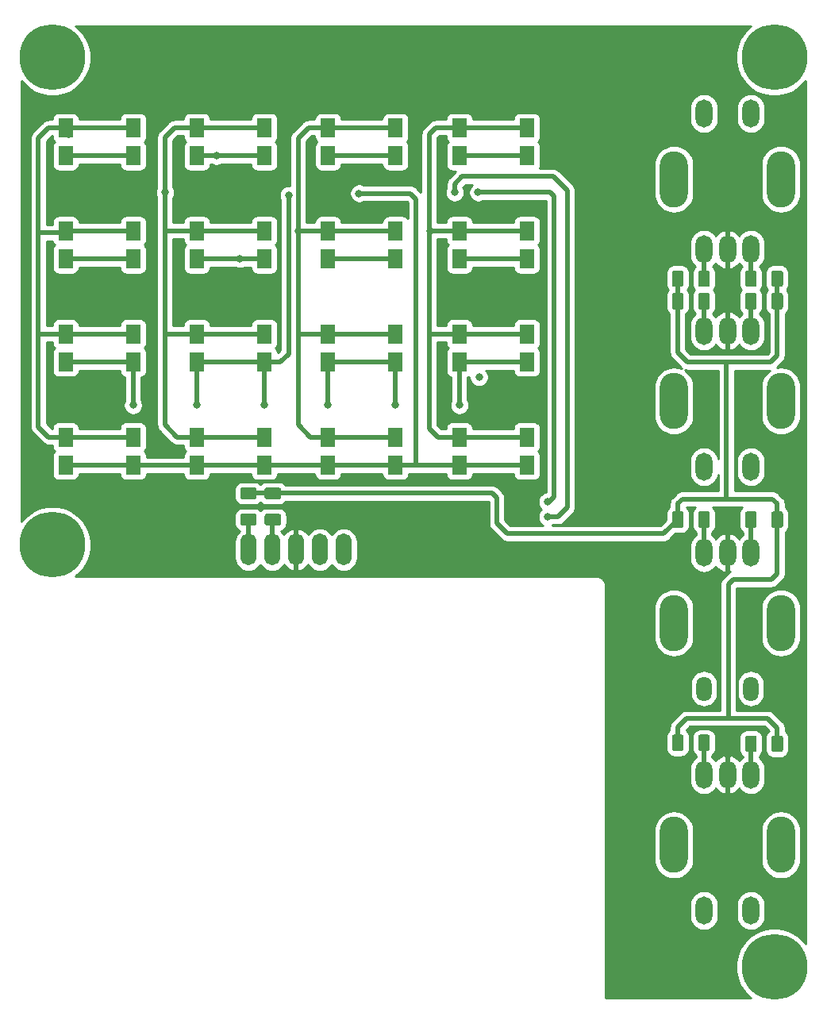
<source format=gtl>
G04 #@! TF.GenerationSoftware,KiCad,Pcbnew,(5.1.5)-3*
G04 #@! TF.CreationDate,2021-07-12T14:21:50+05:30*
G04 #@! TF.ProjectId,RB_Console,52425f43-6f6e-4736-9f6c-652e6b696361,rev?*
G04 #@! TF.SameCoordinates,Original*
G04 #@! TF.FileFunction,Copper,L1,Top*
G04 #@! TF.FilePolarity,Positive*
%FSLAX46Y46*%
G04 Gerber Fmt 4.6, Leading zero omitted, Abs format (unit mm)*
G04 Created by KiCad (PCBNEW (5.1.5)-3) date 2021-07-12 14:21:50*
%MOMM*%
%LPD*%
G04 APERTURE LIST*
%ADD10R,1.600000X2.000000*%
%ADD11O,1.700000X3.400000*%
%ADD12O,3.000000X6.000000*%
%ADD13O,1.800000X3.000000*%
%ADD14C,0.100000*%
%ADD15O,1.650000X2.650000*%
%ADD16C,0.800000*%
%ADD17C,7.000000*%
%ADD18C,0.500000*%
%ADD19C,0.250000*%
%ADD20C,0.254000*%
G04 APERTURE END LIST*
D10*
X118600000Y-74500000D03*
X111400000Y-74500000D03*
X118600000Y-77500000D03*
X111400000Y-77500000D03*
X118600000Y-63500000D03*
X111400000Y-63500000D03*
X118600000Y-66500000D03*
X111400000Y-66500000D03*
X118600000Y-52500000D03*
X111400000Y-52500000D03*
X118600000Y-55500000D03*
X111400000Y-55500000D03*
X118600000Y-41500000D03*
X111400000Y-41500000D03*
X118600000Y-44500000D03*
X111400000Y-44500000D03*
X104600000Y-74500000D03*
X97400000Y-74500000D03*
X104600000Y-77500000D03*
X97400000Y-77500000D03*
X104600000Y-63500000D03*
X97400000Y-63500000D03*
X104600000Y-66500000D03*
X97400000Y-66500000D03*
X104600000Y-52500000D03*
X97400000Y-52500000D03*
X104600000Y-55500000D03*
X97400000Y-55500000D03*
X104600000Y-41500000D03*
X97400000Y-41500000D03*
X104600000Y-44500000D03*
X97400000Y-44500000D03*
X90600000Y-74500000D03*
X83400000Y-74500000D03*
X90600000Y-77500000D03*
X83400000Y-77500000D03*
X90600000Y-63500000D03*
X83400000Y-63500000D03*
X90600000Y-66500000D03*
X83400000Y-66500000D03*
X90600000Y-52500000D03*
X83400000Y-52500000D03*
X90600000Y-55500000D03*
X83400000Y-55500000D03*
X90600000Y-41500000D03*
X83400000Y-41500000D03*
X90600000Y-44500000D03*
X83400000Y-44500000D03*
X76600000Y-74500000D03*
X69400000Y-74500000D03*
X76600000Y-77500000D03*
X69400000Y-77500000D03*
X76600000Y-63500000D03*
X69400000Y-63500000D03*
X76600000Y-66500000D03*
X69400000Y-66500000D03*
X76600000Y-52500000D03*
X69400000Y-52500000D03*
X76600000Y-55500000D03*
X69400000Y-55500000D03*
X76600000Y-41500000D03*
X69400000Y-41500000D03*
X76600000Y-44500000D03*
X69400000Y-44500000D03*
D11*
X88900000Y-86500000D03*
X91440000Y-86500000D03*
X93980000Y-86500000D03*
X96520000Y-86500000D03*
X99060000Y-86500000D03*
D12*
X134300000Y-70660000D03*
X145700000Y-70660000D03*
D13*
X137500000Y-63160000D03*
X140000000Y-63160000D03*
X142500000Y-63160000D03*
X137500000Y-77660000D03*
X142500000Y-77660000D03*
G04 #@! TA.AperFunction,SMDPad,CuDef*
D14*
G36*
X89549504Y-79876204D02*
G01*
X89573773Y-79879804D01*
X89597571Y-79885765D01*
X89620671Y-79894030D01*
X89642849Y-79904520D01*
X89663893Y-79917133D01*
X89683598Y-79931747D01*
X89701777Y-79948223D01*
X89718253Y-79966402D01*
X89732867Y-79986107D01*
X89745480Y-80007151D01*
X89755970Y-80029329D01*
X89764235Y-80052429D01*
X89770196Y-80076227D01*
X89773796Y-80100496D01*
X89775000Y-80125000D01*
X89775000Y-80875000D01*
X89773796Y-80899504D01*
X89770196Y-80923773D01*
X89764235Y-80947571D01*
X89755970Y-80970671D01*
X89745480Y-80992849D01*
X89732867Y-81013893D01*
X89718253Y-81033598D01*
X89701777Y-81051777D01*
X89683598Y-81068253D01*
X89663893Y-81082867D01*
X89642849Y-81095480D01*
X89620671Y-81105970D01*
X89597571Y-81114235D01*
X89573773Y-81120196D01*
X89549504Y-81123796D01*
X89525000Y-81125000D01*
X88275000Y-81125000D01*
X88250496Y-81123796D01*
X88226227Y-81120196D01*
X88202429Y-81114235D01*
X88179329Y-81105970D01*
X88157151Y-81095480D01*
X88136107Y-81082867D01*
X88116402Y-81068253D01*
X88098223Y-81051777D01*
X88081747Y-81033598D01*
X88067133Y-81013893D01*
X88054520Y-80992849D01*
X88044030Y-80970671D01*
X88035765Y-80947571D01*
X88029804Y-80923773D01*
X88026204Y-80899504D01*
X88025000Y-80875000D01*
X88025000Y-80125000D01*
X88026204Y-80100496D01*
X88029804Y-80076227D01*
X88035765Y-80052429D01*
X88044030Y-80029329D01*
X88054520Y-80007151D01*
X88067133Y-79986107D01*
X88081747Y-79966402D01*
X88098223Y-79948223D01*
X88116402Y-79931747D01*
X88136107Y-79917133D01*
X88157151Y-79904520D01*
X88179329Y-79894030D01*
X88202429Y-79885765D01*
X88226227Y-79879804D01*
X88250496Y-79876204D01*
X88275000Y-79875000D01*
X89525000Y-79875000D01*
X89549504Y-79876204D01*
G37*
G04 #@! TD.AperFunction*
G04 #@! TA.AperFunction,SMDPad,CuDef*
G36*
X89549504Y-82676204D02*
G01*
X89573773Y-82679804D01*
X89597571Y-82685765D01*
X89620671Y-82694030D01*
X89642849Y-82704520D01*
X89663893Y-82717133D01*
X89683598Y-82731747D01*
X89701777Y-82748223D01*
X89718253Y-82766402D01*
X89732867Y-82786107D01*
X89745480Y-82807151D01*
X89755970Y-82829329D01*
X89764235Y-82852429D01*
X89770196Y-82876227D01*
X89773796Y-82900496D01*
X89775000Y-82925000D01*
X89775000Y-83675000D01*
X89773796Y-83699504D01*
X89770196Y-83723773D01*
X89764235Y-83747571D01*
X89755970Y-83770671D01*
X89745480Y-83792849D01*
X89732867Y-83813893D01*
X89718253Y-83833598D01*
X89701777Y-83851777D01*
X89683598Y-83868253D01*
X89663893Y-83882867D01*
X89642849Y-83895480D01*
X89620671Y-83905970D01*
X89597571Y-83914235D01*
X89573773Y-83920196D01*
X89549504Y-83923796D01*
X89525000Y-83925000D01*
X88275000Y-83925000D01*
X88250496Y-83923796D01*
X88226227Y-83920196D01*
X88202429Y-83914235D01*
X88179329Y-83905970D01*
X88157151Y-83895480D01*
X88136107Y-83882867D01*
X88116402Y-83868253D01*
X88098223Y-83851777D01*
X88081747Y-83833598D01*
X88067133Y-83813893D01*
X88054520Y-83792849D01*
X88044030Y-83770671D01*
X88035765Y-83747571D01*
X88029804Y-83723773D01*
X88026204Y-83699504D01*
X88025000Y-83675000D01*
X88025000Y-82925000D01*
X88026204Y-82900496D01*
X88029804Y-82876227D01*
X88035765Y-82852429D01*
X88044030Y-82829329D01*
X88054520Y-82807151D01*
X88067133Y-82786107D01*
X88081747Y-82766402D01*
X88098223Y-82748223D01*
X88116402Y-82731747D01*
X88136107Y-82717133D01*
X88157151Y-82704520D01*
X88179329Y-82694030D01*
X88202429Y-82685765D01*
X88226227Y-82679804D01*
X88250496Y-82676204D01*
X88275000Y-82675000D01*
X89525000Y-82675000D01*
X89549504Y-82676204D01*
G37*
G04 #@! TD.AperFunction*
G04 #@! TA.AperFunction,SMDPad,CuDef*
G36*
X92149504Y-82676204D02*
G01*
X92173773Y-82679804D01*
X92197571Y-82685765D01*
X92220671Y-82694030D01*
X92242849Y-82704520D01*
X92263893Y-82717133D01*
X92283598Y-82731747D01*
X92301777Y-82748223D01*
X92318253Y-82766402D01*
X92332867Y-82786107D01*
X92345480Y-82807151D01*
X92355970Y-82829329D01*
X92364235Y-82852429D01*
X92370196Y-82876227D01*
X92373796Y-82900496D01*
X92375000Y-82925000D01*
X92375000Y-83675000D01*
X92373796Y-83699504D01*
X92370196Y-83723773D01*
X92364235Y-83747571D01*
X92355970Y-83770671D01*
X92345480Y-83792849D01*
X92332867Y-83813893D01*
X92318253Y-83833598D01*
X92301777Y-83851777D01*
X92283598Y-83868253D01*
X92263893Y-83882867D01*
X92242849Y-83895480D01*
X92220671Y-83905970D01*
X92197571Y-83914235D01*
X92173773Y-83920196D01*
X92149504Y-83923796D01*
X92125000Y-83925000D01*
X90875000Y-83925000D01*
X90850496Y-83923796D01*
X90826227Y-83920196D01*
X90802429Y-83914235D01*
X90779329Y-83905970D01*
X90757151Y-83895480D01*
X90736107Y-83882867D01*
X90716402Y-83868253D01*
X90698223Y-83851777D01*
X90681747Y-83833598D01*
X90667133Y-83813893D01*
X90654520Y-83792849D01*
X90644030Y-83770671D01*
X90635765Y-83747571D01*
X90629804Y-83723773D01*
X90626204Y-83699504D01*
X90625000Y-83675000D01*
X90625000Y-82925000D01*
X90626204Y-82900496D01*
X90629804Y-82876227D01*
X90635765Y-82852429D01*
X90644030Y-82829329D01*
X90654520Y-82807151D01*
X90667133Y-82786107D01*
X90681747Y-82766402D01*
X90698223Y-82748223D01*
X90716402Y-82731747D01*
X90736107Y-82717133D01*
X90757151Y-82704520D01*
X90779329Y-82694030D01*
X90802429Y-82685765D01*
X90826227Y-82679804D01*
X90850496Y-82676204D01*
X90875000Y-82675000D01*
X92125000Y-82675000D01*
X92149504Y-82676204D01*
G37*
G04 #@! TD.AperFunction*
G04 #@! TA.AperFunction,SMDPad,CuDef*
G36*
X92149504Y-79876204D02*
G01*
X92173773Y-79879804D01*
X92197571Y-79885765D01*
X92220671Y-79894030D01*
X92242849Y-79904520D01*
X92263893Y-79917133D01*
X92283598Y-79931747D01*
X92301777Y-79948223D01*
X92318253Y-79966402D01*
X92332867Y-79986107D01*
X92345480Y-80007151D01*
X92355970Y-80029329D01*
X92364235Y-80052429D01*
X92370196Y-80076227D01*
X92373796Y-80100496D01*
X92375000Y-80125000D01*
X92375000Y-80875000D01*
X92373796Y-80899504D01*
X92370196Y-80923773D01*
X92364235Y-80947571D01*
X92355970Y-80970671D01*
X92345480Y-80992849D01*
X92332867Y-81013893D01*
X92318253Y-81033598D01*
X92301777Y-81051777D01*
X92283598Y-81068253D01*
X92263893Y-81082867D01*
X92242849Y-81095480D01*
X92220671Y-81105970D01*
X92197571Y-81114235D01*
X92173773Y-81120196D01*
X92149504Y-81123796D01*
X92125000Y-81125000D01*
X90875000Y-81125000D01*
X90850496Y-81123796D01*
X90826227Y-81120196D01*
X90802429Y-81114235D01*
X90779329Y-81105970D01*
X90757151Y-81095480D01*
X90736107Y-81082867D01*
X90716402Y-81068253D01*
X90698223Y-81051777D01*
X90681747Y-81033598D01*
X90667133Y-81013893D01*
X90654520Y-80992849D01*
X90644030Y-80970671D01*
X90635765Y-80947571D01*
X90629804Y-80923773D01*
X90626204Y-80899504D01*
X90625000Y-80875000D01*
X90625000Y-80125000D01*
X90626204Y-80100496D01*
X90629804Y-80076227D01*
X90635765Y-80052429D01*
X90644030Y-80029329D01*
X90654520Y-80007151D01*
X90667133Y-79986107D01*
X90681747Y-79966402D01*
X90698223Y-79948223D01*
X90716402Y-79931747D01*
X90736107Y-79917133D01*
X90757151Y-79904520D01*
X90779329Y-79894030D01*
X90802429Y-79885765D01*
X90826227Y-79879804D01*
X90850496Y-79876204D01*
X90875000Y-79875000D01*
X92125000Y-79875000D01*
X92149504Y-79876204D01*
G37*
G04 #@! TD.AperFunction*
G04 #@! TA.AperFunction,SMDPad,CuDef*
G36*
X142899504Y-106326204D02*
G01*
X142923773Y-106329804D01*
X142947571Y-106335765D01*
X142970671Y-106344030D01*
X142992849Y-106354520D01*
X143013893Y-106367133D01*
X143033598Y-106381747D01*
X143051777Y-106398223D01*
X143068253Y-106416402D01*
X143082867Y-106436107D01*
X143095480Y-106457151D01*
X143105970Y-106479329D01*
X143114235Y-106502429D01*
X143120196Y-106526227D01*
X143123796Y-106550496D01*
X143125000Y-106575000D01*
X143125000Y-107825000D01*
X143123796Y-107849504D01*
X143120196Y-107873773D01*
X143114235Y-107897571D01*
X143105970Y-107920671D01*
X143095480Y-107942849D01*
X143082867Y-107963893D01*
X143068253Y-107983598D01*
X143051777Y-108001777D01*
X143033598Y-108018253D01*
X143013893Y-108032867D01*
X142992849Y-108045480D01*
X142970671Y-108055970D01*
X142947571Y-108064235D01*
X142923773Y-108070196D01*
X142899504Y-108073796D01*
X142875000Y-108075000D01*
X142125000Y-108075000D01*
X142100496Y-108073796D01*
X142076227Y-108070196D01*
X142052429Y-108064235D01*
X142029329Y-108055970D01*
X142007151Y-108045480D01*
X141986107Y-108032867D01*
X141966402Y-108018253D01*
X141948223Y-108001777D01*
X141931747Y-107983598D01*
X141917133Y-107963893D01*
X141904520Y-107942849D01*
X141894030Y-107920671D01*
X141885765Y-107897571D01*
X141879804Y-107873773D01*
X141876204Y-107849504D01*
X141875000Y-107825000D01*
X141875000Y-106575000D01*
X141876204Y-106550496D01*
X141879804Y-106526227D01*
X141885765Y-106502429D01*
X141894030Y-106479329D01*
X141904520Y-106457151D01*
X141917133Y-106436107D01*
X141931747Y-106416402D01*
X141948223Y-106398223D01*
X141966402Y-106381747D01*
X141986107Y-106367133D01*
X142007151Y-106354520D01*
X142029329Y-106344030D01*
X142052429Y-106335765D01*
X142076227Y-106329804D01*
X142100496Y-106326204D01*
X142125000Y-106325000D01*
X142875000Y-106325000D01*
X142899504Y-106326204D01*
G37*
G04 #@! TD.AperFunction*
G04 #@! TA.AperFunction,SMDPad,CuDef*
G36*
X145699504Y-106326204D02*
G01*
X145723773Y-106329804D01*
X145747571Y-106335765D01*
X145770671Y-106344030D01*
X145792849Y-106354520D01*
X145813893Y-106367133D01*
X145833598Y-106381747D01*
X145851777Y-106398223D01*
X145868253Y-106416402D01*
X145882867Y-106436107D01*
X145895480Y-106457151D01*
X145905970Y-106479329D01*
X145914235Y-106502429D01*
X145920196Y-106526227D01*
X145923796Y-106550496D01*
X145925000Y-106575000D01*
X145925000Y-107825000D01*
X145923796Y-107849504D01*
X145920196Y-107873773D01*
X145914235Y-107897571D01*
X145905970Y-107920671D01*
X145895480Y-107942849D01*
X145882867Y-107963893D01*
X145868253Y-107983598D01*
X145851777Y-108001777D01*
X145833598Y-108018253D01*
X145813893Y-108032867D01*
X145792849Y-108045480D01*
X145770671Y-108055970D01*
X145747571Y-108064235D01*
X145723773Y-108070196D01*
X145699504Y-108073796D01*
X145675000Y-108075000D01*
X144925000Y-108075000D01*
X144900496Y-108073796D01*
X144876227Y-108070196D01*
X144852429Y-108064235D01*
X144829329Y-108055970D01*
X144807151Y-108045480D01*
X144786107Y-108032867D01*
X144766402Y-108018253D01*
X144748223Y-108001777D01*
X144731747Y-107983598D01*
X144717133Y-107963893D01*
X144704520Y-107942849D01*
X144694030Y-107920671D01*
X144685765Y-107897571D01*
X144679804Y-107873773D01*
X144676204Y-107849504D01*
X144675000Y-107825000D01*
X144675000Y-106575000D01*
X144676204Y-106550496D01*
X144679804Y-106526227D01*
X144685765Y-106502429D01*
X144694030Y-106479329D01*
X144704520Y-106457151D01*
X144717133Y-106436107D01*
X144731747Y-106416402D01*
X144748223Y-106398223D01*
X144766402Y-106381747D01*
X144786107Y-106367133D01*
X144807151Y-106354520D01*
X144829329Y-106344030D01*
X144852429Y-106335765D01*
X144876227Y-106329804D01*
X144900496Y-106326204D01*
X144925000Y-106325000D01*
X145675000Y-106325000D01*
X145699504Y-106326204D01*
G37*
G04 #@! TD.AperFunction*
G04 #@! TA.AperFunction,SMDPad,CuDef*
G36*
X135099504Y-106226204D02*
G01*
X135123773Y-106229804D01*
X135147571Y-106235765D01*
X135170671Y-106244030D01*
X135192849Y-106254520D01*
X135213893Y-106267133D01*
X135233598Y-106281747D01*
X135251777Y-106298223D01*
X135268253Y-106316402D01*
X135282867Y-106336107D01*
X135295480Y-106357151D01*
X135305970Y-106379329D01*
X135314235Y-106402429D01*
X135320196Y-106426227D01*
X135323796Y-106450496D01*
X135325000Y-106475000D01*
X135325000Y-107725000D01*
X135323796Y-107749504D01*
X135320196Y-107773773D01*
X135314235Y-107797571D01*
X135305970Y-107820671D01*
X135295480Y-107842849D01*
X135282867Y-107863893D01*
X135268253Y-107883598D01*
X135251777Y-107901777D01*
X135233598Y-107918253D01*
X135213893Y-107932867D01*
X135192849Y-107945480D01*
X135170671Y-107955970D01*
X135147571Y-107964235D01*
X135123773Y-107970196D01*
X135099504Y-107973796D01*
X135075000Y-107975000D01*
X134325000Y-107975000D01*
X134300496Y-107973796D01*
X134276227Y-107970196D01*
X134252429Y-107964235D01*
X134229329Y-107955970D01*
X134207151Y-107945480D01*
X134186107Y-107932867D01*
X134166402Y-107918253D01*
X134148223Y-107901777D01*
X134131747Y-107883598D01*
X134117133Y-107863893D01*
X134104520Y-107842849D01*
X134094030Y-107820671D01*
X134085765Y-107797571D01*
X134079804Y-107773773D01*
X134076204Y-107749504D01*
X134075000Y-107725000D01*
X134075000Y-106475000D01*
X134076204Y-106450496D01*
X134079804Y-106426227D01*
X134085765Y-106402429D01*
X134094030Y-106379329D01*
X134104520Y-106357151D01*
X134117133Y-106336107D01*
X134131747Y-106316402D01*
X134148223Y-106298223D01*
X134166402Y-106281747D01*
X134186107Y-106267133D01*
X134207151Y-106254520D01*
X134229329Y-106244030D01*
X134252429Y-106235765D01*
X134276227Y-106229804D01*
X134300496Y-106226204D01*
X134325000Y-106225000D01*
X135075000Y-106225000D01*
X135099504Y-106226204D01*
G37*
G04 #@! TD.AperFunction*
G04 #@! TA.AperFunction,SMDPad,CuDef*
G36*
X137899504Y-106226204D02*
G01*
X137923773Y-106229804D01*
X137947571Y-106235765D01*
X137970671Y-106244030D01*
X137992849Y-106254520D01*
X138013893Y-106267133D01*
X138033598Y-106281747D01*
X138051777Y-106298223D01*
X138068253Y-106316402D01*
X138082867Y-106336107D01*
X138095480Y-106357151D01*
X138105970Y-106379329D01*
X138114235Y-106402429D01*
X138120196Y-106426227D01*
X138123796Y-106450496D01*
X138125000Y-106475000D01*
X138125000Y-107725000D01*
X138123796Y-107749504D01*
X138120196Y-107773773D01*
X138114235Y-107797571D01*
X138105970Y-107820671D01*
X138095480Y-107842849D01*
X138082867Y-107863893D01*
X138068253Y-107883598D01*
X138051777Y-107901777D01*
X138033598Y-107918253D01*
X138013893Y-107932867D01*
X137992849Y-107945480D01*
X137970671Y-107955970D01*
X137947571Y-107964235D01*
X137923773Y-107970196D01*
X137899504Y-107973796D01*
X137875000Y-107975000D01*
X137125000Y-107975000D01*
X137100496Y-107973796D01*
X137076227Y-107970196D01*
X137052429Y-107964235D01*
X137029329Y-107955970D01*
X137007151Y-107945480D01*
X136986107Y-107932867D01*
X136966402Y-107918253D01*
X136948223Y-107901777D01*
X136931747Y-107883598D01*
X136917133Y-107863893D01*
X136904520Y-107842849D01*
X136894030Y-107820671D01*
X136885765Y-107797571D01*
X136879804Y-107773773D01*
X136876204Y-107749504D01*
X136875000Y-107725000D01*
X136875000Y-106475000D01*
X136876204Y-106450496D01*
X136879804Y-106426227D01*
X136885765Y-106402429D01*
X136894030Y-106379329D01*
X136904520Y-106357151D01*
X136917133Y-106336107D01*
X136931747Y-106316402D01*
X136948223Y-106298223D01*
X136966402Y-106281747D01*
X136986107Y-106267133D01*
X137007151Y-106254520D01*
X137029329Y-106244030D01*
X137052429Y-106235765D01*
X137076227Y-106229804D01*
X137100496Y-106226204D01*
X137125000Y-106225000D01*
X137875000Y-106225000D01*
X137899504Y-106226204D01*
G37*
G04 #@! TD.AperFunction*
G04 #@! TA.AperFunction,SMDPad,CuDef*
G36*
X142899504Y-82426204D02*
G01*
X142923773Y-82429804D01*
X142947571Y-82435765D01*
X142970671Y-82444030D01*
X142992849Y-82454520D01*
X143013893Y-82467133D01*
X143033598Y-82481747D01*
X143051777Y-82498223D01*
X143068253Y-82516402D01*
X143082867Y-82536107D01*
X143095480Y-82557151D01*
X143105970Y-82579329D01*
X143114235Y-82602429D01*
X143120196Y-82626227D01*
X143123796Y-82650496D01*
X143125000Y-82675000D01*
X143125000Y-83925000D01*
X143123796Y-83949504D01*
X143120196Y-83973773D01*
X143114235Y-83997571D01*
X143105970Y-84020671D01*
X143095480Y-84042849D01*
X143082867Y-84063893D01*
X143068253Y-84083598D01*
X143051777Y-84101777D01*
X143033598Y-84118253D01*
X143013893Y-84132867D01*
X142992849Y-84145480D01*
X142970671Y-84155970D01*
X142947571Y-84164235D01*
X142923773Y-84170196D01*
X142899504Y-84173796D01*
X142875000Y-84175000D01*
X142125000Y-84175000D01*
X142100496Y-84173796D01*
X142076227Y-84170196D01*
X142052429Y-84164235D01*
X142029329Y-84155970D01*
X142007151Y-84145480D01*
X141986107Y-84132867D01*
X141966402Y-84118253D01*
X141948223Y-84101777D01*
X141931747Y-84083598D01*
X141917133Y-84063893D01*
X141904520Y-84042849D01*
X141894030Y-84020671D01*
X141885765Y-83997571D01*
X141879804Y-83973773D01*
X141876204Y-83949504D01*
X141875000Y-83925000D01*
X141875000Y-82675000D01*
X141876204Y-82650496D01*
X141879804Y-82626227D01*
X141885765Y-82602429D01*
X141894030Y-82579329D01*
X141904520Y-82557151D01*
X141917133Y-82536107D01*
X141931747Y-82516402D01*
X141948223Y-82498223D01*
X141966402Y-82481747D01*
X141986107Y-82467133D01*
X142007151Y-82454520D01*
X142029329Y-82444030D01*
X142052429Y-82435765D01*
X142076227Y-82429804D01*
X142100496Y-82426204D01*
X142125000Y-82425000D01*
X142875000Y-82425000D01*
X142899504Y-82426204D01*
G37*
G04 #@! TD.AperFunction*
G04 #@! TA.AperFunction,SMDPad,CuDef*
G36*
X145699504Y-82426204D02*
G01*
X145723773Y-82429804D01*
X145747571Y-82435765D01*
X145770671Y-82444030D01*
X145792849Y-82454520D01*
X145813893Y-82467133D01*
X145833598Y-82481747D01*
X145851777Y-82498223D01*
X145868253Y-82516402D01*
X145882867Y-82536107D01*
X145895480Y-82557151D01*
X145905970Y-82579329D01*
X145914235Y-82602429D01*
X145920196Y-82626227D01*
X145923796Y-82650496D01*
X145925000Y-82675000D01*
X145925000Y-83925000D01*
X145923796Y-83949504D01*
X145920196Y-83973773D01*
X145914235Y-83997571D01*
X145905970Y-84020671D01*
X145895480Y-84042849D01*
X145882867Y-84063893D01*
X145868253Y-84083598D01*
X145851777Y-84101777D01*
X145833598Y-84118253D01*
X145813893Y-84132867D01*
X145792849Y-84145480D01*
X145770671Y-84155970D01*
X145747571Y-84164235D01*
X145723773Y-84170196D01*
X145699504Y-84173796D01*
X145675000Y-84175000D01*
X144925000Y-84175000D01*
X144900496Y-84173796D01*
X144876227Y-84170196D01*
X144852429Y-84164235D01*
X144829329Y-84155970D01*
X144807151Y-84145480D01*
X144786107Y-84132867D01*
X144766402Y-84118253D01*
X144748223Y-84101777D01*
X144731747Y-84083598D01*
X144717133Y-84063893D01*
X144704520Y-84042849D01*
X144694030Y-84020671D01*
X144685765Y-83997571D01*
X144679804Y-83973773D01*
X144676204Y-83949504D01*
X144675000Y-83925000D01*
X144675000Y-82675000D01*
X144676204Y-82650496D01*
X144679804Y-82626227D01*
X144685765Y-82602429D01*
X144694030Y-82579329D01*
X144704520Y-82557151D01*
X144717133Y-82536107D01*
X144731747Y-82516402D01*
X144748223Y-82498223D01*
X144766402Y-82481747D01*
X144786107Y-82467133D01*
X144807151Y-82454520D01*
X144829329Y-82444030D01*
X144852429Y-82435765D01*
X144876227Y-82429804D01*
X144900496Y-82426204D01*
X144925000Y-82425000D01*
X145675000Y-82425000D01*
X145699504Y-82426204D01*
G37*
G04 #@! TD.AperFunction*
G04 #@! TA.AperFunction,SMDPad,CuDef*
G36*
X135099504Y-82426204D02*
G01*
X135123773Y-82429804D01*
X135147571Y-82435765D01*
X135170671Y-82444030D01*
X135192849Y-82454520D01*
X135213893Y-82467133D01*
X135233598Y-82481747D01*
X135251777Y-82498223D01*
X135268253Y-82516402D01*
X135282867Y-82536107D01*
X135295480Y-82557151D01*
X135305970Y-82579329D01*
X135314235Y-82602429D01*
X135320196Y-82626227D01*
X135323796Y-82650496D01*
X135325000Y-82675000D01*
X135325000Y-83925000D01*
X135323796Y-83949504D01*
X135320196Y-83973773D01*
X135314235Y-83997571D01*
X135305970Y-84020671D01*
X135295480Y-84042849D01*
X135282867Y-84063893D01*
X135268253Y-84083598D01*
X135251777Y-84101777D01*
X135233598Y-84118253D01*
X135213893Y-84132867D01*
X135192849Y-84145480D01*
X135170671Y-84155970D01*
X135147571Y-84164235D01*
X135123773Y-84170196D01*
X135099504Y-84173796D01*
X135075000Y-84175000D01*
X134325000Y-84175000D01*
X134300496Y-84173796D01*
X134276227Y-84170196D01*
X134252429Y-84164235D01*
X134229329Y-84155970D01*
X134207151Y-84145480D01*
X134186107Y-84132867D01*
X134166402Y-84118253D01*
X134148223Y-84101777D01*
X134131747Y-84083598D01*
X134117133Y-84063893D01*
X134104520Y-84042849D01*
X134094030Y-84020671D01*
X134085765Y-83997571D01*
X134079804Y-83973773D01*
X134076204Y-83949504D01*
X134075000Y-83925000D01*
X134075000Y-82675000D01*
X134076204Y-82650496D01*
X134079804Y-82626227D01*
X134085765Y-82602429D01*
X134094030Y-82579329D01*
X134104520Y-82557151D01*
X134117133Y-82536107D01*
X134131747Y-82516402D01*
X134148223Y-82498223D01*
X134166402Y-82481747D01*
X134186107Y-82467133D01*
X134207151Y-82454520D01*
X134229329Y-82444030D01*
X134252429Y-82435765D01*
X134276227Y-82429804D01*
X134300496Y-82426204D01*
X134325000Y-82425000D01*
X135075000Y-82425000D01*
X135099504Y-82426204D01*
G37*
G04 #@! TD.AperFunction*
G04 #@! TA.AperFunction,SMDPad,CuDef*
G36*
X137899504Y-82426204D02*
G01*
X137923773Y-82429804D01*
X137947571Y-82435765D01*
X137970671Y-82444030D01*
X137992849Y-82454520D01*
X138013893Y-82467133D01*
X138033598Y-82481747D01*
X138051777Y-82498223D01*
X138068253Y-82516402D01*
X138082867Y-82536107D01*
X138095480Y-82557151D01*
X138105970Y-82579329D01*
X138114235Y-82602429D01*
X138120196Y-82626227D01*
X138123796Y-82650496D01*
X138125000Y-82675000D01*
X138125000Y-83925000D01*
X138123796Y-83949504D01*
X138120196Y-83973773D01*
X138114235Y-83997571D01*
X138105970Y-84020671D01*
X138095480Y-84042849D01*
X138082867Y-84063893D01*
X138068253Y-84083598D01*
X138051777Y-84101777D01*
X138033598Y-84118253D01*
X138013893Y-84132867D01*
X137992849Y-84145480D01*
X137970671Y-84155970D01*
X137947571Y-84164235D01*
X137923773Y-84170196D01*
X137899504Y-84173796D01*
X137875000Y-84175000D01*
X137125000Y-84175000D01*
X137100496Y-84173796D01*
X137076227Y-84170196D01*
X137052429Y-84164235D01*
X137029329Y-84155970D01*
X137007151Y-84145480D01*
X136986107Y-84132867D01*
X136966402Y-84118253D01*
X136948223Y-84101777D01*
X136931747Y-84083598D01*
X136917133Y-84063893D01*
X136904520Y-84042849D01*
X136894030Y-84020671D01*
X136885765Y-83997571D01*
X136879804Y-83973773D01*
X136876204Y-83949504D01*
X136875000Y-83925000D01*
X136875000Y-82675000D01*
X136876204Y-82650496D01*
X136879804Y-82626227D01*
X136885765Y-82602429D01*
X136894030Y-82579329D01*
X136904520Y-82557151D01*
X136917133Y-82536107D01*
X136931747Y-82516402D01*
X136948223Y-82498223D01*
X136966402Y-82481747D01*
X136986107Y-82467133D01*
X137007151Y-82454520D01*
X137029329Y-82444030D01*
X137052429Y-82435765D01*
X137076227Y-82429804D01*
X137100496Y-82426204D01*
X137125000Y-82425000D01*
X137875000Y-82425000D01*
X137899504Y-82426204D01*
G37*
G04 #@! TD.AperFunction*
G04 #@! TA.AperFunction,SMDPad,CuDef*
G36*
X142899504Y-59126204D02*
G01*
X142923773Y-59129804D01*
X142947571Y-59135765D01*
X142970671Y-59144030D01*
X142992849Y-59154520D01*
X143013893Y-59167133D01*
X143033598Y-59181747D01*
X143051777Y-59198223D01*
X143068253Y-59216402D01*
X143082867Y-59236107D01*
X143095480Y-59257151D01*
X143105970Y-59279329D01*
X143114235Y-59302429D01*
X143120196Y-59326227D01*
X143123796Y-59350496D01*
X143125000Y-59375000D01*
X143125000Y-60625000D01*
X143123796Y-60649504D01*
X143120196Y-60673773D01*
X143114235Y-60697571D01*
X143105970Y-60720671D01*
X143095480Y-60742849D01*
X143082867Y-60763893D01*
X143068253Y-60783598D01*
X143051777Y-60801777D01*
X143033598Y-60818253D01*
X143013893Y-60832867D01*
X142992849Y-60845480D01*
X142970671Y-60855970D01*
X142947571Y-60864235D01*
X142923773Y-60870196D01*
X142899504Y-60873796D01*
X142875000Y-60875000D01*
X142125000Y-60875000D01*
X142100496Y-60873796D01*
X142076227Y-60870196D01*
X142052429Y-60864235D01*
X142029329Y-60855970D01*
X142007151Y-60845480D01*
X141986107Y-60832867D01*
X141966402Y-60818253D01*
X141948223Y-60801777D01*
X141931747Y-60783598D01*
X141917133Y-60763893D01*
X141904520Y-60742849D01*
X141894030Y-60720671D01*
X141885765Y-60697571D01*
X141879804Y-60673773D01*
X141876204Y-60649504D01*
X141875000Y-60625000D01*
X141875000Y-59375000D01*
X141876204Y-59350496D01*
X141879804Y-59326227D01*
X141885765Y-59302429D01*
X141894030Y-59279329D01*
X141904520Y-59257151D01*
X141917133Y-59236107D01*
X141931747Y-59216402D01*
X141948223Y-59198223D01*
X141966402Y-59181747D01*
X141986107Y-59167133D01*
X142007151Y-59154520D01*
X142029329Y-59144030D01*
X142052429Y-59135765D01*
X142076227Y-59129804D01*
X142100496Y-59126204D01*
X142125000Y-59125000D01*
X142875000Y-59125000D01*
X142899504Y-59126204D01*
G37*
G04 #@! TD.AperFunction*
G04 #@! TA.AperFunction,SMDPad,CuDef*
G36*
X145699504Y-59126204D02*
G01*
X145723773Y-59129804D01*
X145747571Y-59135765D01*
X145770671Y-59144030D01*
X145792849Y-59154520D01*
X145813893Y-59167133D01*
X145833598Y-59181747D01*
X145851777Y-59198223D01*
X145868253Y-59216402D01*
X145882867Y-59236107D01*
X145895480Y-59257151D01*
X145905970Y-59279329D01*
X145914235Y-59302429D01*
X145920196Y-59326227D01*
X145923796Y-59350496D01*
X145925000Y-59375000D01*
X145925000Y-60625000D01*
X145923796Y-60649504D01*
X145920196Y-60673773D01*
X145914235Y-60697571D01*
X145905970Y-60720671D01*
X145895480Y-60742849D01*
X145882867Y-60763893D01*
X145868253Y-60783598D01*
X145851777Y-60801777D01*
X145833598Y-60818253D01*
X145813893Y-60832867D01*
X145792849Y-60845480D01*
X145770671Y-60855970D01*
X145747571Y-60864235D01*
X145723773Y-60870196D01*
X145699504Y-60873796D01*
X145675000Y-60875000D01*
X144925000Y-60875000D01*
X144900496Y-60873796D01*
X144876227Y-60870196D01*
X144852429Y-60864235D01*
X144829329Y-60855970D01*
X144807151Y-60845480D01*
X144786107Y-60832867D01*
X144766402Y-60818253D01*
X144748223Y-60801777D01*
X144731747Y-60783598D01*
X144717133Y-60763893D01*
X144704520Y-60742849D01*
X144694030Y-60720671D01*
X144685765Y-60697571D01*
X144679804Y-60673773D01*
X144676204Y-60649504D01*
X144675000Y-60625000D01*
X144675000Y-59375000D01*
X144676204Y-59350496D01*
X144679804Y-59326227D01*
X144685765Y-59302429D01*
X144694030Y-59279329D01*
X144704520Y-59257151D01*
X144717133Y-59236107D01*
X144731747Y-59216402D01*
X144748223Y-59198223D01*
X144766402Y-59181747D01*
X144786107Y-59167133D01*
X144807151Y-59154520D01*
X144829329Y-59144030D01*
X144852429Y-59135765D01*
X144876227Y-59129804D01*
X144900496Y-59126204D01*
X144925000Y-59125000D01*
X145675000Y-59125000D01*
X145699504Y-59126204D01*
G37*
G04 #@! TD.AperFunction*
G04 #@! TA.AperFunction,SMDPad,CuDef*
G36*
X135099504Y-59126204D02*
G01*
X135123773Y-59129804D01*
X135147571Y-59135765D01*
X135170671Y-59144030D01*
X135192849Y-59154520D01*
X135213893Y-59167133D01*
X135233598Y-59181747D01*
X135251777Y-59198223D01*
X135268253Y-59216402D01*
X135282867Y-59236107D01*
X135295480Y-59257151D01*
X135305970Y-59279329D01*
X135314235Y-59302429D01*
X135320196Y-59326227D01*
X135323796Y-59350496D01*
X135325000Y-59375000D01*
X135325000Y-60625000D01*
X135323796Y-60649504D01*
X135320196Y-60673773D01*
X135314235Y-60697571D01*
X135305970Y-60720671D01*
X135295480Y-60742849D01*
X135282867Y-60763893D01*
X135268253Y-60783598D01*
X135251777Y-60801777D01*
X135233598Y-60818253D01*
X135213893Y-60832867D01*
X135192849Y-60845480D01*
X135170671Y-60855970D01*
X135147571Y-60864235D01*
X135123773Y-60870196D01*
X135099504Y-60873796D01*
X135075000Y-60875000D01*
X134325000Y-60875000D01*
X134300496Y-60873796D01*
X134276227Y-60870196D01*
X134252429Y-60864235D01*
X134229329Y-60855970D01*
X134207151Y-60845480D01*
X134186107Y-60832867D01*
X134166402Y-60818253D01*
X134148223Y-60801777D01*
X134131747Y-60783598D01*
X134117133Y-60763893D01*
X134104520Y-60742849D01*
X134094030Y-60720671D01*
X134085765Y-60697571D01*
X134079804Y-60673773D01*
X134076204Y-60649504D01*
X134075000Y-60625000D01*
X134075000Y-59375000D01*
X134076204Y-59350496D01*
X134079804Y-59326227D01*
X134085765Y-59302429D01*
X134094030Y-59279329D01*
X134104520Y-59257151D01*
X134117133Y-59236107D01*
X134131747Y-59216402D01*
X134148223Y-59198223D01*
X134166402Y-59181747D01*
X134186107Y-59167133D01*
X134207151Y-59154520D01*
X134229329Y-59144030D01*
X134252429Y-59135765D01*
X134276227Y-59129804D01*
X134300496Y-59126204D01*
X134325000Y-59125000D01*
X135075000Y-59125000D01*
X135099504Y-59126204D01*
G37*
G04 #@! TD.AperFunction*
G04 #@! TA.AperFunction,SMDPad,CuDef*
G36*
X137899504Y-59126204D02*
G01*
X137923773Y-59129804D01*
X137947571Y-59135765D01*
X137970671Y-59144030D01*
X137992849Y-59154520D01*
X138013893Y-59167133D01*
X138033598Y-59181747D01*
X138051777Y-59198223D01*
X138068253Y-59216402D01*
X138082867Y-59236107D01*
X138095480Y-59257151D01*
X138105970Y-59279329D01*
X138114235Y-59302429D01*
X138120196Y-59326227D01*
X138123796Y-59350496D01*
X138125000Y-59375000D01*
X138125000Y-60625000D01*
X138123796Y-60649504D01*
X138120196Y-60673773D01*
X138114235Y-60697571D01*
X138105970Y-60720671D01*
X138095480Y-60742849D01*
X138082867Y-60763893D01*
X138068253Y-60783598D01*
X138051777Y-60801777D01*
X138033598Y-60818253D01*
X138013893Y-60832867D01*
X137992849Y-60845480D01*
X137970671Y-60855970D01*
X137947571Y-60864235D01*
X137923773Y-60870196D01*
X137899504Y-60873796D01*
X137875000Y-60875000D01*
X137125000Y-60875000D01*
X137100496Y-60873796D01*
X137076227Y-60870196D01*
X137052429Y-60864235D01*
X137029329Y-60855970D01*
X137007151Y-60845480D01*
X136986107Y-60832867D01*
X136966402Y-60818253D01*
X136948223Y-60801777D01*
X136931747Y-60783598D01*
X136917133Y-60763893D01*
X136904520Y-60742849D01*
X136894030Y-60720671D01*
X136885765Y-60697571D01*
X136879804Y-60673773D01*
X136876204Y-60649504D01*
X136875000Y-60625000D01*
X136875000Y-59375000D01*
X136876204Y-59350496D01*
X136879804Y-59326227D01*
X136885765Y-59302429D01*
X136894030Y-59279329D01*
X136904520Y-59257151D01*
X136917133Y-59236107D01*
X136931747Y-59216402D01*
X136948223Y-59198223D01*
X136966402Y-59181747D01*
X136986107Y-59167133D01*
X137007151Y-59154520D01*
X137029329Y-59144030D01*
X137052429Y-59135765D01*
X137076227Y-59129804D01*
X137100496Y-59126204D01*
X137125000Y-59125000D01*
X137875000Y-59125000D01*
X137899504Y-59126204D01*
G37*
G04 #@! TD.AperFunction*
G04 #@! TA.AperFunction,SMDPad,CuDef*
G36*
X137899504Y-56726204D02*
G01*
X137923773Y-56729804D01*
X137947571Y-56735765D01*
X137970671Y-56744030D01*
X137992849Y-56754520D01*
X138013893Y-56767133D01*
X138033598Y-56781747D01*
X138051777Y-56798223D01*
X138068253Y-56816402D01*
X138082867Y-56836107D01*
X138095480Y-56857151D01*
X138105970Y-56879329D01*
X138114235Y-56902429D01*
X138120196Y-56926227D01*
X138123796Y-56950496D01*
X138125000Y-56975000D01*
X138125000Y-58225000D01*
X138123796Y-58249504D01*
X138120196Y-58273773D01*
X138114235Y-58297571D01*
X138105970Y-58320671D01*
X138095480Y-58342849D01*
X138082867Y-58363893D01*
X138068253Y-58383598D01*
X138051777Y-58401777D01*
X138033598Y-58418253D01*
X138013893Y-58432867D01*
X137992849Y-58445480D01*
X137970671Y-58455970D01*
X137947571Y-58464235D01*
X137923773Y-58470196D01*
X137899504Y-58473796D01*
X137875000Y-58475000D01*
X137125000Y-58475000D01*
X137100496Y-58473796D01*
X137076227Y-58470196D01*
X137052429Y-58464235D01*
X137029329Y-58455970D01*
X137007151Y-58445480D01*
X136986107Y-58432867D01*
X136966402Y-58418253D01*
X136948223Y-58401777D01*
X136931747Y-58383598D01*
X136917133Y-58363893D01*
X136904520Y-58342849D01*
X136894030Y-58320671D01*
X136885765Y-58297571D01*
X136879804Y-58273773D01*
X136876204Y-58249504D01*
X136875000Y-58225000D01*
X136875000Y-56975000D01*
X136876204Y-56950496D01*
X136879804Y-56926227D01*
X136885765Y-56902429D01*
X136894030Y-56879329D01*
X136904520Y-56857151D01*
X136917133Y-56836107D01*
X136931747Y-56816402D01*
X136948223Y-56798223D01*
X136966402Y-56781747D01*
X136986107Y-56767133D01*
X137007151Y-56754520D01*
X137029329Y-56744030D01*
X137052429Y-56735765D01*
X137076227Y-56729804D01*
X137100496Y-56726204D01*
X137125000Y-56725000D01*
X137875000Y-56725000D01*
X137899504Y-56726204D01*
G37*
G04 #@! TD.AperFunction*
G04 #@! TA.AperFunction,SMDPad,CuDef*
G36*
X135099504Y-56726204D02*
G01*
X135123773Y-56729804D01*
X135147571Y-56735765D01*
X135170671Y-56744030D01*
X135192849Y-56754520D01*
X135213893Y-56767133D01*
X135233598Y-56781747D01*
X135251777Y-56798223D01*
X135268253Y-56816402D01*
X135282867Y-56836107D01*
X135295480Y-56857151D01*
X135305970Y-56879329D01*
X135314235Y-56902429D01*
X135320196Y-56926227D01*
X135323796Y-56950496D01*
X135325000Y-56975000D01*
X135325000Y-58225000D01*
X135323796Y-58249504D01*
X135320196Y-58273773D01*
X135314235Y-58297571D01*
X135305970Y-58320671D01*
X135295480Y-58342849D01*
X135282867Y-58363893D01*
X135268253Y-58383598D01*
X135251777Y-58401777D01*
X135233598Y-58418253D01*
X135213893Y-58432867D01*
X135192849Y-58445480D01*
X135170671Y-58455970D01*
X135147571Y-58464235D01*
X135123773Y-58470196D01*
X135099504Y-58473796D01*
X135075000Y-58475000D01*
X134325000Y-58475000D01*
X134300496Y-58473796D01*
X134276227Y-58470196D01*
X134252429Y-58464235D01*
X134229329Y-58455970D01*
X134207151Y-58445480D01*
X134186107Y-58432867D01*
X134166402Y-58418253D01*
X134148223Y-58401777D01*
X134131747Y-58383598D01*
X134117133Y-58363893D01*
X134104520Y-58342849D01*
X134094030Y-58320671D01*
X134085765Y-58297571D01*
X134079804Y-58273773D01*
X134076204Y-58249504D01*
X134075000Y-58225000D01*
X134075000Y-56975000D01*
X134076204Y-56950496D01*
X134079804Y-56926227D01*
X134085765Y-56902429D01*
X134094030Y-56879329D01*
X134104520Y-56857151D01*
X134117133Y-56836107D01*
X134131747Y-56816402D01*
X134148223Y-56798223D01*
X134166402Y-56781747D01*
X134186107Y-56767133D01*
X134207151Y-56754520D01*
X134229329Y-56744030D01*
X134252429Y-56735765D01*
X134276227Y-56729804D01*
X134300496Y-56726204D01*
X134325000Y-56725000D01*
X135075000Y-56725000D01*
X135099504Y-56726204D01*
G37*
G04 #@! TD.AperFunction*
G04 #@! TA.AperFunction,SMDPad,CuDef*
G36*
X145699504Y-56726204D02*
G01*
X145723773Y-56729804D01*
X145747571Y-56735765D01*
X145770671Y-56744030D01*
X145792849Y-56754520D01*
X145813893Y-56767133D01*
X145833598Y-56781747D01*
X145851777Y-56798223D01*
X145868253Y-56816402D01*
X145882867Y-56836107D01*
X145895480Y-56857151D01*
X145905970Y-56879329D01*
X145914235Y-56902429D01*
X145920196Y-56926227D01*
X145923796Y-56950496D01*
X145925000Y-56975000D01*
X145925000Y-58225000D01*
X145923796Y-58249504D01*
X145920196Y-58273773D01*
X145914235Y-58297571D01*
X145905970Y-58320671D01*
X145895480Y-58342849D01*
X145882867Y-58363893D01*
X145868253Y-58383598D01*
X145851777Y-58401777D01*
X145833598Y-58418253D01*
X145813893Y-58432867D01*
X145792849Y-58445480D01*
X145770671Y-58455970D01*
X145747571Y-58464235D01*
X145723773Y-58470196D01*
X145699504Y-58473796D01*
X145675000Y-58475000D01*
X144925000Y-58475000D01*
X144900496Y-58473796D01*
X144876227Y-58470196D01*
X144852429Y-58464235D01*
X144829329Y-58455970D01*
X144807151Y-58445480D01*
X144786107Y-58432867D01*
X144766402Y-58418253D01*
X144748223Y-58401777D01*
X144731747Y-58383598D01*
X144717133Y-58363893D01*
X144704520Y-58342849D01*
X144694030Y-58320671D01*
X144685765Y-58297571D01*
X144679804Y-58273773D01*
X144676204Y-58249504D01*
X144675000Y-58225000D01*
X144675000Y-56975000D01*
X144676204Y-56950496D01*
X144679804Y-56926227D01*
X144685765Y-56902429D01*
X144694030Y-56879329D01*
X144704520Y-56857151D01*
X144717133Y-56836107D01*
X144731747Y-56816402D01*
X144748223Y-56798223D01*
X144766402Y-56781747D01*
X144786107Y-56767133D01*
X144807151Y-56754520D01*
X144829329Y-56744030D01*
X144852429Y-56735765D01*
X144876227Y-56729804D01*
X144900496Y-56726204D01*
X144925000Y-56725000D01*
X145675000Y-56725000D01*
X145699504Y-56726204D01*
G37*
G04 #@! TD.AperFunction*
G04 #@! TA.AperFunction,SMDPad,CuDef*
G36*
X142899504Y-56726204D02*
G01*
X142923773Y-56729804D01*
X142947571Y-56735765D01*
X142970671Y-56744030D01*
X142992849Y-56754520D01*
X143013893Y-56767133D01*
X143033598Y-56781747D01*
X143051777Y-56798223D01*
X143068253Y-56816402D01*
X143082867Y-56836107D01*
X143095480Y-56857151D01*
X143105970Y-56879329D01*
X143114235Y-56902429D01*
X143120196Y-56926227D01*
X143123796Y-56950496D01*
X143125000Y-56975000D01*
X143125000Y-58225000D01*
X143123796Y-58249504D01*
X143120196Y-58273773D01*
X143114235Y-58297571D01*
X143105970Y-58320671D01*
X143095480Y-58342849D01*
X143082867Y-58363893D01*
X143068253Y-58383598D01*
X143051777Y-58401777D01*
X143033598Y-58418253D01*
X143013893Y-58432867D01*
X142992849Y-58445480D01*
X142970671Y-58455970D01*
X142947571Y-58464235D01*
X142923773Y-58470196D01*
X142899504Y-58473796D01*
X142875000Y-58475000D01*
X142125000Y-58475000D01*
X142100496Y-58473796D01*
X142076227Y-58470196D01*
X142052429Y-58464235D01*
X142029329Y-58455970D01*
X142007151Y-58445480D01*
X141986107Y-58432867D01*
X141966402Y-58418253D01*
X141948223Y-58401777D01*
X141931747Y-58383598D01*
X141917133Y-58363893D01*
X141904520Y-58342849D01*
X141894030Y-58320671D01*
X141885765Y-58297571D01*
X141879804Y-58273773D01*
X141876204Y-58249504D01*
X141875000Y-58225000D01*
X141875000Y-56975000D01*
X141876204Y-56950496D01*
X141879804Y-56926227D01*
X141885765Y-56902429D01*
X141894030Y-56879329D01*
X141904520Y-56857151D01*
X141917133Y-56836107D01*
X141931747Y-56816402D01*
X141948223Y-56798223D01*
X141966402Y-56781747D01*
X141986107Y-56767133D01*
X142007151Y-56754520D01*
X142029329Y-56744030D01*
X142052429Y-56735765D01*
X142076227Y-56729804D01*
X142100496Y-56726204D01*
X142125000Y-56725000D01*
X142875000Y-56725000D01*
X142899504Y-56726204D01*
G37*
G04 #@! TD.AperFunction*
D13*
X142500000Y-125000000D03*
X137500000Y-125000000D03*
X142500000Y-110500000D03*
X140000000Y-110500000D03*
X137500000Y-110500000D03*
D12*
X145700000Y-118000000D03*
X134300000Y-118000000D03*
D15*
X142500000Y-101330000D03*
X137500000Y-101330000D03*
D13*
X142500000Y-86830000D03*
X140000000Y-86830000D03*
X137500000Y-86830000D03*
D12*
X145700000Y-94330000D03*
X134300000Y-94330000D03*
X145700000Y-47000000D03*
X134300000Y-47000000D03*
D13*
X142500000Y-54500000D03*
X140000000Y-54500000D03*
X137500000Y-54500000D03*
X142500000Y-40000000D03*
X137500000Y-40000000D03*
D16*
X69856155Y-84143845D03*
X68000000Y-83375000D03*
X66143845Y-84143845D03*
X65375000Y-86000000D03*
X66143845Y-87856155D03*
X68000000Y-88625000D03*
X69856155Y-87856155D03*
X70625000Y-86000000D03*
D17*
X68000000Y-86000000D03*
X68000000Y-34000000D03*
D16*
X70625000Y-34000000D03*
X69856155Y-35856155D03*
X68000000Y-36625000D03*
X66143845Y-35856155D03*
X65375000Y-34000000D03*
X66143845Y-32143845D03*
X68000000Y-31375000D03*
X69856155Y-32143845D03*
X146856155Y-32143845D03*
X145000000Y-31375000D03*
X143143845Y-32143845D03*
X142375000Y-34000000D03*
X143143845Y-35856155D03*
X145000000Y-36625000D03*
X146856155Y-35856155D03*
X147625000Y-34000000D03*
D17*
X145000000Y-34000000D03*
X145000000Y-131000000D03*
D16*
X147625000Y-131000000D03*
X146856155Y-132856155D03*
X145000000Y-133625000D03*
X143143845Y-132856155D03*
X142375000Y-131000000D03*
X143143845Y-129143845D03*
X145000000Y-128375000D03*
X146856155Y-129143845D03*
X73400000Y-31300000D03*
X140100000Y-47000000D03*
X130100000Y-31300000D03*
X74400000Y-31300000D03*
X75400000Y-31300000D03*
X76400000Y-31300000D03*
X77400000Y-31300000D03*
X78400000Y-31300000D03*
X79400000Y-31300000D03*
X80400000Y-31300000D03*
X81400000Y-31300000D03*
X82400000Y-31300000D03*
X73400000Y-32300000D03*
X74400000Y-32300000D03*
X75400000Y-32300000D03*
X76400000Y-32300000D03*
X77400000Y-32300000D03*
X78400000Y-32300000D03*
X79400000Y-32300000D03*
X80400000Y-32300000D03*
X81400000Y-32300000D03*
X82400000Y-32300000D03*
X131100000Y-31300000D03*
X132100000Y-31300000D03*
X133100000Y-31300000D03*
X134100000Y-31300000D03*
X135100000Y-31300000D03*
X136100000Y-31300000D03*
X137100000Y-31300000D03*
X138100000Y-31300000D03*
X139100000Y-31300000D03*
X130100000Y-32300000D03*
X131100000Y-32300000D03*
X132100000Y-32300000D03*
X133100000Y-32300000D03*
X134100000Y-32300000D03*
X135100000Y-32300000D03*
X136100000Y-32300000D03*
X137100000Y-32300000D03*
X138100000Y-32300000D03*
X139100000Y-32300000D03*
X110900000Y-48400000D03*
X120800000Y-83000000D03*
X113400000Y-48400000D03*
X120800000Y-81400000D03*
X88900000Y-80500000D03*
X76600000Y-52500000D03*
X76600000Y-44500000D03*
X83500000Y-44500000D03*
X90600000Y-44500000D03*
X97400000Y-44500000D03*
X104600000Y-44500000D03*
X111400000Y-44500000D03*
X85500000Y-44500000D03*
X76600000Y-55500000D03*
X83400000Y-55500000D03*
X90600000Y-55500000D03*
X97400000Y-55500000D03*
X104600000Y-55500000D03*
X111400000Y-55500000D03*
X88000000Y-55500000D03*
X93200000Y-48700000D03*
X76600000Y-71100000D03*
X83400000Y-71100000D03*
X90600000Y-71100000D03*
X97400000Y-71100000D03*
X104600000Y-71100000D03*
X111400000Y-71100000D03*
X100700000Y-48500000D03*
X80000000Y-48400000D03*
X94200000Y-52500000D03*
X108300000Y-52500000D03*
X113500000Y-68100000D03*
D18*
X91440000Y-86500000D02*
X91440000Y-83360000D01*
X91440000Y-83360000D02*
X91500000Y-83300000D01*
X121900000Y-83000000D02*
X120800000Y-83000000D01*
X122900000Y-82000000D02*
X121900000Y-83000000D01*
X110900000Y-47500000D02*
X111700000Y-46700000D01*
X111700000Y-46700000D02*
X121400000Y-46700000D01*
X110900000Y-48400000D02*
X110900000Y-47500000D01*
X121400000Y-46700000D02*
X122900000Y-48200000D01*
X122900000Y-48200000D02*
X122900000Y-82000000D01*
X88900000Y-86500000D02*
X88900000Y-83300000D01*
X121000000Y-81400000D02*
X120800000Y-81400000D01*
X121500000Y-48800000D02*
X121500000Y-80900000D01*
X113400000Y-48400000D02*
X121100000Y-48400000D01*
X121500000Y-80900000D02*
X121000000Y-81400000D01*
X121100000Y-48400000D02*
X121500000Y-48800000D01*
X137500000Y-107100000D02*
X137500000Y-110500000D01*
X142500000Y-110500000D02*
X142500000Y-107200000D01*
X142500000Y-86830000D02*
X142500000Y-83300000D01*
X137500000Y-85663274D02*
X137500000Y-83300000D01*
X137500000Y-86830000D02*
X137500000Y-85663274D01*
X142500000Y-60000000D02*
X142500000Y-63160000D01*
X137500000Y-60000000D02*
X137500000Y-63160000D01*
X142500000Y-57600000D02*
X142500000Y-57600000D01*
X142500000Y-57600000D02*
X142500000Y-54500000D01*
X137500000Y-54500000D02*
X137500000Y-57600000D01*
X145300000Y-105500000D02*
X145300000Y-107200000D01*
X134700000Y-107100000D02*
X134700000Y-105400000D01*
X144300000Y-104500000D02*
X145300000Y-105500000D01*
X134700000Y-105400000D02*
X135600000Y-104500000D01*
X145300000Y-81600000D02*
X145300000Y-83300000D01*
X134700000Y-83300000D02*
X134700000Y-81600000D01*
X144800000Y-81100000D02*
X145300000Y-81600000D01*
X140000000Y-104500000D02*
X144300000Y-104500000D01*
X135600000Y-104500000D02*
X140000000Y-104500000D01*
D19*
X140100000Y-104400000D02*
X140000000Y-104500000D01*
D18*
X145300000Y-89100000D02*
X144700000Y-89700000D01*
X145300000Y-83300000D02*
X145300000Y-89100000D01*
X144700000Y-89700000D02*
X140600000Y-89700000D01*
X140600000Y-89700000D02*
X140100000Y-90200000D01*
X140100000Y-90200000D02*
X140100000Y-104400000D01*
X135200000Y-81100000D02*
X139900000Y-81100000D01*
X139900000Y-81100000D02*
X144800000Y-81100000D01*
X145300000Y-57600000D02*
X145300000Y-57600000D01*
X134700000Y-57600000D02*
X134700000Y-57600000D01*
D19*
X145300000Y-60875000D02*
X145300000Y-60000000D01*
D18*
X134700000Y-57600000D02*
X134700000Y-60000000D01*
X145300000Y-57600000D02*
X145300000Y-60000000D01*
X134700000Y-81600000D02*
X135200000Y-81100000D01*
X88900000Y-80500000D02*
X91500000Y-80500000D01*
X133200000Y-84800000D02*
X134700000Y-83300000D01*
X115400000Y-81000000D02*
X115400000Y-83700000D01*
X115400000Y-83700000D02*
X116500000Y-84800000D01*
X91500000Y-80500000D02*
X114900000Y-80500000D01*
X114900000Y-80500000D02*
X115400000Y-81000000D01*
X116500000Y-84800000D02*
X133200000Y-84800000D01*
X135700000Y-66500000D02*
X139300000Y-66500000D01*
X134700000Y-60000000D02*
X134700000Y-65500000D01*
X134700000Y-65500000D02*
X135700000Y-66500000D01*
X145300000Y-65800000D02*
X145300000Y-60000000D01*
X139300000Y-66500000D02*
X144600000Y-66500000D01*
X144600000Y-66500000D02*
X145300000Y-65800000D01*
X139900000Y-66500000D02*
X139900000Y-81100000D01*
X139300000Y-66500000D02*
X139900000Y-66500000D01*
X69800000Y-42400000D02*
X69700000Y-42400000D01*
X69400000Y-74500000D02*
X76600000Y-74500000D01*
X69400000Y-63500000D02*
X76600000Y-63500000D01*
X76600000Y-52500000D02*
X76600000Y-52500000D01*
X70700000Y-41500000D02*
X76600000Y-41500000D01*
X69400000Y-41500000D02*
X70700000Y-41500000D01*
X67600000Y-74500000D02*
X69400000Y-74500000D01*
X66500000Y-73400000D02*
X67600000Y-74500000D01*
X69400000Y-41500000D02*
X67600000Y-41500000D01*
X67600000Y-41500000D02*
X66500000Y-42600000D01*
X69400000Y-63500000D02*
X66500000Y-63500000D01*
X66500000Y-52700000D02*
X69400000Y-52700000D01*
X66500000Y-42600000D02*
X66500000Y-52700000D01*
X66500000Y-52700000D02*
X66500000Y-73400000D01*
X76600000Y-52500000D02*
X69400000Y-52500000D01*
X69400000Y-44500000D02*
X76600000Y-44500000D01*
X83400000Y-44500000D02*
X83500000Y-44500000D01*
X97400000Y-44500000D02*
X97400000Y-44500000D01*
X111400000Y-44500000D02*
X111400000Y-44500000D01*
X76600000Y-44500000D02*
X76600000Y-44500000D01*
X83500000Y-44500000D02*
X85700000Y-44500000D01*
X90600000Y-44500000D02*
X90600000Y-44500000D01*
X97400000Y-44500000D02*
X104600000Y-44500000D01*
X104600000Y-44500000D02*
X104600000Y-44500000D01*
X111400000Y-44500000D02*
X118600000Y-44500000D01*
X85700000Y-44500000D02*
X90600000Y-44500000D01*
X76600000Y-55500000D02*
X76600000Y-55500000D01*
X84700000Y-55500000D02*
X87900000Y-55500000D01*
X83400000Y-55500000D02*
X83400000Y-55500000D01*
X98700000Y-55500000D02*
X104600000Y-55500000D01*
X97400000Y-55500000D02*
X97400000Y-55500000D01*
X112700000Y-55500000D02*
X118600000Y-55500000D01*
X111400000Y-55500000D02*
X111400000Y-55500000D01*
X76600000Y-55500000D02*
X76600000Y-55500000D01*
X76600000Y-55500000D02*
X69400000Y-55500000D01*
X83400000Y-55500000D02*
X84700000Y-55500000D01*
X90600000Y-55500000D02*
X90600000Y-55500000D01*
X97400000Y-55500000D02*
X98700000Y-55500000D01*
X104600000Y-55500000D02*
X104600000Y-55500000D01*
X111400000Y-55500000D02*
X112700000Y-55500000D01*
X87900000Y-55500000D02*
X90600000Y-55500000D01*
X69400000Y-66500000D02*
X76600000Y-66500000D01*
X83400000Y-66500000D02*
X90600000Y-66500000D01*
X97400000Y-66500000D02*
X104600000Y-66500000D01*
X111400000Y-66500000D02*
X118600000Y-66500000D01*
X97400000Y-66500000D02*
X97400000Y-71100000D01*
X90600000Y-66500000D02*
X90600000Y-71100000D01*
X83400000Y-66500000D02*
X83400000Y-71100000D01*
X76600000Y-66500000D02*
X76600000Y-71100000D01*
X76600000Y-71100000D02*
X76600000Y-71100000D01*
X83400000Y-71100000D02*
X83400000Y-71100000D01*
X90600000Y-71100000D02*
X90600000Y-71100000D01*
X97400000Y-71100000D02*
X97400000Y-71100000D01*
X92300000Y-66500000D02*
X90600000Y-66500000D01*
X93200000Y-48700000D02*
X93200000Y-65600000D01*
X93200000Y-65600000D02*
X92300000Y-66500000D01*
X104600000Y-66500000D02*
X104600000Y-71100000D01*
X104600000Y-71100000D02*
X104600000Y-71100000D01*
X111400000Y-71100000D02*
X111400000Y-71100000D01*
X111400000Y-66500000D02*
X111400000Y-71100000D01*
X70700000Y-77500000D02*
X76600000Y-77500000D01*
X69400000Y-77500000D02*
X70700000Y-77500000D01*
X76600000Y-77500000D02*
X83400000Y-77500000D01*
X83400000Y-77500000D02*
X90600000Y-77500000D01*
X90600000Y-77500000D02*
X97400000Y-77500000D01*
X111400000Y-77500000D02*
X118600000Y-77500000D01*
X100700000Y-48500000D02*
X106200000Y-48500000D01*
X106200000Y-48500000D02*
X106800000Y-49100000D01*
X104600000Y-77500000D02*
X106800000Y-77500000D01*
X106800000Y-49100000D02*
X106800000Y-77500000D01*
X106800000Y-77500000D02*
X111400000Y-77500000D01*
X97400000Y-77500000D02*
X104600000Y-77500000D01*
X83400000Y-74500000D02*
X90600000Y-74500000D01*
X83400000Y-63500000D02*
X90600000Y-63500000D01*
X83400000Y-52500000D02*
X90600000Y-52500000D01*
X83400000Y-41500000D02*
X90600000Y-41500000D01*
X80000000Y-73200000D02*
X81300000Y-74500000D01*
X81300000Y-74500000D02*
X83400000Y-74500000D01*
X80000000Y-42500000D02*
X80000000Y-48400000D01*
X83400000Y-41500000D02*
X81000000Y-41500000D01*
X81000000Y-41500000D02*
X80000000Y-42500000D01*
X83400000Y-63500000D02*
X80000000Y-63500000D01*
X83400000Y-52500000D02*
X80000000Y-52500000D01*
X80000000Y-48400000D02*
X80000000Y-73200000D01*
X103300000Y-74500000D02*
X97400000Y-74500000D01*
X104600000Y-74500000D02*
X103300000Y-74500000D01*
X97400000Y-63500000D02*
X104600000Y-63500000D01*
X97400000Y-52500000D02*
X104600000Y-52500000D01*
X97400000Y-41500000D02*
X104600000Y-41500000D01*
X95500000Y-74500000D02*
X97400000Y-74500000D01*
X97400000Y-41500000D02*
X95300000Y-41500000D01*
X94200000Y-73200000D02*
X95500000Y-74500000D01*
X95300000Y-41500000D02*
X94200000Y-42600000D01*
X96100000Y-63500000D02*
X94200000Y-63500000D01*
X97400000Y-63500000D02*
X96100000Y-63500000D01*
X94200000Y-63500000D02*
X94200000Y-73200000D01*
X97400000Y-52500000D02*
X96100000Y-52500000D01*
X94200000Y-42600000D02*
X94200000Y-52500000D01*
X96100000Y-52500000D02*
X94200000Y-52500000D01*
X94200000Y-52500000D02*
X94200000Y-63500000D01*
X94200000Y-52500000D02*
X94200000Y-52500000D01*
X112700000Y-74500000D02*
X118600000Y-74500000D01*
X111400000Y-74500000D02*
X112700000Y-74500000D01*
X112700000Y-63500000D02*
X118600000Y-63500000D01*
X111400000Y-63500000D02*
X112700000Y-63500000D01*
X111400000Y-52500000D02*
X118600000Y-52500000D01*
X112700000Y-41500000D02*
X118600000Y-41500000D01*
X111400000Y-41500000D02*
X112700000Y-41500000D01*
X109100000Y-74500000D02*
X111400000Y-74500000D01*
X111400000Y-41500000D02*
X108900000Y-41500000D01*
X108200000Y-73600000D02*
X109100000Y-74500000D01*
X108900000Y-41500000D02*
X108200000Y-42200000D01*
X110100000Y-52500000D02*
X108300000Y-52500000D01*
X111400000Y-52500000D02*
X110100000Y-52500000D01*
X108200000Y-42200000D02*
X108200000Y-52500000D01*
X108200000Y-52500000D02*
X108200000Y-73600000D01*
X108300000Y-52500000D02*
X108200000Y-52500000D01*
X111400000Y-63500000D02*
X108200000Y-63500000D01*
D20*
G36*
X142364091Y-30788136D02*
G01*
X141788136Y-31364091D01*
X141335611Y-32041343D01*
X141023906Y-32793865D01*
X140865000Y-33592738D01*
X140865000Y-34407262D01*
X141023906Y-35206135D01*
X141335611Y-35958657D01*
X141788136Y-36635909D01*
X142364091Y-37211864D01*
X143041343Y-37664389D01*
X143793865Y-37976094D01*
X144592738Y-38135000D01*
X145407262Y-38135000D01*
X146206135Y-37976094D01*
X146958657Y-37664389D01*
X147635909Y-37211864D01*
X148211864Y-36635909D01*
X148315000Y-36481555D01*
X148315001Y-128518446D01*
X148211864Y-128364091D01*
X147635909Y-127788136D01*
X146958657Y-127335611D01*
X146206135Y-127023906D01*
X145407262Y-126865000D01*
X144592738Y-126865000D01*
X143793865Y-127023906D01*
X143041343Y-127335611D01*
X142364091Y-127788136D01*
X141788136Y-128364091D01*
X141335611Y-129041343D01*
X141023906Y-129793865D01*
X140865000Y-130592738D01*
X140865000Y-131407262D01*
X141023906Y-132206135D01*
X141335611Y-132958657D01*
X141788136Y-133635909D01*
X142364091Y-134211864D01*
X142518445Y-134315000D01*
X126985000Y-134315000D01*
X126985000Y-124324592D01*
X135965000Y-124324592D01*
X135965000Y-125675407D01*
X135987210Y-125900912D01*
X136074983Y-126190260D01*
X136217519Y-126456926D01*
X136409339Y-126690661D01*
X136643073Y-126882481D01*
X136909739Y-127025017D01*
X137199087Y-127112790D01*
X137500000Y-127142427D01*
X137800912Y-127112790D01*
X138090260Y-127025017D01*
X138356926Y-126882481D01*
X138590661Y-126690661D01*
X138782481Y-126456927D01*
X138925017Y-126190261D01*
X139012790Y-125900913D01*
X139035000Y-125675408D01*
X139035000Y-124324592D01*
X140965000Y-124324592D01*
X140965000Y-125675407D01*
X140987210Y-125900912D01*
X141074983Y-126190260D01*
X141217519Y-126456926D01*
X141409339Y-126690661D01*
X141643073Y-126882481D01*
X141909739Y-127025017D01*
X142199087Y-127112790D01*
X142500000Y-127142427D01*
X142800912Y-127112790D01*
X143090260Y-127025017D01*
X143356926Y-126882481D01*
X143590661Y-126690661D01*
X143782481Y-126456927D01*
X143925017Y-126190261D01*
X144012790Y-125900913D01*
X144035000Y-125675408D01*
X144035000Y-124324592D01*
X144012790Y-124099087D01*
X143925017Y-123809739D01*
X143782481Y-123543073D01*
X143590661Y-123309339D01*
X143356927Y-123117519D01*
X143090261Y-122974983D01*
X142800913Y-122887210D01*
X142500000Y-122857573D01*
X142199088Y-122887210D01*
X141909740Y-122974983D01*
X141643074Y-123117519D01*
X141409340Y-123309339D01*
X141217520Y-123543073D01*
X141074983Y-123809739D01*
X140987210Y-124099087D01*
X140965000Y-124324592D01*
X139035000Y-124324592D01*
X139012790Y-124099087D01*
X138925017Y-123809739D01*
X138782481Y-123543073D01*
X138590661Y-123309339D01*
X138356927Y-123117519D01*
X138090261Y-122974983D01*
X137800913Y-122887210D01*
X137500000Y-122857573D01*
X137199088Y-122887210D01*
X136909740Y-122974983D01*
X136643074Y-123117519D01*
X136409340Y-123309339D01*
X136217520Y-123543073D01*
X136074983Y-123809739D01*
X135987210Y-124099087D01*
X135965000Y-124324592D01*
X126985000Y-124324592D01*
X126985000Y-116395118D01*
X132165000Y-116395118D01*
X132165000Y-119604881D01*
X132195892Y-119918532D01*
X132317974Y-120320981D01*
X132516223Y-120691881D01*
X132783023Y-121016977D01*
X133108119Y-121283777D01*
X133479018Y-121482026D01*
X133881467Y-121604108D01*
X134300000Y-121645330D01*
X134718532Y-121604108D01*
X135120981Y-121482026D01*
X135491881Y-121283777D01*
X135816977Y-121016977D01*
X136083777Y-120691881D01*
X136282026Y-120320982D01*
X136404108Y-119918533D01*
X136435000Y-119604882D01*
X136435000Y-116395118D01*
X143565000Y-116395118D01*
X143565000Y-119604881D01*
X143595892Y-119918532D01*
X143717974Y-120320981D01*
X143916223Y-120691881D01*
X144183023Y-121016977D01*
X144508119Y-121283777D01*
X144879018Y-121482026D01*
X145281467Y-121604108D01*
X145700000Y-121645330D01*
X146118532Y-121604108D01*
X146520981Y-121482026D01*
X146891881Y-121283777D01*
X147216977Y-121016977D01*
X147483777Y-120691881D01*
X147682026Y-120320982D01*
X147804108Y-119918533D01*
X147835000Y-119604882D01*
X147835000Y-116395118D01*
X147804108Y-116081467D01*
X147682026Y-115679018D01*
X147483777Y-115308119D01*
X147216977Y-114983023D01*
X146891881Y-114716223D01*
X146520982Y-114517974D01*
X146118533Y-114395892D01*
X145700000Y-114354670D01*
X145281468Y-114395892D01*
X144879019Y-114517974D01*
X144508120Y-114716223D01*
X144183024Y-114983023D01*
X143916224Y-115308119D01*
X143717975Y-115679018D01*
X143595892Y-116081467D01*
X143565000Y-116395118D01*
X136435000Y-116395118D01*
X136404108Y-116081467D01*
X136282026Y-115679018D01*
X136083777Y-115308119D01*
X135816977Y-114983023D01*
X135491881Y-114716223D01*
X135120982Y-114517974D01*
X134718533Y-114395892D01*
X134300000Y-114354670D01*
X133881468Y-114395892D01*
X133479019Y-114517974D01*
X133108120Y-114716223D01*
X132783024Y-114983023D01*
X132516224Y-115308119D01*
X132317975Y-115679018D01*
X132195892Y-116081467D01*
X132165000Y-116395118D01*
X126985000Y-116395118D01*
X126985000Y-109824592D01*
X135965000Y-109824592D01*
X135965000Y-111175407D01*
X135987210Y-111400912D01*
X136074983Y-111690260D01*
X136217519Y-111956926D01*
X136409339Y-112190661D01*
X136643073Y-112382481D01*
X136909739Y-112525017D01*
X137199087Y-112612790D01*
X137500000Y-112642427D01*
X137800912Y-112612790D01*
X138090260Y-112525017D01*
X138356926Y-112382481D01*
X138590661Y-112190661D01*
X138752397Y-111993585D01*
X138794252Y-112058396D01*
X139004394Y-112275210D01*
X139252796Y-112446862D01*
X139529913Y-112566755D01*
X139635260Y-112591036D01*
X139873000Y-112470378D01*
X139873000Y-110627000D01*
X139853000Y-110627000D01*
X139853000Y-110373000D01*
X139873000Y-110373000D01*
X139873000Y-108529622D01*
X140127000Y-108529622D01*
X140127000Y-110373000D01*
X140147000Y-110373000D01*
X140147000Y-110627000D01*
X140127000Y-110627000D01*
X140127000Y-112470378D01*
X140364740Y-112591036D01*
X140470087Y-112566755D01*
X140747204Y-112446862D01*
X140995606Y-112275210D01*
X141205748Y-112058396D01*
X141247604Y-111993585D01*
X141409339Y-112190661D01*
X141643073Y-112382481D01*
X141909739Y-112525017D01*
X142199087Y-112612790D01*
X142500000Y-112642427D01*
X142800912Y-112612790D01*
X143090260Y-112525017D01*
X143356926Y-112382481D01*
X143590661Y-112190661D01*
X143782481Y-111956927D01*
X143925017Y-111690261D01*
X144012790Y-111400913D01*
X144035000Y-111175408D01*
X144035000Y-109824592D01*
X144012790Y-109599087D01*
X143925017Y-109309739D01*
X143782481Y-109043073D01*
X143590661Y-108809339D01*
X143385000Y-108640558D01*
X143385000Y-108549770D01*
X143502962Y-108452962D01*
X143613405Y-108318386D01*
X143695472Y-108164850D01*
X143746008Y-107998254D01*
X143763072Y-107825000D01*
X143763072Y-106575000D01*
X143746008Y-106401746D01*
X143695472Y-106235150D01*
X143613405Y-106081614D01*
X143502962Y-105947038D01*
X143368386Y-105836595D01*
X143214850Y-105754528D01*
X143048254Y-105703992D01*
X142875000Y-105686928D01*
X142125000Y-105686928D01*
X141951746Y-105703992D01*
X141785150Y-105754528D01*
X141631614Y-105836595D01*
X141497038Y-105947038D01*
X141386595Y-106081614D01*
X141304528Y-106235150D01*
X141253992Y-106401746D01*
X141236928Y-106575000D01*
X141236928Y-107825000D01*
X141253992Y-107998254D01*
X141304528Y-108164850D01*
X141386595Y-108318386D01*
X141497038Y-108452962D01*
X141615001Y-108549771D01*
X141615001Y-108640558D01*
X141409340Y-108809339D01*
X141247604Y-109006416D01*
X141205748Y-108941604D01*
X140995606Y-108724790D01*
X140747204Y-108553138D01*
X140470087Y-108433245D01*
X140364740Y-108408964D01*
X140127000Y-108529622D01*
X139873000Y-108529622D01*
X139635260Y-108408964D01*
X139529913Y-108433245D01*
X139252796Y-108553138D01*
X139004394Y-108724790D01*
X138794252Y-108941604D01*
X138752397Y-109006415D01*
X138590661Y-108809339D01*
X138385000Y-108640558D01*
X138385000Y-108449770D01*
X138502962Y-108352962D01*
X138613405Y-108218386D01*
X138695472Y-108064850D01*
X138746008Y-107898254D01*
X138763072Y-107725000D01*
X138763072Y-106475000D01*
X138746008Y-106301746D01*
X138695472Y-106135150D01*
X138613405Y-105981614D01*
X138502962Y-105847038D01*
X138368386Y-105736595D01*
X138214850Y-105654528D01*
X138048254Y-105603992D01*
X137875000Y-105586928D01*
X137125000Y-105586928D01*
X136951746Y-105603992D01*
X136785150Y-105654528D01*
X136631614Y-105736595D01*
X136497038Y-105847038D01*
X136386595Y-105981614D01*
X136304528Y-106135150D01*
X136253992Y-106301746D01*
X136236928Y-106475000D01*
X136236928Y-107725000D01*
X136253992Y-107898254D01*
X136304528Y-108064850D01*
X136386595Y-108218386D01*
X136497038Y-108352962D01*
X136615000Y-108449771D01*
X136615000Y-108640558D01*
X136409340Y-108809339D01*
X136217520Y-109043073D01*
X136074983Y-109309739D01*
X135987210Y-109599087D01*
X135965000Y-109824592D01*
X126985000Y-109824592D01*
X126985000Y-100758277D01*
X136040000Y-100758277D01*
X136040000Y-101901722D01*
X136061125Y-102116209D01*
X136144610Y-102391420D01*
X136280181Y-102645056D01*
X136462629Y-102867370D01*
X136684943Y-103049819D01*
X136938579Y-103185390D01*
X137213790Y-103268875D01*
X137500000Y-103297064D01*
X137786209Y-103268875D01*
X138061420Y-103185390D01*
X138315056Y-103049819D01*
X138537370Y-102867371D01*
X138719819Y-102645057D01*
X138855390Y-102391421D01*
X138938875Y-102116210D01*
X138960000Y-101901723D01*
X138960000Y-100758277D01*
X138938875Y-100543790D01*
X138855390Y-100268579D01*
X138719819Y-100014943D01*
X138537371Y-99792629D01*
X138315057Y-99610181D01*
X138061421Y-99474610D01*
X137786210Y-99391125D01*
X137500000Y-99362936D01*
X137213791Y-99391125D01*
X136938580Y-99474610D01*
X136684944Y-99610181D01*
X136462630Y-99792629D01*
X136280181Y-100014943D01*
X136144610Y-100268579D01*
X136061125Y-100543790D01*
X136040000Y-100758277D01*
X126985000Y-100758277D01*
X126985000Y-92725118D01*
X132165000Y-92725118D01*
X132165000Y-95934881D01*
X132195892Y-96248532D01*
X132317974Y-96650981D01*
X132516223Y-97021881D01*
X132783023Y-97346977D01*
X133108119Y-97613777D01*
X133479018Y-97812026D01*
X133881467Y-97934108D01*
X134300000Y-97975330D01*
X134718532Y-97934108D01*
X135120981Y-97812026D01*
X135491881Y-97613777D01*
X135816977Y-97346977D01*
X136083777Y-97021881D01*
X136282026Y-96650982D01*
X136404108Y-96248533D01*
X136435000Y-95934882D01*
X136435000Y-92725118D01*
X136404108Y-92411467D01*
X136282026Y-92009018D01*
X136083777Y-91638119D01*
X135816977Y-91313023D01*
X135491881Y-91046223D01*
X135120982Y-90847974D01*
X134718533Y-90725892D01*
X134300000Y-90684670D01*
X133881468Y-90725892D01*
X133479019Y-90847974D01*
X133108120Y-91046223D01*
X132783024Y-91313023D01*
X132516224Y-91638119D01*
X132317975Y-92009018D01*
X132195892Y-92411467D01*
X132165000Y-92725118D01*
X126985000Y-92725118D01*
X126985000Y-90266353D01*
X126982162Y-90237539D01*
X126982174Y-90235824D01*
X126981241Y-90226306D01*
X126978292Y-90198249D01*
X126975088Y-90165717D01*
X126973692Y-90161116D01*
X126962629Y-90107222D01*
X126951002Y-90046272D01*
X126948238Y-90037116D01*
X126930924Y-89981183D01*
X126906858Y-89923933D01*
X126883606Y-89866384D01*
X126879116Y-89857939D01*
X126851268Y-89806436D01*
X126816553Y-89754970D01*
X126782555Y-89703016D01*
X126776511Y-89695604D01*
X126739190Y-89650492D01*
X126695117Y-89606725D01*
X126651697Y-89562387D01*
X126644328Y-89556290D01*
X126598955Y-89519285D01*
X126547222Y-89484914D01*
X126496025Y-89449858D01*
X126487612Y-89445309D01*
X126487602Y-89445303D01*
X126487596Y-89445301D01*
X126435916Y-89417821D01*
X126378523Y-89394164D01*
X126321446Y-89369701D01*
X126312320Y-89366876D01*
X126312315Y-89366874D01*
X126312310Y-89366873D01*
X126256259Y-89349950D01*
X126195356Y-89337891D01*
X126134621Y-89324982D01*
X126134457Y-89324965D01*
X126134283Y-89324912D01*
X126129090Y-89324401D01*
X126125109Y-89323982D01*
X126066839Y-89318269D01*
X126066837Y-89318269D01*
X126033647Y-89315000D01*
X70481555Y-89315000D01*
X70635909Y-89211864D01*
X71211864Y-88635909D01*
X71664389Y-87958657D01*
X71976094Y-87206135D01*
X72135000Y-86407262D01*
X72135000Y-85592738D01*
X71976094Y-84793865D01*
X71664389Y-84041343D01*
X71211864Y-83364091D01*
X70772773Y-82925000D01*
X87386928Y-82925000D01*
X87386928Y-83675000D01*
X87403992Y-83848254D01*
X87454528Y-84014850D01*
X87536595Y-84168386D01*
X87647038Y-84302962D01*
X87781614Y-84413405D01*
X87935150Y-84495472D01*
X87957658Y-84502300D01*
X87844866Y-84594866D01*
X87659294Y-84820987D01*
X87521401Y-85078967D01*
X87436487Y-85358890D01*
X87415000Y-85577051D01*
X87415000Y-87422950D01*
X87436488Y-87641111D01*
X87521402Y-87921034D01*
X87659295Y-88179014D01*
X87844867Y-88405134D01*
X88070987Y-88590706D01*
X88328967Y-88728599D01*
X88608890Y-88813513D01*
X88900000Y-88842185D01*
X89191111Y-88813513D01*
X89471034Y-88728599D01*
X89729014Y-88590706D01*
X89955134Y-88405134D01*
X90140706Y-88179014D01*
X90170001Y-88124208D01*
X90199295Y-88179014D01*
X90384867Y-88405134D01*
X90610987Y-88590706D01*
X90868967Y-88728599D01*
X91148890Y-88813513D01*
X91440000Y-88842185D01*
X91731111Y-88813513D01*
X92011034Y-88728599D01*
X92269014Y-88590706D01*
X92495134Y-88405134D01*
X92680706Y-88179014D01*
X92711895Y-88120663D01*
X92815824Y-88280619D01*
X93019748Y-88489857D01*
X93260574Y-88655291D01*
X93529047Y-88770563D01*
X93623110Y-88791476D01*
X93853000Y-88670155D01*
X93853000Y-86627000D01*
X93833000Y-86627000D01*
X93833000Y-86373000D01*
X93853000Y-86373000D01*
X93853000Y-84329845D01*
X94107000Y-84329845D01*
X94107000Y-86373000D01*
X94127000Y-86373000D01*
X94127000Y-86627000D01*
X94107000Y-86627000D01*
X94107000Y-88670155D01*
X94336890Y-88791476D01*
X94430953Y-88770563D01*
X94699426Y-88655291D01*
X94940252Y-88489857D01*
X95144176Y-88280619D01*
X95248105Y-88120662D01*
X95279295Y-88179014D01*
X95464867Y-88405134D01*
X95690987Y-88590706D01*
X95948967Y-88728599D01*
X96228890Y-88813513D01*
X96520000Y-88842185D01*
X96811111Y-88813513D01*
X97091034Y-88728599D01*
X97349014Y-88590706D01*
X97575134Y-88405134D01*
X97760706Y-88179014D01*
X97790001Y-88124208D01*
X97819295Y-88179014D01*
X98004867Y-88405134D01*
X98230987Y-88590706D01*
X98488967Y-88728599D01*
X98768890Y-88813513D01*
X99060000Y-88842185D01*
X99351111Y-88813513D01*
X99631034Y-88728599D01*
X99889014Y-88590706D01*
X100115134Y-88405134D01*
X100300706Y-88179014D01*
X100438599Y-87921034D01*
X100523513Y-87641111D01*
X100545000Y-87422950D01*
X100545000Y-85577050D01*
X100523513Y-85358889D01*
X100438599Y-85078966D01*
X100300706Y-84820986D01*
X100115134Y-84594866D01*
X99889013Y-84409294D01*
X99631033Y-84271401D01*
X99351110Y-84186487D01*
X99060000Y-84157815D01*
X98768889Y-84186487D01*
X98488966Y-84271401D01*
X98230986Y-84409294D01*
X98004866Y-84594866D01*
X97819294Y-84820987D01*
X97790000Y-84875792D01*
X97760706Y-84820986D01*
X97575134Y-84594866D01*
X97349013Y-84409294D01*
X97091033Y-84271401D01*
X96811110Y-84186487D01*
X96520000Y-84157815D01*
X96228889Y-84186487D01*
X95948966Y-84271401D01*
X95690986Y-84409294D01*
X95464866Y-84594866D01*
X95279294Y-84820987D01*
X95248105Y-84879338D01*
X95144176Y-84719381D01*
X94940252Y-84510143D01*
X94699426Y-84344709D01*
X94430953Y-84229437D01*
X94336890Y-84208524D01*
X94107000Y-84329845D01*
X93853000Y-84329845D01*
X93623110Y-84208524D01*
X93529047Y-84229437D01*
X93260574Y-84344709D01*
X93019748Y-84510143D01*
X92815824Y-84719381D01*
X92711895Y-84879337D01*
X92680706Y-84820986D01*
X92495134Y-84594866D01*
X92398534Y-84515589D01*
X92464850Y-84495472D01*
X92618386Y-84413405D01*
X92752962Y-84302962D01*
X92863405Y-84168386D01*
X92945472Y-84014850D01*
X92996008Y-83848254D01*
X93013072Y-83675000D01*
X93013072Y-82925000D01*
X92996008Y-82751746D01*
X92945472Y-82585150D01*
X92863405Y-82431614D01*
X92752962Y-82297038D01*
X92618386Y-82186595D01*
X92464850Y-82104528D01*
X92298254Y-82053992D01*
X92125000Y-82036928D01*
X90875000Y-82036928D01*
X90701746Y-82053992D01*
X90535150Y-82104528D01*
X90381614Y-82186595D01*
X90247038Y-82297038D01*
X90200000Y-82354354D01*
X90152962Y-82297038D01*
X90018386Y-82186595D01*
X89864850Y-82104528D01*
X89698254Y-82053992D01*
X89525000Y-82036928D01*
X88275000Y-82036928D01*
X88101746Y-82053992D01*
X87935150Y-82104528D01*
X87781614Y-82186595D01*
X87647038Y-82297038D01*
X87536595Y-82431614D01*
X87454528Y-82585150D01*
X87403992Y-82751746D01*
X87386928Y-82925000D01*
X70772773Y-82925000D01*
X70635909Y-82788136D01*
X69958657Y-82335611D01*
X69206135Y-82023906D01*
X68407262Y-81865000D01*
X67592738Y-81865000D01*
X66793865Y-82023906D01*
X66041343Y-82335611D01*
X65364091Y-82788136D01*
X64788136Y-83364091D01*
X64685000Y-83518445D01*
X64685000Y-52700000D01*
X65610718Y-52700000D01*
X65615000Y-52743477D01*
X65615001Y-63456518D01*
X65610718Y-63500000D01*
X65615001Y-63543482D01*
X65615001Y-73356521D01*
X65610719Y-73400000D01*
X65627805Y-73573490D01*
X65678412Y-73740313D01*
X65760590Y-73894059D01*
X65843468Y-73995046D01*
X65843471Y-73995049D01*
X65871184Y-74028817D01*
X65904951Y-74056529D01*
X66943470Y-75095049D01*
X66971183Y-75128817D01*
X67004951Y-75156530D01*
X67004953Y-75156532D01*
X67105940Y-75239410D01*
X67105941Y-75239411D01*
X67259687Y-75321589D01*
X67375903Y-75356843D01*
X67426509Y-75372195D01*
X67441306Y-75373652D01*
X67556523Y-75385000D01*
X67556531Y-75385000D01*
X67600000Y-75389281D01*
X67643469Y-75385000D01*
X67961928Y-75385000D01*
X67961928Y-75500000D01*
X67974188Y-75624482D01*
X68010498Y-75744180D01*
X68069463Y-75854494D01*
X68148815Y-75951185D01*
X68208296Y-76000000D01*
X68148815Y-76048815D01*
X68069463Y-76145506D01*
X68010498Y-76255820D01*
X67974188Y-76375518D01*
X67961928Y-76500000D01*
X67961928Y-78500000D01*
X67974188Y-78624482D01*
X68010498Y-78744180D01*
X68069463Y-78854494D01*
X68148815Y-78951185D01*
X68245506Y-79030537D01*
X68355820Y-79089502D01*
X68475518Y-79125812D01*
X68600000Y-79138072D01*
X70200000Y-79138072D01*
X70324482Y-79125812D01*
X70444180Y-79089502D01*
X70554494Y-79030537D01*
X70651185Y-78951185D01*
X70730537Y-78854494D01*
X70789502Y-78744180D01*
X70825812Y-78624482D01*
X70838072Y-78500000D01*
X70838072Y-78385000D01*
X75161928Y-78385000D01*
X75161928Y-78500000D01*
X75174188Y-78624482D01*
X75210498Y-78744180D01*
X75269463Y-78854494D01*
X75348815Y-78951185D01*
X75445506Y-79030537D01*
X75555820Y-79089502D01*
X75675518Y-79125812D01*
X75800000Y-79138072D01*
X77400000Y-79138072D01*
X77524482Y-79125812D01*
X77644180Y-79089502D01*
X77754494Y-79030537D01*
X77851185Y-78951185D01*
X77930537Y-78854494D01*
X77989502Y-78744180D01*
X78025812Y-78624482D01*
X78038072Y-78500000D01*
X78038072Y-78385000D01*
X81961928Y-78385000D01*
X81961928Y-78500000D01*
X81974188Y-78624482D01*
X82010498Y-78744180D01*
X82069463Y-78854494D01*
X82148815Y-78951185D01*
X82245506Y-79030537D01*
X82355820Y-79089502D01*
X82475518Y-79125812D01*
X82600000Y-79138072D01*
X84200000Y-79138072D01*
X84324482Y-79125812D01*
X84444180Y-79089502D01*
X84554494Y-79030537D01*
X84651185Y-78951185D01*
X84730537Y-78854494D01*
X84789502Y-78744180D01*
X84825812Y-78624482D01*
X84838072Y-78500000D01*
X84838072Y-78385000D01*
X89161928Y-78385000D01*
X89161928Y-78500000D01*
X89174188Y-78624482D01*
X89210498Y-78744180D01*
X89269463Y-78854494D01*
X89348815Y-78951185D01*
X89445506Y-79030537D01*
X89555820Y-79089502D01*
X89675518Y-79125812D01*
X89800000Y-79138072D01*
X91400000Y-79138072D01*
X91524482Y-79125812D01*
X91644180Y-79089502D01*
X91754494Y-79030537D01*
X91851185Y-78951185D01*
X91930537Y-78854494D01*
X91989502Y-78744180D01*
X92025812Y-78624482D01*
X92038072Y-78500000D01*
X92038072Y-78385000D01*
X95961928Y-78385000D01*
X95961928Y-78500000D01*
X95974188Y-78624482D01*
X96010498Y-78744180D01*
X96069463Y-78854494D01*
X96148815Y-78951185D01*
X96245506Y-79030537D01*
X96355820Y-79089502D01*
X96475518Y-79125812D01*
X96600000Y-79138072D01*
X98200000Y-79138072D01*
X98324482Y-79125812D01*
X98444180Y-79089502D01*
X98554494Y-79030537D01*
X98651185Y-78951185D01*
X98730537Y-78854494D01*
X98789502Y-78744180D01*
X98825812Y-78624482D01*
X98838072Y-78500000D01*
X98838072Y-78385000D01*
X103161928Y-78385000D01*
X103161928Y-78500000D01*
X103174188Y-78624482D01*
X103210498Y-78744180D01*
X103269463Y-78854494D01*
X103348815Y-78951185D01*
X103445506Y-79030537D01*
X103555820Y-79089502D01*
X103675518Y-79125812D01*
X103800000Y-79138072D01*
X105400000Y-79138072D01*
X105524482Y-79125812D01*
X105644180Y-79089502D01*
X105754494Y-79030537D01*
X105851185Y-78951185D01*
X105930537Y-78854494D01*
X105989502Y-78744180D01*
X106025812Y-78624482D01*
X106038072Y-78500000D01*
X106038072Y-78385000D01*
X106756524Y-78385000D01*
X106800000Y-78389282D01*
X106843477Y-78385000D01*
X109961928Y-78385000D01*
X109961928Y-78500000D01*
X109974188Y-78624482D01*
X110010498Y-78744180D01*
X110069463Y-78854494D01*
X110148815Y-78951185D01*
X110245506Y-79030537D01*
X110355820Y-79089502D01*
X110475518Y-79125812D01*
X110600000Y-79138072D01*
X112200000Y-79138072D01*
X112324482Y-79125812D01*
X112444180Y-79089502D01*
X112554494Y-79030537D01*
X112651185Y-78951185D01*
X112730537Y-78854494D01*
X112789502Y-78744180D01*
X112825812Y-78624482D01*
X112838072Y-78500000D01*
X112838072Y-78385000D01*
X117161928Y-78385000D01*
X117161928Y-78500000D01*
X117174188Y-78624482D01*
X117210498Y-78744180D01*
X117269463Y-78854494D01*
X117348815Y-78951185D01*
X117445506Y-79030537D01*
X117555820Y-79089502D01*
X117675518Y-79125812D01*
X117800000Y-79138072D01*
X119400000Y-79138072D01*
X119524482Y-79125812D01*
X119644180Y-79089502D01*
X119754494Y-79030537D01*
X119851185Y-78951185D01*
X119930537Y-78854494D01*
X119989502Y-78744180D01*
X120025812Y-78624482D01*
X120038072Y-78500000D01*
X120038072Y-76500000D01*
X120025812Y-76375518D01*
X119989502Y-76255820D01*
X119930537Y-76145506D01*
X119851185Y-76048815D01*
X119791704Y-76000000D01*
X119851185Y-75951185D01*
X119930537Y-75854494D01*
X119989502Y-75744180D01*
X120025812Y-75624482D01*
X120038072Y-75500000D01*
X120038072Y-73500000D01*
X120025812Y-73375518D01*
X119989502Y-73255820D01*
X119930537Y-73145506D01*
X119851185Y-73048815D01*
X119754494Y-72969463D01*
X119644180Y-72910498D01*
X119524482Y-72874188D01*
X119400000Y-72861928D01*
X117800000Y-72861928D01*
X117675518Y-72874188D01*
X117555820Y-72910498D01*
X117445506Y-72969463D01*
X117348815Y-73048815D01*
X117269463Y-73145506D01*
X117210498Y-73255820D01*
X117174188Y-73375518D01*
X117161928Y-73500000D01*
X117161928Y-73615000D01*
X112838072Y-73615000D01*
X112838072Y-73500000D01*
X112825812Y-73375518D01*
X112789502Y-73255820D01*
X112730537Y-73145506D01*
X112651185Y-73048815D01*
X112554494Y-72969463D01*
X112444180Y-72910498D01*
X112324482Y-72874188D01*
X112200000Y-72861928D01*
X110600000Y-72861928D01*
X110475518Y-72874188D01*
X110355820Y-72910498D01*
X110245506Y-72969463D01*
X110148815Y-73048815D01*
X110069463Y-73145506D01*
X110010498Y-73255820D01*
X109974188Y-73375518D01*
X109961928Y-73500000D01*
X109961928Y-73615000D01*
X109466579Y-73615000D01*
X109085000Y-73233422D01*
X109085000Y-64385000D01*
X109961928Y-64385000D01*
X109961928Y-64500000D01*
X109974188Y-64624482D01*
X110010498Y-64744180D01*
X110069463Y-64854494D01*
X110148815Y-64951185D01*
X110208296Y-65000000D01*
X110148815Y-65048815D01*
X110069463Y-65145506D01*
X110010498Y-65255820D01*
X109974188Y-65375518D01*
X109961928Y-65500000D01*
X109961928Y-67500000D01*
X109974188Y-67624482D01*
X110010498Y-67744180D01*
X110069463Y-67854494D01*
X110148815Y-67951185D01*
X110245506Y-68030537D01*
X110355820Y-68089502D01*
X110475518Y-68125812D01*
X110515000Y-68129701D01*
X110515001Y-70561544D01*
X110482795Y-70609744D01*
X110404774Y-70798102D01*
X110365000Y-70998061D01*
X110365000Y-71201939D01*
X110404774Y-71401898D01*
X110482795Y-71590256D01*
X110596063Y-71759774D01*
X110740226Y-71903937D01*
X110909744Y-72017205D01*
X111098102Y-72095226D01*
X111298061Y-72135000D01*
X111501939Y-72135000D01*
X111701898Y-72095226D01*
X111890256Y-72017205D01*
X112059774Y-71903937D01*
X112203937Y-71759774D01*
X112317205Y-71590256D01*
X112395226Y-71401898D01*
X112435000Y-71201939D01*
X112435000Y-70998061D01*
X112395226Y-70798102D01*
X112317205Y-70609744D01*
X112285000Y-70561546D01*
X112285000Y-68129701D01*
X112324482Y-68125812D01*
X112444180Y-68089502D01*
X112465000Y-68078373D01*
X112465000Y-68201939D01*
X112504774Y-68401898D01*
X112582795Y-68590256D01*
X112696063Y-68759774D01*
X112840226Y-68903937D01*
X113009744Y-69017205D01*
X113198102Y-69095226D01*
X113398061Y-69135000D01*
X113601939Y-69135000D01*
X113801898Y-69095226D01*
X113990256Y-69017205D01*
X114159774Y-68903937D01*
X114303937Y-68759774D01*
X114417205Y-68590256D01*
X114495226Y-68401898D01*
X114535000Y-68201939D01*
X114535000Y-67998061D01*
X114495226Y-67798102D01*
X114417205Y-67609744D01*
X114303937Y-67440226D01*
X114248711Y-67385000D01*
X117161928Y-67385000D01*
X117161928Y-67500000D01*
X117174188Y-67624482D01*
X117210498Y-67744180D01*
X117269463Y-67854494D01*
X117348815Y-67951185D01*
X117445506Y-68030537D01*
X117555820Y-68089502D01*
X117675518Y-68125812D01*
X117800000Y-68138072D01*
X119400000Y-68138072D01*
X119524482Y-68125812D01*
X119644180Y-68089502D01*
X119754494Y-68030537D01*
X119851185Y-67951185D01*
X119930537Y-67854494D01*
X119989502Y-67744180D01*
X120025812Y-67624482D01*
X120038072Y-67500000D01*
X120038072Y-65500000D01*
X120025812Y-65375518D01*
X119989502Y-65255820D01*
X119930537Y-65145506D01*
X119851185Y-65048815D01*
X119791704Y-65000000D01*
X119851185Y-64951185D01*
X119930537Y-64854494D01*
X119989502Y-64744180D01*
X120025812Y-64624482D01*
X120038072Y-64500000D01*
X120038072Y-62500000D01*
X120025812Y-62375518D01*
X119989502Y-62255820D01*
X119930537Y-62145506D01*
X119851185Y-62048815D01*
X119754494Y-61969463D01*
X119644180Y-61910498D01*
X119524482Y-61874188D01*
X119400000Y-61861928D01*
X117800000Y-61861928D01*
X117675518Y-61874188D01*
X117555820Y-61910498D01*
X117445506Y-61969463D01*
X117348815Y-62048815D01*
X117269463Y-62145506D01*
X117210498Y-62255820D01*
X117174188Y-62375518D01*
X117161928Y-62500000D01*
X117161928Y-62615000D01*
X112838072Y-62615000D01*
X112838072Y-62500000D01*
X112825812Y-62375518D01*
X112789502Y-62255820D01*
X112730537Y-62145506D01*
X112651185Y-62048815D01*
X112554494Y-61969463D01*
X112444180Y-61910498D01*
X112324482Y-61874188D01*
X112200000Y-61861928D01*
X110600000Y-61861928D01*
X110475518Y-61874188D01*
X110355820Y-61910498D01*
X110245506Y-61969463D01*
X110148815Y-62048815D01*
X110069463Y-62145506D01*
X110010498Y-62255820D01*
X109974188Y-62375518D01*
X109961928Y-62500000D01*
X109961928Y-62615000D01*
X109085000Y-62615000D01*
X109085000Y-53385000D01*
X109961928Y-53385000D01*
X109961928Y-53500000D01*
X109974188Y-53624482D01*
X110010498Y-53744180D01*
X110069463Y-53854494D01*
X110148815Y-53951185D01*
X110208296Y-54000000D01*
X110148815Y-54048815D01*
X110069463Y-54145506D01*
X110010498Y-54255820D01*
X109974188Y-54375518D01*
X109961928Y-54500000D01*
X109961928Y-56500000D01*
X109974188Y-56624482D01*
X110010498Y-56744180D01*
X110069463Y-56854494D01*
X110148815Y-56951185D01*
X110245506Y-57030537D01*
X110355820Y-57089502D01*
X110475518Y-57125812D01*
X110600000Y-57138072D01*
X112200000Y-57138072D01*
X112324482Y-57125812D01*
X112444180Y-57089502D01*
X112554494Y-57030537D01*
X112651185Y-56951185D01*
X112730537Y-56854494D01*
X112789502Y-56744180D01*
X112825812Y-56624482D01*
X112838072Y-56500000D01*
X112838072Y-56385000D01*
X117161928Y-56385000D01*
X117161928Y-56500000D01*
X117174188Y-56624482D01*
X117210498Y-56744180D01*
X117269463Y-56854494D01*
X117348815Y-56951185D01*
X117445506Y-57030537D01*
X117555820Y-57089502D01*
X117675518Y-57125812D01*
X117800000Y-57138072D01*
X119400000Y-57138072D01*
X119524482Y-57125812D01*
X119644180Y-57089502D01*
X119754494Y-57030537D01*
X119851185Y-56951185D01*
X119930537Y-56854494D01*
X119989502Y-56744180D01*
X120025812Y-56624482D01*
X120038072Y-56500000D01*
X120038072Y-54500000D01*
X120025812Y-54375518D01*
X119989502Y-54255820D01*
X119930537Y-54145506D01*
X119851185Y-54048815D01*
X119791704Y-54000000D01*
X119851185Y-53951185D01*
X119930537Y-53854494D01*
X119989502Y-53744180D01*
X120025812Y-53624482D01*
X120038072Y-53500000D01*
X120038072Y-51500000D01*
X120025812Y-51375518D01*
X119989502Y-51255820D01*
X119930537Y-51145506D01*
X119851185Y-51048815D01*
X119754494Y-50969463D01*
X119644180Y-50910498D01*
X119524482Y-50874188D01*
X119400000Y-50861928D01*
X117800000Y-50861928D01*
X117675518Y-50874188D01*
X117555820Y-50910498D01*
X117445506Y-50969463D01*
X117348815Y-51048815D01*
X117269463Y-51145506D01*
X117210498Y-51255820D01*
X117174188Y-51375518D01*
X117161928Y-51500000D01*
X117161928Y-51615000D01*
X112838072Y-51615000D01*
X112838072Y-51500000D01*
X112825812Y-51375518D01*
X112789502Y-51255820D01*
X112730537Y-51145506D01*
X112651185Y-51048815D01*
X112554494Y-50969463D01*
X112444180Y-50910498D01*
X112324482Y-50874188D01*
X112200000Y-50861928D01*
X110600000Y-50861928D01*
X110475518Y-50874188D01*
X110355820Y-50910498D01*
X110245506Y-50969463D01*
X110148815Y-51048815D01*
X110069463Y-51145506D01*
X110010498Y-51255820D01*
X109974188Y-51375518D01*
X109961928Y-51500000D01*
X109961928Y-51615000D01*
X109085000Y-51615000D01*
X109085000Y-42566578D01*
X109266579Y-42385000D01*
X109961928Y-42385000D01*
X109961928Y-42500000D01*
X109974188Y-42624482D01*
X110010498Y-42744180D01*
X110069463Y-42854494D01*
X110148815Y-42951185D01*
X110208296Y-43000000D01*
X110148815Y-43048815D01*
X110069463Y-43145506D01*
X110010498Y-43255820D01*
X109974188Y-43375518D01*
X109961928Y-43500000D01*
X109961928Y-45500000D01*
X109974188Y-45624482D01*
X110010498Y-45744180D01*
X110069463Y-45854494D01*
X110148815Y-45951185D01*
X110245506Y-46030537D01*
X110355820Y-46089502D01*
X110475518Y-46125812D01*
X110600000Y-46138072D01*
X111010349Y-46138072D01*
X110304951Y-46843471D01*
X110271184Y-46871183D01*
X110243471Y-46904951D01*
X110243468Y-46904954D01*
X110160590Y-47005941D01*
X110078412Y-47159687D01*
X110027805Y-47326510D01*
X110022694Y-47378411D01*
X110015000Y-47456523D01*
X110015000Y-47456531D01*
X110010719Y-47500000D01*
X110015000Y-47543469D01*
X110015000Y-47861546D01*
X109982795Y-47909744D01*
X109904774Y-48098102D01*
X109865000Y-48298061D01*
X109865000Y-48501939D01*
X109904774Y-48701898D01*
X109982795Y-48890256D01*
X110096063Y-49059774D01*
X110240226Y-49203937D01*
X110409744Y-49317205D01*
X110598102Y-49395226D01*
X110798061Y-49435000D01*
X111001939Y-49435000D01*
X111201898Y-49395226D01*
X111390256Y-49317205D01*
X111559774Y-49203937D01*
X111703937Y-49059774D01*
X111817205Y-48890256D01*
X111895226Y-48701898D01*
X111935000Y-48501939D01*
X111935000Y-48298061D01*
X111895226Y-48098102D01*
X111817205Y-47909744D01*
X111787016Y-47864563D01*
X112066579Y-47585000D01*
X112756783Y-47585000D01*
X112740226Y-47596063D01*
X112596063Y-47740226D01*
X112482795Y-47909744D01*
X112404774Y-48098102D01*
X112365000Y-48298061D01*
X112365000Y-48501939D01*
X112404774Y-48701898D01*
X112482795Y-48890256D01*
X112596063Y-49059774D01*
X112740226Y-49203937D01*
X112909744Y-49317205D01*
X113098102Y-49395226D01*
X113298061Y-49435000D01*
X113501939Y-49435000D01*
X113701898Y-49395226D01*
X113890256Y-49317205D01*
X113938454Y-49285000D01*
X120615000Y-49285000D01*
X120615001Y-80381522D01*
X120498102Y-80404774D01*
X120309744Y-80482795D01*
X120140226Y-80596063D01*
X119996063Y-80740226D01*
X119882795Y-80909744D01*
X119804774Y-81098102D01*
X119765000Y-81298061D01*
X119765000Y-81501939D01*
X119804774Y-81701898D01*
X119882795Y-81890256D01*
X119996063Y-82059774D01*
X120136289Y-82200000D01*
X119996063Y-82340226D01*
X119882795Y-82509744D01*
X119804774Y-82698102D01*
X119765000Y-82898061D01*
X119765000Y-83101939D01*
X119804774Y-83301898D01*
X119882795Y-83490256D01*
X119996063Y-83659774D01*
X120140226Y-83803937D01*
X120306444Y-83915000D01*
X116866579Y-83915000D01*
X116285000Y-83333422D01*
X116285000Y-81043469D01*
X116289281Y-81000000D01*
X116285000Y-80956531D01*
X116285000Y-80956523D01*
X116272195Y-80826510D01*
X116221589Y-80659687D01*
X116139411Y-80505941D01*
X116028817Y-80371183D01*
X115995045Y-80343467D01*
X115556534Y-79904956D01*
X115528817Y-79871183D01*
X115394059Y-79760589D01*
X115240313Y-79678411D01*
X115073490Y-79627805D01*
X114943477Y-79615000D01*
X114943469Y-79615000D01*
X114900000Y-79610719D01*
X114856531Y-79615000D01*
X92849770Y-79615000D01*
X92752962Y-79497038D01*
X92618386Y-79386595D01*
X92464850Y-79304528D01*
X92298254Y-79253992D01*
X92125000Y-79236928D01*
X90875000Y-79236928D01*
X90701746Y-79253992D01*
X90535150Y-79304528D01*
X90381614Y-79386595D01*
X90247038Y-79497038D01*
X90200000Y-79554354D01*
X90152962Y-79497038D01*
X90018386Y-79386595D01*
X89864850Y-79304528D01*
X89698254Y-79253992D01*
X89525000Y-79236928D01*
X88275000Y-79236928D01*
X88101746Y-79253992D01*
X87935150Y-79304528D01*
X87781614Y-79386595D01*
X87647038Y-79497038D01*
X87536595Y-79631614D01*
X87454528Y-79785150D01*
X87403992Y-79951746D01*
X87386928Y-80125000D01*
X87386928Y-80875000D01*
X87403992Y-81048254D01*
X87454528Y-81214850D01*
X87536595Y-81368386D01*
X87647038Y-81502962D01*
X87781614Y-81613405D01*
X87935150Y-81695472D01*
X88101746Y-81746008D01*
X88275000Y-81763072D01*
X89525000Y-81763072D01*
X89698254Y-81746008D01*
X89864850Y-81695472D01*
X90018386Y-81613405D01*
X90152962Y-81502962D01*
X90200000Y-81445646D01*
X90247038Y-81502962D01*
X90381614Y-81613405D01*
X90535150Y-81695472D01*
X90701746Y-81746008D01*
X90875000Y-81763072D01*
X92125000Y-81763072D01*
X92298254Y-81746008D01*
X92464850Y-81695472D01*
X92618386Y-81613405D01*
X92752962Y-81502962D01*
X92849770Y-81385000D01*
X114515000Y-81385000D01*
X114515001Y-83656521D01*
X114510719Y-83700000D01*
X114527805Y-83873490D01*
X114578412Y-84040313D01*
X114660590Y-84194059D01*
X114743468Y-84295046D01*
X114743471Y-84295049D01*
X114771184Y-84328817D01*
X114804951Y-84356529D01*
X115843470Y-85395049D01*
X115871183Y-85428817D01*
X115904951Y-85456530D01*
X115904953Y-85456532D01*
X115945471Y-85489784D01*
X116005941Y-85539411D01*
X116159687Y-85621589D01*
X116275903Y-85656843D01*
X116326509Y-85672195D01*
X116341306Y-85673652D01*
X116456523Y-85685000D01*
X116456531Y-85685000D01*
X116500000Y-85689281D01*
X116543469Y-85685000D01*
X133156531Y-85685000D01*
X133200000Y-85689281D01*
X133243469Y-85685000D01*
X133243477Y-85685000D01*
X133373490Y-85672195D01*
X133540313Y-85621589D01*
X133694059Y-85539411D01*
X133828817Y-85428817D01*
X133856534Y-85395044D01*
X134438506Y-84813072D01*
X135075000Y-84813072D01*
X135248254Y-84796008D01*
X135414850Y-84745472D01*
X135568386Y-84663405D01*
X135702962Y-84552962D01*
X135813405Y-84418386D01*
X135895472Y-84264850D01*
X135946008Y-84098254D01*
X135963072Y-83925000D01*
X135963072Y-82675000D01*
X135946008Y-82501746D01*
X135895472Y-82335150D01*
X135813405Y-82181614D01*
X135702962Y-82047038D01*
X135627368Y-81985000D01*
X136572632Y-81985000D01*
X136497038Y-82047038D01*
X136386595Y-82181614D01*
X136304528Y-82335150D01*
X136253992Y-82501746D01*
X136236928Y-82675000D01*
X136236928Y-83925000D01*
X136253992Y-84098254D01*
X136304528Y-84264850D01*
X136386595Y-84418386D01*
X136497038Y-84552962D01*
X136615000Y-84649771D01*
X136615000Y-84970558D01*
X136409340Y-85139339D01*
X136217520Y-85373073D01*
X136074983Y-85639739D01*
X135987210Y-85929087D01*
X135965000Y-86154592D01*
X135965000Y-87505407D01*
X135987210Y-87730912D01*
X136074983Y-88020260D01*
X136217519Y-88286926D01*
X136409339Y-88520661D01*
X136643073Y-88712481D01*
X136909739Y-88855017D01*
X137199087Y-88942790D01*
X137500000Y-88972427D01*
X137800912Y-88942790D01*
X138090260Y-88855017D01*
X138356926Y-88712481D01*
X138590661Y-88520661D01*
X138752397Y-88323585D01*
X138794252Y-88388396D01*
X139004394Y-88605210D01*
X139252796Y-88776862D01*
X139529913Y-88896755D01*
X139635260Y-88921036D01*
X139873000Y-88800378D01*
X139873000Y-86957000D01*
X139853000Y-86957000D01*
X139853000Y-86703000D01*
X139873000Y-86703000D01*
X139873000Y-84859622D01*
X139635260Y-84738964D01*
X139529913Y-84763245D01*
X139252796Y-84883138D01*
X139004394Y-85054790D01*
X138794252Y-85271604D01*
X138752397Y-85336415D01*
X138590661Y-85139339D01*
X138385000Y-84970558D01*
X138385000Y-84649770D01*
X138502962Y-84552962D01*
X138613405Y-84418386D01*
X138695472Y-84264850D01*
X138746008Y-84098254D01*
X138763072Y-83925000D01*
X138763072Y-82675000D01*
X138746008Y-82501746D01*
X138695472Y-82335150D01*
X138613405Y-82181614D01*
X138502962Y-82047038D01*
X138427368Y-81985000D01*
X139856524Y-81985000D01*
X139900000Y-81989282D01*
X139943477Y-81985000D01*
X141572632Y-81985000D01*
X141497038Y-82047038D01*
X141386595Y-82181614D01*
X141304528Y-82335150D01*
X141253992Y-82501746D01*
X141236928Y-82675000D01*
X141236928Y-83925000D01*
X141253992Y-84098254D01*
X141304528Y-84264850D01*
X141386595Y-84418386D01*
X141497038Y-84552962D01*
X141615001Y-84649771D01*
X141615001Y-84970558D01*
X141409340Y-85139339D01*
X141247604Y-85336416D01*
X141205748Y-85271604D01*
X140995606Y-85054790D01*
X140747204Y-84883138D01*
X140470087Y-84763245D01*
X140364740Y-84738964D01*
X140127000Y-84859622D01*
X140127000Y-86703000D01*
X140147000Y-86703000D01*
X140147000Y-86957000D01*
X140127000Y-86957000D01*
X140127000Y-88800378D01*
X140272872Y-88874411D01*
X140259687Y-88878411D01*
X140105941Y-88960589D01*
X139971183Y-89071183D01*
X139943468Y-89104954D01*
X139504956Y-89543466D01*
X139471183Y-89571183D01*
X139360589Y-89705942D01*
X139278411Y-89859688D01*
X139257566Y-89928403D01*
X139227805Y-90026510D01*
X139226760Y-90037118D01*
X139215000Y-90156524D01*
X139215000Y-90156531D01*
X139210719Y-90200000D01*
X139215000Y-90243469D01*
X139215001Y-103615000D01*
X135643465Y-103615000D01*
X135599999Y-103610719D01*
X135556533Y-103615000D01*
X135556523Y-103615000D01*
X135426510Y-103627805D01*
X135259687Y-103678411D01*
X135105941Y-103760589D01*
X135076452Y-103784790D01*
X135004953Y-103843468D01*
X135004951Y-103843470D01*
X134971183Y-103871183D01*
X134943470Y-103904951D01*
X134104951Y-104743471D01*
X134071184Y-104771183D01*
X134043471Y-104804951D01*
X134043468Y-104804954D01*
X133960590Y-104905941D01*
X133878412Y-105059687D01*
X133827805Y-105226510D01*
X133810719Y-105400000D01*
X133815001Y-105443479D01*
X133815001Y-105750229D01*
X133697038Y-105847038D01*
X133586595Y-105981614D01*
X133504528Y-106135150D01*
X133453992Y-106301746D01*
X133436928Y-106475000D01*
X133436928Y-107725000D01*
X133453992Y-107898254D01*
X133504528Y-108064850D01*
X133586595Y-108218386D01*
X133697038Y-108352962D01*
X133831614Y-108463405D01*
X133985150Y-108545472D01*
X134151746Y-108596008D01*
X134325000Y-108613072D01*
X135075000Y-108613072D01*
X135248254Y-108596008D01*
X135414850Y-108545472D01*
X135568386Y-108463405D01*
X135702962Y-108352962D01*
X135813405Y-108218386D01*
X135895472Y-108064850D01*
X135946008Y-107898254D01*
X135963072Y-107725000D01*
X135963072Y-106475000D01*
X135946008Y-106301746D01*
X135895472Y-106135150D01*
X135813405Y-105981614D01*
X135702962Y-105847038D01*
X135593979Y-105757599D01*
X135966579Y-105385000D01*
X143933422Y-105385000D01*
X144406020Y-105857599D01*
X144297038Y-105947038D01*
X144186595Y-106081614D01*
X144104528Y-106235150D01*
X144053992Y-106401746D01*
X144036928Y-106575000D01*
X144036928Y-107825000D01*
X144053992Y-107998254D01*
X144104528Y-108164850D01*
X144186595Y-108318386D01*
X144297038Y-108452962D01*
X144431614Y-108563405D01*
X144585150Y-108645472D01*
X144751746Y-108696008D01*
X144925000Y-108713072D01*
X145675000Y-108713072D01*
X145848254Y-108696008D01*
X146014850Y-108645472D01*
X146168386Y-108563405D01*
X146302962Y-108452962D01*
X146413405Y-108318386D01*
X146495472Y-108164850D01*
X146546008Y-107998254D01*
X146563072Y-107825000D01*
X146563072Y-106575000D01*
X146546008Y-106401746D01*
X146495472Y-106235150D01*
X146413405Y-106081614D01*
X146302962Y-105947038D01*
X146185000Y-105850230D01*
X146185000Y-105543469D01*
X146189281Y-105500000D01*
X146185000Y-105456531D01*
X146185000Y-105456523D01*
X146172195Y-105326510D01*
X146160902Y-105289282D01*
X146121589Y-105159686D01*
X146039411Y-105005941D01*
X145956532Y-104904953D01*
X145956530Y-104904951D01*
X145928817Y-104871183D01*
X145895050Y-104843471D01*
X144956534Y-103904956D01*
X144928817Y-103871183D01*
X144794059Y-103760589D01*
X144640313Y-103678411D01*
X144473490Y-103627805D01*
X144343477Y-103615000D01*
X144343469Y-103615000D01*
X144300000Y-103610719D01*
X144256531Y-103615000D01*
X140985000Y-103615000D01*
X140985000Y-100758277D01*
X141040000Y-100758277D01*
X141040000Y-101901722D01*
X141061125Y-102116209D01*
X141144610Y-102391420D01*
X141280181Y-102645056D01*
X141462629Y-102867370D01*
X141684943Y-103049819D01*
X141938579Y-103185390D01*
X142213790Y-103268875D01*
X142500000Y-103297064D01*
X142786209Y-103268875D01*
X143061420Y-103185390D01*
X143315056Y-103049819D01*
X143537370Y-102867371D01*
X143719819Y-102645057D01*
X143855390Y-102391421D01*
X143938875Y-102116210D01*
X143960000Y-101901723D01*
X143960000Y-100758277D01*
X143938875Y-100543790D01*
X143855390Y-100268579D01*
X143719819Y-100014943D01*
X143537371Y-99792629D01*
X143315057Y-99610181D01*
X143061421Y-99474610D01*
X142786210Y-99391125D01*
X142500000Y-99362936D01*
X142213791Y-99391125D01*
X141938580Y-99474610D01*
X141684944Y-99610181D01*
X141462630Y-99792629D01*
X141280181Y-100014943D01*
X141144610Y-100268579D01*
X141061125Y-100543790D01*
X141040000Y-100758277D01*
X140985000Y-100758277D01*
X140985000Y-92725118D01*
X143565000Y-92725118D01*
X143565000Y-95934881D01*
X143595892Y-96248532D01*
X143717974Y-96650981D01*
X143916223Y-97021881D01*
X144183023Y-97346977D01*
X144508119Y-97613777D01*
X144879018Y-97812026D01*
X145281467Y-97934108D01*
X145700000Y-97975330D01*
X146118532Y-97934108D01*
X146520981Y-97812026D01*
X146891881Y-97613777D01*
X147216977Y-97346977D01*
X147483777Y-97021881D01*
X147682026Y-96650982D01*
X147804108Y-96248533D01*
X147835000Y-95934882D01*
X147835000Y-92725118D01*
X147804108Y-92411467D01*
X147682026Y-92009018D01*
X147483777Y-91638119D01*
X147216977Y-91313023D01*
X146891881Y-91046223D01*
X146520982Y-90847974D01*
X146118533Y-90725892D01*
X145700000Y-90684670D01*
X145281468Y-90725892D01*
X144879019Y-90847974D01*
X144508120Y-91046223D01*
X144183024Y-91313023D01*
X143916224Y-91638119D01*
X143717975Y-92009018D01*
X143595892Y-92411467D01*
X143565000Y-92725118D01*
X140985000Y-92725118D01*
X140985000Y-90585000D01*
X144656531Y-90585000D01*
X144700000Y-90589281D01*
X144743469Y-90585000D01*
X144743477Y-90585000D01*
X144873490Y-90572195D01*
X145040313Y-90521589D01*
X145194059Y-90439411D01*
X145328817Y-90328817D01*
X145356534Y-90295044D01*
X145895049Y-89756530D01*
X145928817Y-89728817D01*
X145958437Y-89692726D01*
X146039410Y-89594060D01*
X146039411Y-89594059D01*
X146121589Y-89440313D01*
X146172195Y-89273490D01*
X146185000Y-89143477D01*
X146185000Y-89143467D01*
X146189281Y-89100001D01*
X146185000Y-89056535D01*
X146185000Y-84649770D01*
X146302962Y-84552962D01*
X146413405Y-84418386D01*
X146495472Y-84264850D01*
X146546008Y-84098254D01*
X146563072Y-83925000D01*
X146563072Y-82675000D01*
X146546008Y-82501746D01*
X146495472Y-82335150D01*
X146413405Y-82181614D01*
X146302962Y-82047038D01*
X146185000Y-81950230D01*
X146185000Y-81643469D01*
X146189281Y-81600000D01*
X146185000Y-81556531D01*
X146185000Y-81556523D01*
X146172195Y-81426510D01*
X146121589Y-81259687D01*
X146039411Y-81105941D01*
X145928817Y-80971183D01*
X145895045Y-80943467D01*
X145456534Y-80504956D01*
X145428817Y-80471183D01*
X145294059Y-80360589D01*
X145140313Y-80278411D01*
X144973490Y-80227805D01*
X144843477Y-80215000D01*
X144843469Y-80215000D01*
X144800000Y-80210719D01*
X144756531Y-80215000D01*
X140785000Y-80215000D01*
X140785000Y-76984592D01*
X140965000Y-76984592D01*
X140965000Y-78335407D01*
X140987210Y-78560912D01*
X141074983Y-78850260D01*
X141217519Y-79116926D01*
X141409339Y-79350661D01*
X141643073Y-79542481D01*
X141909739Y-79685017D01*
X142199087Y-79772790D01*
X142500000Y-79802427D01*
X142800912Y-79772790D01*
X143090260Y-79685017D01*
X143356926Y-79542481D01*
X143590661Y-79350661D01*
X143782481Y-79116927D01*
X143925017Y-78850261D01*
X144012790Y-78560913D01*
X144035000Y-78335408D01*
X144035000Y-76984592D01*
X144012790Y-76759087D01*
X143925017Y-76469739D01*
X143782481Y-76203073D01*
X143590661Y-75969339D01*
X143356927Y-75777519D01*
X143090261Y-75634983D01*
X142800913Y-75547210D01*
X142500000Y-75517573D01*
X142199088Y-75547210D01*
X141909740Y-75634983D01*
X141643074Y-75777519D01*
X141409340Y-75969339D01*
X141217520Y-76203073D01*
X141074983Y-76469739D01*
X140987210Y-76759087D01*
X140965000Y-76984592D01*
X140785000Y-76984592D01*
X140785000Y-67385000D01*
X144497425Y-67385000D01*
X144183024Y-67643023D01*
X143916224Y-67968119D01*
X143717975Y-68339018D01*
X143595892Y-68741467D01*
X143565000Y-69055118D01*
X143565000Y-72264881D01*
X143595892Y-72578532D01*
X143717974Y-72980981D01*
X143916223Y-73351881D01*
X144183023Y-73676977D01*
X144508119Y-73943777D01*
X144879018Y-74142026D01*
X145281467Y-74264108D01*
X145700000Y-74305330D01*
X146118532Y-74264108D01*
X146520981Y-74142026D01*
X146891881Y-73943777D01*
X147216977Y-73676977D01*
X147483777Y-73351881D01*
X147682026Y-72980982D01*
X147804108Y-72578533D01*
X147835000Y-72264882D01*
X147835000Y-69055118D01*
X147804108Y-68741467D01*
X147682026Y-68339018D01*
X147483777Y-67968119D01*
X147216977Y-67643023D01*
X146891881Y-67376223D01*
X146520982Y-67177974D01*
X146118533Y-67055892D01*
X145700000Y-67014670D01*
X145297239Y-67054339D01*
X145895050Y-66456529D01*
X145928817Y-66428817D01*
X146039411Y-66294059D01*
X146121589Y-66140313D01*
X146172195Y-65973490D01*
X146185000Y-65843477D01*
X146185000Y-65843467D01*
X146189281Y-65800001D01*
X146185000Y-65756535D01*
X146185000Y-61349770D01*
X146302962Y-61252962D01*
X146413405Y-61118386D01*
X146495472Y-60964850D01*
X146546008Y-60798254D01*
X146563072Y-60625000D01*
X146563072Y-59375000D01*
X146546008Y-59201746D01*
X146495472Y-59035150D01*
X146413405Y-58881614D01*
X146346427Y-58800000D01*
X146413405Y-58718386D01*
X146495472Y-58564850D01*
X146546008Y-58398254D01*
X146563072Y-58225000D01*
X146563072Y-56975000D01*
X146546008Y-56801746D01*
X146495472Y-56635150D01*
X146413405Y-56481614D01*
X146302962Y-56347038D01*
X146168386Y-56236595D01*
X146014850Y-56154528D01*
X145848254Y-56103992D01*
X145675000Y-56086928D01*
X144925000Y-56086928D01*
X144751746Y-56103992D01*
X144585150Y-56154528D01*
X144431614Y-56236595D01*
X144297038Y-56347038D01*
X144186595Y-56481614D01*
X144104528Y-56635150D01*
X144053992Y-56801746D01*
X144036928Y-56975000D01*
X144036928Y-58225000D01*
X144053992Y-58398254D01*
X144104528Y-58564850D01*
X144186595Y-58718386D01*
X144253573Y-58800000D01*
X144186595Y-58881614D01*
X144104528Y-59035150D01*
X144053992Y-59201746D01*
X144036928Y-59375000D01*
X144036928Y-60625000D01*
X144053992Y-60798254D01*
X144104528Y-60964850D01*
X144186595Y-61118386D01*
X144297038Y-61252962D01*
X144415001Y-61349771D01*
X144415000Y-65433421D01*
X144233422Y-65615000D01*
X139943476Y-65615000D01*
X139900000Y-65610718D01*
X139856523Y-65615000D01*
X136066579Y-65615000D01*
X135585000Y-65133422D01*
X135585000Y-61349770D01*
X135702962Y-61252962D01*
X135813405Y-61118386D01*
X135895472Y-60964850D01*
X135946008Y-60798254D01*
X135963072Y-60625000D01*
X135963072Y-59375000D01*
X135946008Y-59201746D01*
X135895472Y-59035150D01*
X135813405Y-58881614D01*
X135746427Y-58800000D01*
X135813405Y-58718386D01*
X135895472Y-58564850D01*
X135946008Y-58398254D01*
X135963072Y-58225000D01*
X135963072Y-56975000D01*
X135946008Y-56801746D01*
X135895472Y-56635150D01*
X135813405Y-56481614D01*
X135702962Y-56347038D01*
X135568386Y-56236595D01*
X135414850Y-56154528D01*
X135248254Y-56103992D01*
X135075000Y-56086928D01*
X134325000Y-56086928D01*
X134151746Y-56103992D01*
X133985150Y-56154528D01*
X133831614Y-56236595D01*
X133697038Y-56347038D01*
X133586595Y-56481614D01*
X133504528Y-56635150D01*
X133453992Y-56801746D01*
X133436928Y-56975000D01*
X133436928Y-58225000D01*
X133453992Y-58398254D01*
X133504528Y-58564850D01*
X133586595Y-58718386D01*
X133653573Y-58800000D01*
X133586595Y-58881614D01*
X133504528Y-59035150D01*
X133453992Y-59201746D01*
X133436928Y-59375000D01*
X133436928Y-60625000D01*
X133453992Y-60798254D01*
X133504528Y-60964850D01*
X133586595Y-61118386D01*
X133697038Y-61252962D01*
X133815000Y-61349771D01*
X133815001Y-65456521D01*
X133810719Y-65500000D01*
X133827805Y-65673490D01*
X133878412Y-65840313D01*
X133960590Y-65994059D01*
X134043468Y-66095046D01*
X134043471Y-66095049D01*
X134071184Y-66128817D01*
X134104951Y-66156529D01*
X135043470Y-67095049D01*
X135071183Y-67128817D01*
X135104951Y-67156530D01*
X135104953Y-67156532D01*
X135149941Y-67193453D01*
X135120982Y-67177974D01*
X134718533Y-67055892D01*
X134300000Y-67014670D01*
X133881468Y-67055892D01*
X133479019Y-67177974D01*
X133108120Y-67376223D01*
X132783024Y-67643023D01*
X132516224Y-67968119D01*
X132317975Y-68339018D01*
X132195892Y-68741467D01*
X132165000Y-69055118D01*
X132165000Y-72264881D01*
X132195892Y-72578532D01*
X132317974Y-72980981D01*
X132516223Y-73351881D01*
X132783023Y-73676977D01*
X133108119Y-73943777D01*
X133479018Y-74142026D01*
X133881467Y-74264108D01*
X134300000Y-74305330D01*
X134718532Y-74264108D01*
X135120981Y-74142026D01*
X135491881Y-73943777D01*
X135816977Y-73676977D01*
X136083777Y-73351881D01*
X136282026Y-72980982D01*
X136404108Y-72578533D01*
X136435000Y-72264882D01*
X136435000Y-69055118D01*
X136404108Y-68741467D01*
X136282026Y-68339018D01*
X136083777Y-67968119D01*
X135816977Y-67643023D01*
X135491881Y-67376223D01*
X135429012Y-67342619D01*
X135526510Y-67372195D01*
X135656523Y-67385000D01*
X135656531Y-67385000D01*
X135700000Y-67389281D01*
X135743469Y-67385000D01*
X139015000Y-67385000D01*
X139015001Y-76781533D01*
X139012790Y-76759087D01*
X138925017Y-76469739D01*
X138782481Y-76203073D01*
X138590661Y-75969339D01*
X138356927Y-75777519D01*
X138090261Y-75634983D01*
X137800913Y-75547210D01*
X137500000Y-75517573D01*
X137199088Y-75547210D01*
X136909740Y-75634983D01*
X136643074Y-75777519D01*
X136409340Y-75969339D01*
X136217520Y-76203073D01*
X136074983Y-76469739D01*
X135987210Y-76759087D01*
X135965000Y-76984592D01*
X135965000Y-78335407D01*
X135987210Y-78560912D01*
X136074983Y-78850260D01*
X136217519Y-79116926D01*
X136409339Y-79350661D01*
X136643073Y-79542481D01*
X136909739Y-79685017D01*
X137199087Y-79772790D01*
X137500000Y-79802427D01*
X137800912Y-79772790D01*
X138090260Y-79685017D01*
X138356926Y-79542481D01*
X138590661Y-79350661D01*
X138782481Y-79116927D01*
X138925017Y-78850261D01*
X139012790Y-78560913D01*
X139015001Y-78538466D01*
X139015001Y-80215000D01*
X135243469Y-80215000D01*
X135200000Y-80210719D01*
X135156531Y-80215000D01*
X135156523Y-80215000D01*
X135026510Y-80227805D01*
X134859687Y-80278411D01*
X134705941Y-80360589D01*
X134571183Y-80471183D01*
X134543466Y-80504956D01*
X134104952Y-80943470D01*
X134071184Y-80971183D01*
X134043471Y-81004951D01*
X134043468Y-81004954D01*
X133960590Y-81105941D01*
X133878412Y-81259687D01*
X133827805Y-81426510D01*
X133810719Y-81600000D01*
X133815001Y-81643479D01*
X133815001Y-81950229D01*
X133697038Y-82047038D01*
X133586595Y-82181614D01*
X133504528Y-82335150D01*
X133453992Y-82501746D01*
X133436928Y-82675000D01*
X133436928Y-83311493D01*
X132833422Y-83915000D01*
X121293556Y-83915000D01*
X121338454Y-83885000D01*
X121856531Y-83885000D01*
X121900000Y-83889281D01*
X121943469Y-83885000D01*
X121943477Y-83885000D01*
X122073490Y-83872195D01*
X122240313Y-83821589D01*
X122394059Y-83739411D01*
X122528817Y-83628817D01*
X122556534Y-83595044D01*
X123495049Y-82656530D01*
X123528817Y-82628817D01*
X123639411Y-82494059D01*
X123658794Y-82457795D01*
X123721589Y-82340314D01*
X123772195Y-82173490D01*
X123775551Y-82139411D01*
X123785000Y-82043477D01*
X123785000Y-82043469D01*
X123789281Y-82000000D01*
X123785000Y-81956531D01*
X123785000Y-53824593D01*
X135965000Y-53824593D01*
X135965000Y-55175408D01*
X135987210Y-55400913D01*
X136074983Y-55690261D01*
X136217520Y-55956927D01*
X136409340Y-56190661D01*
X136548462Y-56304835D01*
X136497038Y-56347038D01*
X136386595Y-56481614D01*
X136304528Y-56635150D01*
X136253992Y-56801746D01*
X136236928Y-56975000D01*
X136236928Y-58225000D01*
X136253992Y-58398254D01*
X136304528Y-58564850D01*
X136386595Y-58718386D01*
X136453573Y-58800000D01*
X136386595Y-58881614D01*
X136304528Y-59035150D01*
X136253992Y-59201746D01*
X136236928Y-59375000D01*
X136236928Y-60625000D01*
X136253992Y-60798254D01*
X136304528Y-60964850D01*
X136386595Y-61118386D01*
X136497038Y-61252962D01*
X136585018Y-61325165D01*
X136409340Y-61469339D01*
X136217520Y-61703073D01*
X136074983Y-61969739D01*
X135987210Y-62259087D01*
X135965000Y-62484592D01*
X135965000Y-63835407D01*
X135987210Y-64060912D01*
X136074983Y-64350260D01*
X136217519Y-64616926D01*
X136409339Y-64850661D01*
X136643073Y-65042481D01*
X136909739Y-65185017D01*
X137199087Y-65272790D01*
X137500000Y-65302427D01*
X137800912Y-65272790D01*
X138090260Y-65185017D01*
X138356926Y-65042481D01*
X138590661Y-64850661D01*
X138752397Y-64653585D01*
X138794252Y-64718396D01*
X139004394Y-64935210D01*
X139252796Y-65106862D01*
X139529913Y-65226755D01*
X139635260Y-65251036D01*
X139873000Y-65130378D01*
X139873000Y-63287000D01*
X139853000Y-63287000D01*
X139853000Y-63033000D01*
X139873000Y-63033000D01*
X139873000Y-61189622D01*
X139635260Y-61068964D01*
X139529913Y-61093245D01*
X139252796Y-61213138D01*
X139004394Y-61384790D01*
X138794252Y-61601604D01*
X138752397Y-61666415D01*
X138590661Y-61469339D01*
X138414983Y-61325164D01*
X138502962Y-61252962D01*
X138613405Y-61118386D01*
X138695472Y-60964850D01*
X138746008Y-60798254D01*
X138763072Y-60625000D01*
X138763072Y-59375000D01*
X138746008Y-59201746D01*
X138695472Y-59035150D01*
X138613405Y-58881614D01*
X138546427Y-58800000D01*
X138613405Y-58718386D01*
X138695472Y-58564850D01*
X138746008Y-58398254D01*
X138763072Y-58225000D01*
X138763072Y-56975000D01*
X138746008Y-56801746D01*
X138695472Y-56635150D01*
X138613405Y-56481614D01*
X138502962Y-56347038D01*
X138451538Y-56304836D01*
X138590661Y-56190661D01*
X138752397Y-55993585D01*
X138794252Y-56058396D01*
X139004394Y-56275210D01*
X139252796Y-56446862D01*
X139529913Y-56566755D01*
X139635260Y-56591036D01*
X139873000Y-56470378D01*
X139873000Y-54627000D01*
X139853000Y-54627000D01*
X139853000Y-54373000D01*
X139873000Y-54373000D01*
X139873000Y-52529622D01*
X140127000Y-52529622D01*
X140127000Y-54373000D01*
X140147000Y-54373000D01*
X140147000Y-54627000D01*
X140127000Y-54627000D01*
X140127000Y-56470378D01*
X140364740Y-56591036D01*
X140470087Y-56566755D01*
X140747204Y-56446862D01*
X140995606Y-56275210D01*
X141205748Y-56058396D01*
X141247604Y-55993584D01*
X141409340Y-56190661D01*
X141548462Y-56304835D01*
X141497038Y-56347038D01*
X141386595Y-56481614D01*
X141304528Y-56635150D01*
X141253992Y-56801746D01*
X141236928Y-56975000D01*
X141236928Y-58225000D01*
X141253992Y-58398254D01*
X141304528Y-58564850D01*
X141386595Y-58718386D01*
X141453573Y-58800000D01*
X141386595Y-58881614D01*
X141304528Y-59035150D01*
X141253992Y-59201746D01*
X141236928Y-59375000D01*
X141236928Y-60625000D01*
X141253992Y-60798254D01*
X141304528Y-60964850D01*
X141386595Y-61118386D01*
X141497038Y-61252962D01*
X141585018Y-61325165D01*
X141409340Y-61469339D01*
X141247604Y-61666416D01*
X141205748Y-61601604D01*
X140995606Y-61384790D01*
X140747204Y-61213138D01*
X140470087Y-61093245D01*
X140364740Y-61068964D01*
X140127000Y-61189622D01*
X140127000Y-63033000D01*
X140147000Y-63033000D01*
X140147000Y-63287000D01*
X140127000Y-63287000D01*
X140127000Y-65130378D01*
X140364740Y-65251036D01*
X140470087Y-65226755D01*
X140747204Y-65106862D01*
X140995606Y-64935210D01*
X141205748Y-64718396D01*
X141247604Y-64653585D01*
X141409339Y-64850661D01*
X141643073Y-65042481D01*
X141909739Y-65185017D01*
X142199087Y-65272790D01*
X142500000Y-65302427D01*
X142800912Y-65272790D01*
X143090260Y-65185017D01*
X143356926Y-65042481D01*
X143590661Y-64850661D01*
X143782481Y-64616927D01*
X143925017Y-64350261D01*
X144012790Y-64060913D01*
X144035000Y-63835408D01*
X144035000Y-62484592D01*
X144012790Y-62259087D01*
X143925017Y-61969739D01*
X143782481Y-61703073D01*
X143590661Y-61469339D01*
X143414983Y-61325164D01*
X143502962Y-61252962D01*
X143613405Y-61118386D01*
X143695472Y-60964850D01*
X143746008Y-60798254D01*
X143763072Y-60625000D01*
X143763072Y-59375000D01*
X143746008Y-59201746D01*
X143695472Y-59035150D01*
X143613405Y-58881614D01*
X143546427Y-58800000D01*
X143613405Y-58718386D01*
X143695472Y-58564850D01*
X143746008Y-58398254D01*
X143763072Y-58225000D01*
X143763072Y-56975000D01*
X143746008Y-56801746D01*
X143695472Y-56635150D01*
X143613405Y-56481614D01*
X143502962Y-56347038D01*
X143451538Y-56304836D01*
X143590661Y-56190661D01*
X143782481Y-55956927D01*
X143925017Y-55690261D01*
X144012790Y-55400913D01*
X144035000Y-55175408D01*
X144035000Y-53824592D01*
X144012790Y-53599087D01*
X143925017Y-53309739D01*
X143782481Y-53043073D01*
X143590661Y-52809339D01*
X143356926Y-52617519D01*
X143090260Y-52474983D01*
X142800912Y-52387210D01*
X142500000Y-52357573D01*
X142199087Y-52387210D01*
X141909739Y-52474983D01*
X141643073Y-52617519D01*
X141409339Y-52809339D01*
X141247604Y-53006415D01*
X141205748Y-52941604D01*
X140995606Y-52724790D01*
X140747204Y-52553138D01*
X140470087Y-52433245D01*
X140364740Y-52408964D01*
X140127000Y-52529622D01*
X139873000Y-52529622D01*
X139635260Y-52408964D01*
X139529913Y-52433245D01*
X139252796Y-52553138D01*
X139004394Y-52724790D01*
X138794252Y-52941604D01*
X138752397Y-53006415D01*
X138590661Y-52809339D01*
X138356926Y-52617519D01*
X138090260Y-52474983D01*
X137800912Y-52387210D01*
X137500000Y-52357573D01*
X137199087Y-52387210D01*
X136909739Y-52474983D01*
X136643073Y-52617519D01*
X136409339Y-52809339D01*
X136217519Y-53043074D01*
X136074983Y-53309740D01*
X135987210Y-53599088D01*
X135965000Y-53824593D01*
X123785000Y-53824593D01*
X123785000Y-48243465D01*
X123789281Y-48199999D01*
X123785000Y-48156532D01*
X123785000Y-48156523D01*
X123772195Y-48026510D01*
X123721589Y-47859687D01*
X123639411Y-47705941D01*
X123528817Y-47571183D01*
X123495050Y-47543471D01*
X122056534Y-46104956D01*
X122028817Y-46071183D01*
X121894059Y-45960589D01*
X121740313Y-45878411D01*
X121573490Y-45827805D01*
X121443477Y-45815000D01*
X121443469Y-45815000D01*
X121400000Y-45810719D01*
X121356531Y-45815000D01*
X119951647Y-45815000D01*
X119989502Y-45744180D01*
X120025812Y-45624482D01*
X120038072Y-45500000D01*
X120038072Y-45395119D01*
X132165000Y-45395119D01*
X132165000Y-48604882D01*
X132195892Y-48918533D01*
X132317975Y-49320982D01*
X132516224Y-49691881D01*
X132783024Y-50016977D01*
X133108120Y-50283777D01*
X133479019Y-50482026D01*
X133881468Y-50604108D01*
X134300000Y-50645330D01*
X134718533Y-50604108D01*
X135120982Y-50482026D01*
X135491881Y-50283777D01*
X135816977Y-50016977D01*
X136083777Y-49691881D01*
X136282026Y-49320982D01*
X136404108Y-48918533D01*
X136435000Y-48604882D01*
X136435000Y-45395119D01*
X143565000Y-45395119D01*
X143565000Y-48604882D01*
X143595892Y-48918533D01*
X143717975Y-49320982D01*
X143916224Y-49691881D01*
X144183024Y-50016977D01*
X144508120Y-50283777D01*
X144879019Y-50482026D01*
X145281468Y-50604108D01*
X145700000Y-50645330D01*
X146118533Y-50604108D01*
X146520982Y-50482026D01*
X146891881Y-50283777D01*
X147216977Y-50016977D01*
X147483777Y-49691881D01*
X147682026Y-49320982D01*
X147804108Y-48918533D01*
X147835000Y-48604882D01*
X147835000Y-45395118D01*
X147804108Y-45081467D01*
X147682026Y-44679018D01*
X147483777Y-44308119D01*
X147216977Y-43983023D01*
X146891881Y-43716223D01*
X146520981Y-43517974D01*
X146118532Y-43395892D01*
X145700000Y-43354670D01*
X145281467Y-43395892D01*
X144879018Y-43517974D01*
X144508119Y-43716223D01*
X144183023Y-43983023D01*
X143916223Y-44308119D01*
X143717974Y-44679019D01*
X143595892Y-45081468D01*
X143565000Y-45395119D01*
X136435000Y-45395119D01*
X136435000Y-45395118D01*
X136404108Y-45081467D01*
X136282026Y-44679018D01*
X136083777Y-44308119D01*
X135816977Y-43983023D01*
X135491881Y-43716223D01*
X135120981Y-43517974D01*
X134718532Y-43395892D01*
X134300000Y-43354670D01*
X133881467Y-43395892D01*
X133479018Y-43517974D01*
X133108119Y-43716223D01*
X132783023Y-43983023D01*
X132516223Y-44308119D01*
X132317974Y-44679019D01*
X132195892Y-45081468D01*
X132165000Y-45395119D01*
X120038072Y-45395119D01*
X120038072Y-43500000D01*
X120025812Y-43375518D01*
X119989502Y-43255820D01*
X119930537Y-43145506D01*
X119851185Y-43048815D01*
X119791704Y-43000000D01*
X119851185Y-42951185D01*
X119930537Y-42854494D01*
X119989502Y-42744180D01*
X120025812Y-42624482D01*
X120038072Y-42500000D01*
X120038072Y-40500000D01*
X120025812Y-40375518D01*
X119989502Y-40255820D01*
X119930537Y-40145506D01*
X119851185Y-40048815D01*
X119754494Y-39969463D01*
X119644180Y-39910498D01*
X119524482Y-39874188D01*
X119400000Y-39861928D01*
X117800000Y-39861928D01*
X117675518Y-39874188D01*
X117555820Y-39910498D01*
X117445506Y-39969463D01*
X117348815Y-40048815D01*
X117269463Y-40145506D01*
X117210498Y-40255820D01*
X117174188Y-40375518D01*
X117161928Y-40500000D01*
X117161928Y-40615000D01*
X112838072Y-40615000D01*
X112838072Y-40500000D01*
X112825812Y-40375518D01*
X112789502Y-40255820D01*
X112730537Y-40145506D01*
X112651185Y-40048815D01*
X112554494Y-39969463D01*
X112444180Y-39910498D01*
X112324482Y-39874188D01*
X112200000Y-39861928D01*
X110600000Y-39861928D01*
X110475518Y-39874188D01*
X110355820Y-39910498D01*
X110245506Y-39969463D01*
X110148815Y-40048815D01*
X110069463Y-40145506D01*
X110010498Y-40255820D01*
X109974188Y-40375518D01*
X109961928Y-40500000D01*
X109961928Y-40615000D01*
X108943465Y-40615000D01*
X108899999Y-40610719D01*
X108856533Y-40615000D01*
X108856523Y-40615000D01*
X108726510Y-40627805D01*
X108559687Y-40678411D01*
X108405941Y-40760589D01*
X108405939Y-40760590D01*
X108405940Y-40760590D01*
X108304953Y-40843468D01*
X108304951Y-40843470D01*
X108271183Y-40871183D01*
X108243470Y-40904951D01*
X107604956Y-41543466D01*
X107571183Y-41571183D01*
X107460589Y-41705942D01*
X107378411Y-41859688D01*
X107344589Y-41971183D01*
X107334045Y-42005942D01*
X107327805Y-42026511D01*
X107315000Y-42156524D01*
X107315000Y-42156531D01*
X107310719Y-42200000D01*
X107315000Y-42243469D01*
X107315001Y-48363422D01*
X106856534Y-47904956D01*
X106828817Y-47871183D01*
X106694059Y-47760589D01*
X106540313Y-47678411D01*
X106373490Y-47627805D01*
X106243477Y-47615000D01*
X106243469Y-47615000D01*
X106200000Y-47610719D01*
X106156531Y-47615000D01*
X101238454Y-47615000D01*
X101190256Y-47582795D01*
X101001898Y-47504774D01*
X100801939Y-47465000D01*
X100598061Y-47465000D01*
X100398102Y-47504774D01*
X100209744Y-47582795D01*
X100040226Y-47696063D01*
X99896063Y-47840226D01*
X99782795Y-48009744D01*
X99704774Y-48198102D01*
X99665000Y-48398061D01*
X99665000Y-48601939D01*
X99704774Y-48801898D01*
X99782795Y-48990256D01*
X99896063Y-49159774D01*
X100040226Y-49303937D01*
X100209744Y-49417205D01*
X100398102Y-49495226D01*
X100598061Y-49535000D01*
X100801939Y-49535000D01*
X101001898Y-49495226D01*
X101190256Y-49417205D01*
X101238454Y-49385000D01*
X105833422Y-49385000D01*
X105915000Y-49466579D01*
X105915000Y-51126574D01*
X105851185Y-51048815D01*
X105754494Y-50969463D01*
X105644180Y-50910498D01*
X105524482Y-50874188D01*
X105400000Y-50861928D01*
X103800000Y-50861928D01*
X103675518Y-50874188D01*
X103555820Y-50910498D01*
X103445506Y-50969463D01*
X103348815Y-51048815D01*
X103269463Y-51145506D01*
X103210498Y-51255820D01*
X103174188Y-51375518D01*
X103161928Y-51500000D01*
X103161928Y-51615000D01*
X98838072Y-51615000D01*
X98838072Y-51500000D01*
X98825812Y-51375518D01*
X98789502Y-51255820D01*
X98730537Y-51145506D01*
X98651185Y-51048815D01*
X98554494Y-50969463D01*
X98444180Y-50910498D01*
X98324482Y-50874188D01*
X98200000Y-50861928D01*
X96600000Y-50861928D01*
X96475518Y-50874188D01*
X96355820Y-50910498D01*
X96245506Y-50969463D01*
X96148815Y-51048815D01*
X96069463Y-51145506D01*
X96010498Y-51255820D01*
X95974188Y-51375518D01*
X95961928Y-51500000D01*
X95961928Y-51615000D01*
X95085000Y-51615000D01*
X95085000Y-42966578D01*
X95666579Y-42385000D01*
X95961928Y-42385000D01*
X95961928Y-42500000D01*
X95974188Y-42624482D01*
X96010498Y-42744180D01*
X96069463Y-42854494D01*
X96148815Y-42951185D01*
X96208296Y-43000000D01*
X96148815Y-43048815D01*
X96069463Y-43145506D01*
X96010498Y-43255820D01*
X95974188Y-43375518D01*
X95961928Y-43500000D01*
X95961928Y-45500000D01*
X95974188Y-45624482D01*
X96010498Y-45744180D01*
X96069463Y-45854494D01*
X96148815Y-45951185D01*
X96245506Y-46030537D01*
X96355820Y-46089502D01*
X96475518Y-46125812D01*
X96600000Y-46138072D01*
X98200000Y-46138072D01*
X98324482Y-46125812D01*
X98444180Y-46089502D01*
X98554494Y-46030537D01*
X98651185Y-45951185D01*
X98730537Y-45854494D01*
X98789502Y-45744180D01*
X98825812Y-45624482D01*
X98838072Y-45500000D01*
X98838072Y-45385000D01*
X103161928Y-45385000D01*
X103161928Y-45500000D01*
X103174188Y-45624482D01*
X103210498Y-45744180D01*
X103269463Y-45854494D01*
X103348815Y-45951185D01*
X103445506Y-46030537D01*
X103555820Y-46089502D01*
X103675518Y-46125812D01*
X103800000Y-46138072D01*
X105400000Y-46138072D01*
X105524482Y-46125812D01*
X105644180Y-46089502D01*
X105754494Y-46030537D01*
X105851185Y-45951185D01*
X105930537Y-45854494D01*
X105989502Y-45744180D01*
X106025812Y-45624482D01*
X106038072Y-45500000D01*
X106038072Y-43500000D01*
X106025812Y-43375518D01*
X105989502Y-43255820D01*
X105930537Y-43145506D01*
X105851185Y-43048815D01*
X105791704Y-43000000D01*
X105851185Y-42951185D01*
X105930537Y-42854494D01*
X105989502Y-42744180D01*
X106025812Y-42624482D01*
X106038072Y-42500000D01*
X106038072Y-40500000D01*
X106025812Y-40375518D01*
X105989502Y-40255820D01*
X105930537Y-40145506D01*
X105851185Y-40048815D01*
X105754494Y-39969463D01*
X105644180Y-39910498D01*
X105524482Y-39874188D01*
X105400000Y-39861928D01*
X103800000Y-39861928D01*
X103675518Y-39874188D01*
X103555820Y-39910498D01*
X103445506Y-39969463D01*
X103348815Y-40048815D01*
X103269463Y-40145506D01*
X103210498Y-40255820D01*
X103174188Y-40375518D01*
X103161928Y-40500000D01*
X103161928Y-40615000D01*
X98838072Y-40615000D01*
X98838072Y-40500000D01*
X98825812Y-40375518D01*
X98789502Y-40255820D01*
X98730537Y-40145506D01*
X98651185Y-40048815D01*
X98554494Y-39969463D01*
X98444180Y-39910498D01*
X98324482Y-39874188D01*
X98200000Y-39861928D01*
X96600000Y-39861928D01*
X96475518Y-39874188D01*
X96355820Y-39910498D01*
X96245506Y-39969463D01*
X96148815Y-40048815D01*
X96069463Y-40145506D01*
X96010498Y-40255820D01*
X95974188Y-40375518D01*
X95961928Y-40500000D01*
X95961928Y-40615000D01*
X95343469Y-40615000D01*
X95300000Y-40610719D01*
X95256531Y-40615000D01*
X95256523Y-40615000D01*
X95141306Y-40626348D01*
X95126509Y-40627805D01*
X95075903Y-40643157D01*
X94959687Y-40678411D01*
X94805941Y-40760589D01*
X94704953Y-40843468D01*
X94704951Y-40843470D01*
X94671183Y-40871183D01*
X94643470Y-40904951D01*
X93604956Y-41943466D01*
X93571183Y-41971183D01*
X93460589Y-42105942D01*
X93378411Y-42259688D01*
X93327805Y-42426511D01*
X93315000Y-42556524D01*
X93315000Y-42556531D01*
X93310719Y-42600000D01*
X93315000Y-42643469D01*
X93315001Y-47667598D01*
X93301939Y-47665000D01*
X93098061Y-47665000D01*
X92898102Y-47704774D01*
X92709744Y-47782795D01*
X92540226Y-47896063D01*
X92396063Y-48040226D01*
X92282795Y-48209744D01*
X92204774Y-48398102D01*
X92165000Y-48598061D01*
X92165000Y-48801939D01*
X92204774Y-49001898D01*
X92282795Y-49190256D01*
X92315000Y-49238454D01*
X92315001Y-65233420D01*
X92038072Y-65510350D01*
X92038072Y-65500000D01*
X92025812Y-65375518D01*
X91989502Y-65255820D01*
X91930537Y-65145506D01*
X91851185Y-65048815D01*
X91791704Y-65000000D01*
X91851185Y-64951185D01*
X91930537Y-64854494D01*
X91989502Y-64744180D01*
X92025812Y-64624482D01*
X92038072Y-64500000D01*
X92038072Y-62500000D01*
X92025812Y-62375518D01*
X91989502Y-62255820D01*
X91930537Y-62145506D01*
X91851185Y-62048815D01*
X91754494Y-61969463D01*
X91644180Y-61910498D01*
X91524482Y-61874188D01*
X91400000Y-61861928D01*
X89800000Y-61861928D01*
X89675518Y-61874188D01*
X89555820Y-61910498D01*
X89445506Y-61969463D01*
X89348815Y-62048815D01*
X89269463Y-62145506D01*
X89210498Y-62255820D01*
X89174188Y-62375518D01*
X89161928Y-62500000D01*
X89161928Y-62615000D01*
X84838072Y-62615000D01*
X84838072Y-62500000D01*
X84825812Y-62375518D01*
X84789502Y-62255820D01*
X84730537Y-62145506D01*
X84651185Y-62048815D01*
X84554494Y-61969463D01*
X84444180Y-61910498D01*
X84324482Y-61874188D01*
X84200000Y-61861928D01*
X82600000Y-61861928D01*
X82475518Y-61874188D01*
X82355820Y-61910498D01*
X82245506Y-61969463D01*
X82148815Y-62048815D01*
X82069463Y-62145506D01*
X82010498Y-62255820D01*
X81974188Y-62375518D01*
X81961928Y-62500000D01*
X81961928Y-62615000D01*
X80885000Y-62615000D01*
X80885000Y-53385000D01*
X81961928Y-53385000D01*
X81961928Y-53500000D01*
X81974188Y-53624482D01*
X82010498Y-53744180D01*
X82069463Y-53854494D01*
X82148815Y-53951185D01*
X82208296Y-54000000D01*
X82148815Y-54048815D01*
X82069463Y-54145506D01*
X82010498Y-54255820D01*
X81974188Y-54375518D01*
X81961928Y-54500000D01*
X81961928Y-56500000D01*
X81974188Y-56624482D01*
X82010498Y-56744180D01*
X82069463Y-56854494D01*
X82148815Y-56951185D01*
X82245506Y-57030537D01*
X82355820Y-57089502D01*
X82475518Y-57125812D01*
X82600000Y-57138072D01*
X84200000Y-57138072D01*
X84324482Y-57125812D01*
X84444180Y-57089502D01*
X84554494Y-57030537D01*
X84651185Y-56951185D01*
X84730537Y-56854494D01*
X84789502Y-56744180D01*
X84825812Y-56624482D01*
X84838072Y-56500000D01*
X84838072Y-56385000D01*
X87461546Y-56385000D01*
X87509744Y-56417205D01*
X87698102Y-56495226D01*
X87898061Y-56535000D01*
X88101939Y-56535000D01*
X88301898Y-56495226D01*
X88490256Y-56417205D01*
X88538454Y-56385000D01*
X89161928Y-56385000D01*
X89161928Y-56500000D01*
X89174188Y-56624482D01*
X89210498Y-56744180D01*
X89269463Y-56854494D01*
X89348815Y-56951185D01*
X89445506Y-57030537D01*
X89555820Y-57089502D01*
X89675518Y-57125812D01*
X89800000Y-57138072D01*
X91400000Y-57138072D01*
X91524482Y-57125812D01*
X91644180Y-57089502D01*
X91754494Y-57030537D01*
X91851185Y-56951185D01*
X91930537Y-56854494D01*
X91989502Y-56744180D01*
X92025812Y-56624482D01*
X92038072Y-56500000D01*
X92038072Y-54500000D01*
X92025812Y-54375518D01*
X91989502Y-54255820D01*
X91930537Y-54145506D01*
X91851185Y-54048815D01*
X91791704Y-54000000D01*
X91851185Y-53951185D01*
X91930537Y-53854494D01*
X91989502Y-53744180D01*
X92025812Y-53624482D01*
X92038072Y-53500000D01*
X92038072Y-51500000D01*
X92025812Y-51375518D01*
X91989502Y-51255820D01*
X91930537Y-51145506D01*
X91851185Y-51048815D01*
X91754494Y-50969463D01*
X91644180Y-50910498D01*
X91524482Y-50874188D01*
X91400000Y-50861928D01*
X89800000Y-50861928D01*
X89675518Y-50874188D01*
X89555820Y-50910498D01*
X89445506Y-50969463D01*
X89348815Y-51048815D01*
X89269463Y-51145506D01*
X89210498Y-51255820D01*
X89174188Y-51375518D01*
X89161928Y-51500000D01*
X89161928Y-51615000D01*
X84838072Y-51615000D01*
X84838072Y-51500000D01*
X84825812Y-51375518D01*
X84789502Y-51255820D01*
X84730537Y-51145506D01*
X84651185Y-51048815D01*
X84554494Y-50969463D01*
X84444180Y-50910498D01*
X84324482Y-50874188D01*
X84200000Y-50861928D01*
X82600000Y-50861928D01*
X82475518Y-50874188D01*
X82355820Y-50910498D01*
X82245506Y-50969463D01*
X82148815Y-51048815D01*
X82069463Y-51145506D01*
X82010498Y-51255820D01*
X81974188Y-51375518D01*
X81961928Y-51500000D01*
X81961928Y-51615000D01*
X80885000Y-51615000D01*
X80885000Y-48938454D01*
X80917205Y-48890256D01*
X80995226Y-48701898D01*
X81035000Y-48501939D01*
X81035000Y-48298061D01*
X80995226Y-48098102D01*
X80917205Y-47909744D01*
X80885000Y-47861546D01*
X80885000Y-42866578D01*
X81366579Y-42385000D01*
X81961928Y-42385000D01*
X81961928Y-42500000D01*
X81974188Y-42624482D01*
X82010498Y-42744180D01*
X82069463Y-42854494D01*
X82148815Y-42951185D01*
X82208296Y-43000000D01*
X82148815Y-43048815D01*
X82069463Y-43145506D01*
X82010498Y-43255820D01*
X81974188Y-43375518D01*
X81961928Y-43500000D01*
X81961928Y-45500000D01*
X81974188Y-45624482D01*
X82010498Y-45744180D01*
X82069463Y-45854494D01*
X82148815Y-45951185D01*
X82245506Y-46030537D01*
X82355820Y-46089502D01*
X82475518Y-46125812D01*
X82600000Y-46138072D01*
X84200000Y-46138072D01*
X84324482Y-46125812D01*
X84444180Y-46089502D01*
X84554494Y-46030537D01*
X84651185Y-45951185D01*
X84730537Y-45854494D01*
X84789502Y-45744180D01*
X84825812Y-45624482D01*
X84838072Y-45500000D01*
X84838072Y-45385000D01*
X84961546Y-45385000D01*
X85009744Y-45417205D01*
X85198102Y-45495226D01*
X85398061Y-45535000D01*
X85601939Y-45535000D01*
X85801898Y-45495226D01*
X85990256Y-45417205D01*
X86038454Y-45385000D01*
X89161928Y-45385000D01*
X89161928Y-45500000D01*
X89174188Y-45624482D01*
X89210498Y-45744180D01*
X89269463Y-45854494D01*
X89348815Y-45951185D01*
X89445506Y-46030537D01*
X89555820Y-46089502D01*
X89675518Y-46125812D01*
X89800000Y-46138072D01*
X91400000Y-46138072D01*
X91524482Y-46125812D01*
X91644180Y-46089502D01*
X91754494Y-46030537D01*
X91851185Y-45951185D01*
X91930537Y-45854494D01*
X91989502Y-45744180D01*
X92025812Y-45624482D01*
X92038072Y-45500000D01*
X92038072Y-43500000D01*
X92025812Y-43375518D01*
X91989502Y-43255820D01*
X91930537Y-43145506D01*
X91851185Y-43048815D01*
X91791704Y-43000000D01*
X91851185Y-42951185D01*
X91930537Y-42854494D01*
X91989502Y-42744180D01*
X92025812Y-42624482D01*
X92038072Y-42500000D01*
X92038072Y-40500000D01*
X92025812Y-40375518D01*
X91989502Y-40255820D01*
X91930537Y-40145506D01*
X91851185Y-40048815D01*
X91754494Y-39969463D01*
X91644180Y-39910498D01*
X91524482Y-39874188D01*
X91400000Y-39861928D01*
X89800000Y-39861928D01*
X89675518Y-39874188D01*
X89555820Y-39910498D01*
X89445506Y-39969463D01*
X89348815Y-40048815D01*
X89269463Y-40145506D01*
X89210498Y-40255820D01*
X89174188Y-40375518D01*
X89161928Y-40500000D01*
X89161928Y-40615000D01*
X84838072Y-40615000D01*
X84838072Y-40500000D01*
X84825812Y-40375518D01*
X84789502Y-40255820D01*
X84730537Y-40145506D01*
X84651185Y-40048815D01*
X84554494Y-39969463D01*
X84444180Y-39910498D01*
X84324482Y-39874188D01*
X84200000Y-39861928D01*
X82600000Y-39861928D01*
X82475518Y-39874188D01*
X82355820Y-39910498D01*
X82245506Y-39969463D01*
X82148815Y-40048815D01*
X82069463Y-40145506D01*
X82010498Y-40255820D01*
X81974188Y-40375518D01*
X81961928Y-40500000D01*
X81961928Y-40615000D01*
X81043469Y-40615000D01*
X81000000Y-40610719D01*
X80956531Y-40615000D01*
X80956523Y-40615000D01*
X80826510Y-40627805D01*
X80659686Y-40678411D01*
X80505941Y-40760589D01*
X80404953Y-40843468D01*
X80404951Y-40843470D01*
X80371183Y-40871183D01*
X80343470Y-40904951D01*
X79404956Y-41843466D01*
X79371183Y-41871183D01*
X79260589Y-42005942D01*
X79178411Y-42159688D01*
X79127805Y-42326511D01*
X79115000Y-42456524D01*
X79115000Y-42456531D01*
X79110719Y-42500000D01*
X79115000Y-42543469D01*
X79115001Y-47861544D01*
X79082795Y-47909744D01*
X79004774Y-48098102D01*
X78965000Y-48298061D01*
X78965000Y-48501939D01*
X79004774Y-48701898D01*
X79082795Y-48890256D01*
X79115000Y-48938454D01*
X79115000Y-52456522D01*
X79110718Y-52500000D01*
X79115000Y-52543477D01*
X79115001Y-63456517D01*
X79110718Y-63500000D01*
X79115001Y-63543483D01*
X79115001Y-73156521D01*
X79110719Y-73200000D01*
X79127805Y-73373490D01*
X79178412Y-73540313D01*
X79260590Y-73694059D01*
X79343468Y-73795046D01*
X79343471Y-73795049D01*
X79371184Y-73828817D01*
X79404951Y-73856529D01*
X80643470Y-75095049D01*
X80671183Y-75128817D01*
X80704951Y-75156530D01*
X80704953Y-75156532D01*
X80805941Y-75239411D01*
X80959686Y-75321589D01*
X81126507Y-75372194D01*
X81126510Y-75372195D01*
X81256523Y-75385000D01*
X81256531Y-75385000D01*
X81300000Y-75389281D01*
X81343469Y-75385000D01*
X81961928Y-75385000D01*
X81961928Y-75500000D01*
X81974188Y-75624482D01*
X82010498Y-75744180D01*
X82069463Y-75854494D01*
X82148815Y-75951185D01*
X82208296Y-76000000D01*
X82148815Y-76048815D01*
X82069463Y-76145506D01*
X82010498Y-76255820D01*
X81974188Y-76375518D01*
X81961928Y-76500000D01*
X81961928Y-76615000D01*
X78038072Y-76615000D01*
X78038072Y-76500000D01*
X78025812Y-76375518D01*
X77989502Y-76255820D01*
X77930537Y-76145506D01*
X77851185Y-76048815D01*
X77791704Y-76000000D01*
X77851185Y-75951185D01*
X77930537Y-75854494D01*
X77989502Y-75744180D01*
X78025812Y-75624482D01*
X78038072Y-75500000D01*
X78038072Y-73500000D01*
X78025812Y-73375518D01*
X77989502Y-73255820D01*
X77930537Y-73145506D01*
X77851185Y-73048815D01*
X77754494Y-72969463D01*
X77644180Y-72910498D01*
X77524482Y-72874188D01*
X77400000Y-72861928D01*
X75800000Y-72861928D01*
X75675518Y-72874188D01*
X75555820Y-72910498D01*
X75445506Y-72969463D01*
X75348815Y-73048815D01*
X75269463Y-73145506D01*
X75210498Y-73255820D01*
X75174188Y-73375518D01*
X75161928Y-73500000D01*
X75161928Y-73615000D01*
X70838072Y-73615000D01*
X70838072Y-73500000D01*
X70825812Y-73375518D01*
X70789502Y-73255820D01*
X70730537Y-73145506D01*
X70651185Y-73048815D01*
X70554494Y-72969463D01*
X70444180Y-72910498D01*
X70324482Y-72874188D01*
X70200000Y-72861928D01*
X68600000Y-72861928D01*
X68475518Y-72874188D01*
X68355820Y-72910498D01*
X68245506Y-72969463D01*
X68148815Y-73048815D01*
X68069463Y-73145506D01*
X68010498Y-73255820D01*
X67974188Y-73375518D01*
X67961928Y-73500000D01*
X67961928Y-73610349D01*
X67385000Y-73033422D01*
X67385000Y-64385000D01*
X67961928Y-64385000D01*
X67961928Y-64500000D01*
X67974188Y-64624482D01*
X68010498Y-64744180D01*
X68069463Y-64854494D01*
X68148815Y-64951185D01*
X68208296Y-65000000D01*
X68148815Y-65048815D01*
X68069463Y-65145506D01*
X68010498Y-65255820D01*
X67974188Y-65375518D01*
X67961928Y-65500000D01*
X67961928Y-67500000D01*
X67974188Y-67624482D01*
X68010498Y-67744180D01*
X68069463Y-67854494D01*
X68148815Y-67951185D01*
X68245506Y-68030537D01*
X68355820Y-68089502D01*
X68475518Y-68125812D01*
X68600000Y-68138072D01*
X70200000Y-68138072D01*
X70324482Y-68125812D01*
X70444180Y-68089502D01*
X70554494Y-68030537D01*
X70651185Y-67951185D01*
X70730537Y-67854494D01*
X70789502Y-67744180D01*
X70825812Y-67624482D01*
X70838072Y-67500000D01*
X70838072Y-67385000D01*
X75161928Y-67385000D01*
X75161928Y-67500000D01*
X75174188Y-67624482D01*
X75210498Y-67744180D01*
X75269463Y-67854494D01*
X75348815Y-67951185D01*
X75445506Y-68030537D01*
X75555820Y-68089502D01*
X75675518Y-68125812D01*
X75715000Y-68129701D01*
X75715001Y-70561544D01*
X75682795Y-70609744D01*
X75604774Y-70798102D01*
X75565000Y-70998061D01*
X75565000Y-71201939D01*
X75604774Y-71401898D01*
X75682795Y-71590256D01*
X75796063Y-71759774D01*
X75940226Y-71903937D01*
X76109744Y-72017205D01*
X76298102Y-72095226D01*
X76498061Y-72135000D01*
X76701939Y-72135000D01*
X76901898Y-72095226D01*
X77090256Y-72017205D01*
X77259774Y-71903937D01*
X77403937Y-71759774D01*
X77517205Y-71590256D01*
X77595226Y-71401898D01*
X77635000Y-71201939D01*
X77635000Y-70998061D01*
X77595226Y-70798102D01*
X77517205Y-70609744D01*
X77485000Y-70561546D01*
X77485000Y-68129701D01*
X77524482Y-68125812D01*
X77644180Y-68089502D01*
X77754494Y-68030537D01*
X77851185Y-67951185D01*
X77930537Y-67854494D01*
X77989502Y-67744180D01*
X78025812Y-67624482D01*
X78038072Y-67500000D01*
X78038072Y-65500000D01*
X78025812Y-65375518D01*
X77989502Y-65255820D01*
X77930537Y-65145506D01*
X77851185Y-65048815D01*
X77791704Y-65000000D01*
X77851185Y-64951185D01*
X77930537Y-64854494D01*
X77989502Y-64744180D01*
X78025812Y-64624482D01*
X78038072Y-64500000D01*
X78038072Y-62500000D01*
X78025812Y-62375518D01*
X77989502Y-62255820D01*
X77930537Y-62145506D01*
X77851185Y-62048815D01*
X77754494Y-61969463D01*
X77644180Y-61910498D01*
X77524482Y-61874188D01*
X77400000Y-61861928D01*
X75800000Y-61861928D01*
X75675518Y-61874188D01*
X75555820Y-61910498D01*
X75445506Y-61969463D01*
X75348815Y-62048815D01*
X75269463Y-62145506D01*
X75210498Y-62255820D01*
X75174188Y-62375518D01*
X75161928Y-62500000D01*
X75161928Y-62615000D01*
X70838072Y-62615000D01*
X70838072Y-62500000D01*
X70825812Y-62375518D01*
X70789502Y-62255820D01*
X70730537Y-62145506D01*
X70651185Y-62048815D01*
X70554494Y-61969463D01*
X70444180Y-61910498D01*
X70324482Y-61874188D01*
X70200000Y-61861928D01*
X68600000Y-61861928D01*
X68475518Y-61874188D01*
X68355820Y-61910498D01*
X68245506Y-61969463D01*
X68148815Y-62048815D01*
X68069463Y-62145506D01*
X68010498Y-62255820D01*
X67974188Y-62375518D01*
X67961928Y-62500000D01*
X67961928Y-62615000D01*
X67385000Y-62615000D01*
X67385000Y-53585000D01*
X67970299Y-53585000D01*
X67974188Y-53624482D01*
X68010498Y-53744180D01*
X68069463Y-53854494D01*
X68148815Y-53951185D01*
X68208296Y-54000000D01*
X68148815Y-54048815D01*
X68069463Y-54145506D01*
X68010498Y-54255820D01*
X67974188Y-54375518D01*
X67961928Y-54500000D01*
X67961928Y-56500000D01*
X67974188Y-56624482D01*
X68010498Y-56744180D01*
X68069463Y-56854494D01*
X68148815Y-56951185D01*
X68245506Y-57030537D01*
X68355820Y-57089502D01*
X68475518Y-57125812D01*
X68600000Y-57138072D01*
X70200000Y-57138072D01*
X70324482Y-57125812D01*
X70444180Y-57089502D01*
X70554494Y-57030537D01*
X70651185Y-56951185D01*
X70730537Y-56854494D01*
X70789502Y-56744180D01*
X70825812Y-56624482D01*
X70838072Y-56500000D01*
X70838072Y-56385000D01*
X75161928Y-56385000D01*
X75161928Y-56500000D01*
X75174188Y-56624482D01*
X75210498Y-56744180D01*
X75269463Y-56854494D01*
X75348815Y-56951185D01*
X75445506Y-57030537D01*
X75555820Y-57089502D01*
X75675518Y-57125812D01*
X75800000Y-57138072D01*
X77400000Y-57138072D01*
X77524482Y-57125812D01*
X77644180Y-57089502D01*
X77754494Y-57030537D01*
X77851185Y-56951185D01*
X77930537Y-56854494D01*
X77989502Y-56744180D01*
X78025812Y-56624482D01*
X78038072Y-56500000D01*
X78038072Y-54500000D01*
X78025812Y-54375518D01*
X77989502Y-54255820D01*
X77930537Y-54145506D01*
X77851185Y-54048815D01*
X77791704Y-54000000D01*
X77851185Y-53951185D01*
X77930537Y-53854494D01*
X77989502Y-53744180D01*
X78025812Y-53624482D01*
X78038072Y-53500000D01*
X78038072Y-51500000D01*
X78025812Y-51375518D01*
X77989502Y-51255820D01*
X77930537Y-51145506D01*
X77851185Y-51048815D01*
X77754494Y-50969463D01*
X77644180Y-50910498D01*
X77524482Y-50874188D01*
X77400000Y-50861928D01*
X75800000Y-50861928D01*
X75675518Y-50874188D01*
X75555820Y-50910498D01*
X75445506Y-50969463D01*
X75348815Y-51048815D01*
X75269463Y-51145506D01*
X75210498Y-51255820D01*
X75174188Y-51375518D01*
X75161928Y-51500000D01*
X75161928Y-51615000D01*
X70838072Y-51615000D01*
X70838072Y-51500000D01*
X70825812Y-51375518D01*
X70789502Y-51255820D01*
X70730537Y-51145506D01*
X70651185Y-51048815D01*
X70554494Y-50969463D01*
X70444180Y-50910498D01*
X70324482Y-50874188D01*
X70200000Y-50861928D01*
X68600000Y-50861928D01*
X68475518Y-50874188D01*
X68355820Y-50910498D01*
X68245506Y-50969463D01*
X68148815Y-51048815D01*
X68069463Y-51145506D01*
X68010498Y-51255820D01*
X67974188Y-51375518D01*
X67961928Y-51500000D01*
X67961928Y-51815000D01*
X67385000Y-51815000D01*
X67385000Y-42966578D01*
X67961928Y-42389651D01*
X67961928Y-42500000D01*
X67974188Y-42624482D01*
X68010498Y-42744180D01*
X68069463Y-42854494D01*
X68148815Y-42951185D01*
X68208296Y-43000000D01*
X68148815Y-43048815D01*
X68069463Y-43145506D01*
X68010498Y-43255820D01*
X67974188Y-43375518D01*
X67961928Y-43500000D01*
X67961928Y-45500000D01*
X67974188Y-45624482D01*
X68010498Y-45744180D01*
X68069463Y-45854494D01*
X68148815Y-45951185D01*
X68245506Y-46030537D01*
X68355820Y-46089502D01*
X68475518Y-46125812D01*
X68600000Y-46138072D01*
X70200000Y-46138072D01*
X70324482Y-46125812D01*
X70444180Y-46089502D01*
X70554494Y-46030537D01*
X70651185Y-45951185D01*
X70730537Y-45854494D01*
X70789502Y-45744180D01*
X70825812Y-45624482D01*
X70838072Y-45500000D01*
X70838072Y-45385000D01*
X75161928Y-45385000D01*
X75161928Y-45500000D01*
X75174188Y-45624482D01*
X75210498Y-45744180D01*
X75269463Y-45854494D01*
X75348815Y-45951185D01*
X75445506Y-46030537D01*
X75555820Y-46089502D01*
X75675518Y-46125812D01*
X75800000Y-46138072D01*
X77400000Y-46138072D01*
X77524482Y-46125812D01*
X77644180Y-46089502D01*
X77754494Y-46030537D01*
X77851185Y-45951185D01*
X77930537Y-45854494D01*
X77989502Y-45744180D01*
X78025812Y-45624482D01*
X78038072Y-45500000D01*
X78038072Y-43500000D01*
X78025812Y-43375518D01*
X77989502Y-43255820D01*
X77930537Y-43145506D01*
X77851185Y-43048815D01*
X77791704Y-43000000D01*
X77851185Y-42951185D01*
X77930537Y-42854494D01*
X77989502Y-42744180D01*
X78025812Y-42624482D01*
X78038072Y-42500000D01*
X78038072Y-40500000D01*
X78025812Y-40375518D01*
X77989502Y-40255820D01*
X77930537Y-40145506D01*
X77851185Y-40048815D01*
X77754494Y-39969463D01*
X77644180Y-39910498D01*
X77524482Y-39874188D01*
X77400000Y-39861928D01*
X75800000Y-39861928D01*
X75675518Y-39874188D01*
X75555820Y-39910498D01*
X75445506Y-39969463D01*
X75348815Y-40048815D01*
X75269463Y-40145506D01*
X75210498Y-40255820D01*
X75174188Y-40375518D01*
X75161928Y-40500000D01*
X75161928Y-40615000D01*
X70838072Y-40615000D01*
X70838072Y-40500000D01*
X70825812Y-40375518D01*
X70789502Y-40255820D01*
X70730537Y-40145506D01*
X70651185Y-40048815D01*
X70554494Y-39969463D01*
X70444180Y-39910498D01*
X70324482Y-39874188D01*
X70200000Y-39861928D01*
X68600000Y-39861928D01*
X68475518Y-39874188D01*
X68355820Y-39910498D01*
X68245506Y-39969463D01*
X68148815Y-40048815D01*
X68069463Y-40145506D01*
X68010498Y-40255820D01*
X67974188Y-40375518D01*
X67961928Y-40500000D01*
X67961928Y-40615000D01*
X67643469Y-40615000D01*
X67600000Y-40610719D01*
X67556531Y-40615000D01*
X67556523Y-40615000D01*
X67441306Y-40626348D01*
X67426509Y-40627805D01*
X67375903Y-40643157D01*
X67259687Y-40678411D01*
X67105941Y-40760589D01*
X67004953Y-40843468D01*
X67004951Y-40843470D01*
X66971183Y-40871183D01*
X66943470Y-40904951D01*
X65904956Y-41943466D01*
X65871183Y-41971183D01*
X65760589Y-42105942D01*
X65678411Y-42259688D01*
X65627805Y-42426511D01*
X65615000Y-42556524D01*
X65615000Y-42556531D01*
X65610719Y-42600000D01*
X65615000Y-42643469D01*
X65615001Y-52656513D01*
X65610718Y-52700000D01*
X64685000Y-52700000D01*
X64685000Y-39324593D01*
X135965000Y-39324593D01*
X135965000Y-40675408D01*
X135987210Y-40900913D01*
X136074983Y-41190261D01*
X136217520Y-41456927D01*
X136409340Y-41690661D01*
X136643074Y-41882481D01*
X136909740Y-42025017D01*
X137199088Y-42112790D01*
X137500000Y-42142427D01*
X137800913Y-42112790D01*
X138090261Y-42025017D01*
X138356927Y-41882481D01*
X138590661Y-41690661D01*
X138782481Y-41456927D01*
X138925017Y-41190261D01*
X139012790Y-40900913D01*
X139035000Y-40675408D01*
X139035000Y-39324593D01*
X140965000Y-39324593D01*
X140965000Y-40675408D01*
X140987210Y-40900913D01*
X141074983Y-41190261D01*
X141217520Y-41456927D01*
X141409340Y-41690661D01*
X141643074Y-41882481D01*
X141909740Y-42025017D01*
X142199088Y-42112790D01*
X142500000Y-42142427D01*
X142800913Y-42112790D01*
X143090261Y-42025017D01*
X143356927Y-41882481D01*
X143590661Y-41690661D01*
X143782481Y-41456927D01*
X143925017Y-41190261D01*
X144012790Y-40900913D01*
X144035000Y-40675408D01*
X144035000Y-39324592D01*
X144012790Y-39099087D01*
X143925017Y-38809739D01*
X143782481Y-38543073D01*
X143590661Y-38309339D01*
X143356926Y-38117519D01*
X143090260Y-37974983D01*
X142800912Y-37887210D01*
X142500000Y-37857573D01*
X142199087Y-37887210D01*
X141909739Y-37974983D01*
X141643073Y-38117519D01*
X141409339Y-38309339D01*
X141217519Y-38543074D01*
X141074983Y-38809740D01*
X140987210Y-39099088D01*
X140965000Y-39324593D01*
X139035000Y-39324593D01*
X139035000Y-39324592D01*
X139012790Y-39099087D01*
X138925017Y-38809739D01*
X138782481Y-38543073D01*
X138590661Y-38309339D01*
X138356926Y-38117519D01*
X138090260Y-37974983D01*
X137800912Y-37887210D01*
X137500000Y-37857573D01*
X137199087Y-37887210D01*
X136909739Y-37974983D01*
X136643073Y-38117519D01*
X136409339Y-38309339D01*
X136217519Y-38543074D01*
X136074983Y-38809740D01*
X135987210Y-39099088D01*
X135965000Y-39324593D01*
X64685000Y-39324593D01*
X64685000Y-36481555D01*
X64788136Y-36635909D01*
X65364091Y-37211864D01*
X66041343Y-37664389D01*
X66793865Y-37976094D01*
X67592738Y-38135000D01*
X68407262Y-38135000D01*
X69206135Y-37976094D01*
X69958657Y-37664389D01*
X70635909Y-37211864D01*
X71211864Y-36635909D01*
X71664389Y-35958657D01*
X71976094Y-35206135D01*
X72135000Y-34407262D01*
X72135000Y-33592738D01*
X71976094Y-32793865D01*
X71664389Y-32041343D01*
X71211864Y-31364091D01*
X70635909Y-30788136D01*
X70481555Y-30685000D01*
X142518445Y-30685000D01*
X142364091Y-30788136D01*
G37*
X142364091Y-30788136D02*
X141788136Y-31364091D01*
X141335611Y-32041343D01*
X141023906Y-32793865D01*
X140865000Y-33592738D01*
X140865000Y-34407262D01*
X141023906Y-35206135D01*
X141335611Y-35958657D01*
X141788136Y-36635909D01*
X142364091Y-37211864D01*
X143041343Y-37664389D01*
X143793865Y-37976094D01*
X144592738Y-38135000D01*
X145407262Y-38135000D01*
X146206135Y-37976094D01*
X146958657Y-37664389D01*
X147635909Y-37211864D01*
X148211864Y-36635909D01*
X148315000Y-36481555D01*
X148315001Y-128518446D01*
X148211864Y-128364091D01*
X147635909Y-127788136D01*
X146958657Y-127335611D01*
X146206135Y-127023906D01*
X145407262Y-126865000D01*
X144592738Y-126865000D01*
X143793865Y-127023906D01*
X143041343Y-127335611D01*
X142364091Y-127788136D01*
X141788136Y-128364091D01*
X141335611Y-129041343D01*
X141023906Y-129793865D01*
X140865000Y-130592738D01*
X140865000Y-131407262D01*
X141023906Y-132206135D01*
X141335611Y-132958657D01*
X141788136Y-133635909D01*
X142364091Y-134211864D01*
X142518445Y-134315000D01*
X126985000Y-134315000D01*
X126985000Y-124324592D01*
X135965000Y-124324592D01*
X135965000Y-125675407D01*
X135987210Y-125900912D01*
X136074983Y-126190260D01*
X136217519Y-126456926D01*
X136409339Y-126690661D01*
X136643073Y-126882481D01*
X136909739Y-127025017D01*
X137199087Y-127112790D01*
X137500000Y-127142427D01*
X137800912Y-127112790D01*
X138090260Y-127025017D01*
X138356926Y-126882481D01*
X138590661Y-126690661D01*
X138782481Y-126456927D01*
X138925017Y-126190261D01*
X139012790Y-125900913D01*
X139035000Y-125675408D01*
X139035000Y-124324592D01*
X140965000Y-124324592D01*
X140965000Y-125675407D01*
X140987210Y-125900912D01*
X141074983Y-126190260D01*
X141217519Y-126456926D01*
X141409339Y-126690661D01*
X141643073Y-126882481D01*
X141909739Y-127025017D01*
X142199087Y-127112790D01*
X142500000Y-127142427D01*
X142800912Y-127112790D01*
X143090260Y-127025017D01*
X143356926Y-126882481D01*
X143590661Y-126690661D01*
X143782481Y-126456927D01*
X143925017Y-126190261D01*
X144012790Y-125900913D01*
X144035000Y-125675408D01*
X144035000Y-124324592D01*
X144012790Y-124099087D01*
X143925017Y-123809739D01*
X143782481Y-123543073D01*
X143590661Y-123309339D01*
X143356927Y-123117519D01*
X143090261Y-122974983D01*
X142800913Y-122887210D01*
X142500000Y-122857573D01*
X142199088Y-122887210D01*
X141909740Y-122974983D01*
X141643074Y-123117519D01*
X141409340Y-123309339D01*
X141217520Y-123543073D01*
X141074983Y-123809739D01*
X140987210Y-124099087D01*
X140965000Y-124324592D01*
X139035000Y-124324592D01*
X139012790Y-124099087D01*
X138925017Y-123809739D01*
X138782481Y-123543073D01*
X138590661Y-123309339D01*
X138356927Y-123117519D01*
X138090261Y-122974983D01*
X137800913Y-122887210D01*
X137500000Y-122857573D01*
X137199088Y-122887210D01*
X136909740Y-122974983D01*
X136643074Y-123117519D01*
X136409340Y-123309339D01*
X136217520Y-123543073D01*
X136074983Y-123809739D01*
X135987210Y-124099087D01*
X135965000Y-124324592D01*
X126985000Y-124324592D01*
X126985000Y-116395118D01*
X132165000Y-116395118D01*
X132165000Y-119604881D01*
X132195892Y-119918532D01*
X132317974Y-120320981D01*
X132516223Y-120691881D01*
X132783023Y-121016977D01*
X133108119Y-121283777D01*
X133479018Y-121482026D01*
X133881467Y-121604108D01*
X134300000Y-121645330D01*
X134718532Y-121604108D01*
X135120981Y-121482026D01*
X135491881Y-121283777D01*
X135816977Y-121016977D01*
X136083777Y-120691881D01*
X136282026Y-120320982D01*
X136404108Y-119918533D01*
X136435000Y-119604882D01*
X136435000Y-116395118D01*
X143565000Y-116395118D01*
X143565000Y-119604881D01*
X143595892Y-119918532D01*
X143717974Y-120320981D01*
X143916223Y-120691881D01*
X144183023Y-121016977D01*
X144508119Y-121283777D01*
X144879018Y-121482026D01*
X145281467Y-121604108D01*
X145700000Y-121645330D01*
X146118532Y-121604108D01*
X146520981Y-121482026D01*
X146891881Y-121283777D01*
X147216977Y-121016977D01*
X147483777Y-120691881D01*
X147682026Y-120320982D01*
X147804108Y-119918533D01*
X147835000Y-119604882D01*
X147835000Y-116395118D01*
X147804108Y-116081467D01*
X147682026Y-115679018D01*
X147483777Y-115308119D01*
X147216977Y-114983023D01*
X146891881Y-114716223D01*
X146520982Y-114517974D01*
X146118533Y-114395892D01*
X145700000Y-114354670D01*
X145281468Y-114395892D01*
X144879019Y-114517974D01*
X144508120Y-114716223D01*
X144183024Y-114983023D01*
X143916224Y-115308119D01*
X143717975Y-115679018D01*
X143595892Y-116081467D01*
X143565000Y-116395118D01*
X136435000Y-116395118D01*
X136404108Y-116081467D01*
X136282026Y-115679018D01*
X136083777Y-115308119D01*
X135816977Y-114983023D01*
X135491881Y-114716223D01*
X135120982Y-114517974D01*
X134718533Y-114395892D01*
X134300000Y-114354670D01*
X133881468Y-114395892D01*
X133479019Y-114517974D01*
X133108120Y-114716223D01*
X132783024Y-114983023D01*
X132516224Y-115308119D01*
X132317975Y-115679018D01*
X132195892Y-116081467D01*
X132165000Y-116395118D01*
X126985000Y-116395118D01*
X126985000Y-109824592D01*
X135965000Y-109824592D01*
X135965000Y-111175407D01*
X135987210Y-111400912D01*
X136074983Y-111690260D01*
X136217519Y-111956926D01*
X136409339Y-112190661D01*
X136643073Y-112382481D01*
X136909739Y-112525017D01*
X137199087Y-112612790D01*
X137500000Y-112642427D01*
X137800912Y-112612790D01*
X138090260Y-112525017D01*
X138356926Y-112382481D01*
X138590661Y-112190661D01*
X138752397Y-111993585D01*
X138794252Y-112058396D01*
X139004394Y-112275210D01*
X139252796Y-112446862D01*
X139529913Y-112566755D01*
X139635260Y-112591036D01*
X139873000Y-112470378D01*
X139873000Y-110627000D01*
X139853000Y-110627000D01*
X139853000Y-110373000D01*
X139873000Y-110373000D01*
X139873000Y-108529622D01*
X140127000Y-108529622D01*
X140127000Y-110373000D01*
X140147000Y-110373000D01*
X140147000Y-110627000D01*
X140127000Y-110627000D01*
X140127000Y-112470378D01*
X140364740Y-112591036D01*
X140470087Y-112566755D01*
X140747204Y-112446862D01*
X140995606Y-112275210D01*
X141205748Y-112058396D01*
X141247604Y-111993585D01*
X141409339Y-112190661D01*
X141643073Y-112382481D01*
X141909739Y-112525017D01*
X142199087Y-112612790D01*
X142500000Y-112642427D01*
X142800912Y-112612790D01*
X143090260Y-112525017D01*
X143356926Y-112382481D01*
X143590661Y-112190661D01*
X143782481Y-111956927D01*
X143925017Y-111690261D01*
X144012790Y-111400913D01*
X144035000Y-111175408D01*
X144035000Y-109824592D01*
X144012790Y-109599087D01*
X143925017Y-109309739D01*
X143782481Y-109043073D01*
X143590661Y-108809339D01*
X143385000Y-108640558D01*
X143385000Y-108549770D01*
X143502962Y-108452962D01*
X143613405Y-108318386D01*
X143695472Y-108164850D01*
X143746008Y-107998254D01*
X143763072Y-107825000D01*
X143763072Y-106575000D01*
X143746008Y-106401746D01*
X143695472Y-106235150D01*
X143613405Y-106081614D01*
X143502962Y-105947038D01*
X143368386Y-105836595D01*
X143214850Y-105754528D01*
X143048254Y-105703992D01*
X142875000Y-105686928D01*
X142125000Y-105686928D01*
X141951746Y-105703992D01*
X141785150Y-105754528D01*
X141631614Y-105836595D01*
X141497038Y-105947038D01*
X141386595Y-106081614D01*
X141304528Y-106235150D01*
X141253992Y-106401746D01*
X141236928Y-106575000D01*
X141236928Y-107825000D01*
X141253992Y-107998254D01*
X141304528Y-108164850D01*
X141386595Y-108318386D01*
X141497038Y-108452962D01*
X141615001Y-108549771D01*
X141615001Y-108640558D01*
X141409340Y-108809339D01*
X141247604Y-109006416D01*
X141205748Y-108941604D01*
X140995606Y-108724790D01*
X140747204Y-108553138D01*
X140470087Y-108433245D01*
X140364740Y-108408964D01*
X140127000Y-108529622D01*
X139873000Y-108529622D01*
X139635260Y-108408964D01*
X139529913Y-108433245D01*
X139252796Y-108553138D01*
X139004394Y-108724790D01*
X138794252Y-108941604D01*
X138752397Y-109006415D01*
X138590661Y-108809339D01*
X138385000Y-108640558D01*
X138385000Y-108449770D01*
X138502962Y-108352962D01*
X138613405Y-108218386D01*
X138695472Y-108064850D01*
X138746008Y-107898254D01*
X138763072Y-107725000D01*
X138763072Y-106475000D01*
X138746008Y-106301746D01*
X138695472Y-106135150D01*
X138613405Y-105981614D01*
X138502962Y-105847038D01*
X138368386Y-105736595D01*
X138214850Y-105654528D01*
X138048254Y-105603992D01*
X137875000Y-105586928D01*
X137125000Y-105586928D01*
X136951746Y-105603992D01*
X136785150Y-105654528D01*
X136631614Y-105736595D01*
X136497038Y-105847038D01*
X136386595Y-105981614D01*
X136304528Y-106135150D01*
X136253992Y-106301746D01*
X136236928Y-106475000D01*
X136236928Y-107725000D01*
X136253992Y-107898254D01*
X136304528Y-108064850D01*
X136386595Y-108218386D01*
X136497038Y-108352962D01*
X136615000Y-108449771D01*
X136615000Y-108640558D01*
X136409340Y-108809339D01*
X136217520Y-109043073D01*
X136074983Y-109309739D01*
X135987210Y-109599087D01*
X135965000Y-109824592D01*
X126985000Y-109824592D01*
X126985000Y-100758277D01*
X136040000Y-100758277D01*
X136040000Y-101901722D01*
X136061125Y-102116209D01*
X136144610Y-102391420D01*
X136280181Y-102645056D01*
X136462629Y-102867370D01*
X136684943Y-103049819D01*
X136938579Y-103185390D01*
X137213790Y-103268875D01*
X137500000Y-103297064D01*
X137786209Y-103268875D01*
X138061420Y-103185390D01*
X138315056Y-103049819D01*
X138537370Y-102867371D01*
X138719819Y-102645057D01*
X138855390Y-102391421D01*
X138938875Y-102116210D01*
X138960000Y-101901723D01*
X138960000Y-100758277D01*
X138938875Y-100543790D01*
X138855390Y-100268579D01*
X138719819Y-100014943D01*
X138537371Y-99792629D01*
X138315057Y-99610181D01*
X138061421Y-99474610D01*
X137786210Y-99391125D01*
X137500000Y-99362936D01*
X137213791Y-99391125D01*
X136938580Y-99474610D01*
X136684944Y-99610181D01*
X136462630Y-99792629D01*
X136280181Y-100014943D01*
X136144610Y-100268579D01*
X136061125Y-100543790D01*
X136040000Y-100758277D01*
X126985000Y-100758277D01*
X126985000Y-92725118D01*
X132165000Y-92725118D01*
X132165000Y-95934881D01*
X132195892Y-96248532D01*
X132317974Y-96650981D01*
X132516223Y-97021881D01*
X132783023Y-97346977D01*
X133108119Y-97613777D01*
X133479018Y-97812026D01*
X133881467Y-97934108D01*
X134300000Y-97975330D01*
X134718532Y-97934108D01*
X135120981Y-97812026D01*
X135491881Y-97613777D01*
X135816977Y-97346977D01*
X136083777Y-97021881D01*
X136282026Y-96650982D01*
X136404108Y-96248533D01*
X136435000Y-95934882D01*
X136435000Y-92725118D01*
X136404108Y-92411467D01*
X136282026Y-92009018D01*
X136083777Y-91638119D01*
X135816977Y-91313023D01*
X135491881Y-91046223D01*
X135120982Y-90847974D01*
X134718533Y-90725892D01*
X134300000Y-90684670D01*
X133881468Y-90725892D01*
X133479019Y-90847974D01*
X133108120Y-91046223D01*
X132783024Y-91313023D01*
X132516224Y-91638119D01*
X132317975Y-92009018D01*
X132195892Y-92411467D01*
X132165000Y-92725118D01*
X126985000Y-92725118D01*
X126985000Y-90266353D01*
X126982162Y-90237539D01*
X126982174Y-90235824D01*
X126981241Y-90226306D01*
X126978292Y-90198249D01*
X126975088Y-90165717D01*
X126973692Y-90161116D01*
X126962629Y-90107222D01*
X126951002Y-90046272D01*
X126948238Y-90037116D01*
X126930924Y-89981183D01*
X126906858Y-89923933D01*
X126883606Y-89866384D01*
X126879116Y-89857939D01*
X126851268Y-89806436D01*
X126816553Y-89754970D01*
X126782555Y-89703016D01*
X126776511Y-89695604D01*
X126739190Y-89650492D01*
X126695117Y-89606725D01*
X126651697Y-89562387D01*
X126644328Y-89556290D01*
X126598955Y-89519285D01*
X126547222Y-89484914D01*
X126496025Y-89449858D01*
X126487612Y-89445309D01*
X126487602Y-89445303D01*
X126487596Y-89445301D01*
X126435916Y-89417821D01*
X126378523Y-89394164D01*
X126321446Y-89369701D01*
X126312320Y-89366876D01*
X126312315Y-89366874D01*
X126312310Y-89366873D01*
X126256259Y-89349950D01*
X126195356Y-89337891D01*
X126134621Y-89324982D01*
X126134457Y-89324965D01*
X126134283Y-89324912D01*
X126129090Y-89324401D01*
X126125109Y-89323982D01*
X126066839Y-89318269D01*
X126066837Y-89318269D01*
X126033647Y-89315000D01*
X70481555Y-89315000D01*
X70635909Y-89211864D01*
X71211864Y-88635909D01*
X71664389Y-87958657D01*
X71976094Y-87206135D01*
X72135000Y-86407262D01*
X72135000Y-85592738D01*
X71976094Y-84793865D01*
X71664389Y-84041343D01*
X71211864Y-83364091D01*
X70772773Y-82925000D01*
X87386928Y-82925000D01*
X87386928Y-83675000D01*
X87403992Y-83848254D01*
X87454528Y-84014850D01*
X87536595Y-84168386D01*
X87647038Y-84302962D01*
X87781614Y-84413405D01*
X87935150Y-84495472D01*
X87957658Y-84502300D01*
X87844866Y-84594866D01*
X87659294Y-84820987D01*
X87521401Y-85078967D01*
X87436487Y-85358890D01*
X87415000Y-85577051D01*
X87415000Y-87422950D01*
X87436488Y-87641111D01*
X87521402Y-87921034D01*
X87659295Y-88179014D01*
X87844867Y-88405134D01*
X88070987Y-88590706D01*
X88328967Y-88728599D01*
X88608890Y-88813513D01*
X88900000Y-88842185D01*
X89191111Y-88813513D01*
X89471034Y-88728599D01*
X89729014Y-88590706D01*
X89955134Y-88405134D01*
X90140706Y-88179014D01*
X90170001Y-88124208D01*
X90199295Y-88179014D01*
X90384867Y-88405134D01*
X90610987Y-88590706D01*
X90868967Y-88728599D01*
X91148890Y-88813513D01*
X91440000Y-88842185D01*
X91731111Y-88813513D01*
X92011034Y-88728599D01*
X92269014Y-88590706D01*
X92495134Y-88405134D01*
X92680706Y-88179014D01*
X92711895Y-88120663D01*
X92815824Y-88280619D01*
X93019748Y-88489857D01*
X93260574Y-88655291D01*
X93529047Y-88770563D01*
X93623110Y-88791476D01*
X93853000Y-88670155D01*
X93853000Y-86627000D01*
X93833000Y-86627000D01*
X93833000Y-86373000D01*
X93853000Y-86373000D01*
X93853000Y-84329845D01*
X94107000Y-84329845D01*
X94107000Y-86373000D01*
X94127000Y-86373000D01*
X94127000Y-86627000D01*
X94107000Y-86627000D01*
X94107000Y-88670155D01*
X94336890Y-88791476D01*
X94430953Y-88770563D01*
X94699426Y-88655291D01*
X94940252Y-88489857D01*
X95144176Y-88280619D01*
X95248105Y-88120662D01*
X95279295Y-88179014D01*
X95464867Y-88405134D01*
X95690987Y-88590706D01*
X95948967Y-88728599D01*
X96228890Y-88813513D01*
X96520000Y-88842185D01*
X96811111Y-88813513D01*
X97091034Y-88728599D01*
X97349014Y-88590706D01*
X97575134Y-88405134D01*
X97760706Y-88179014D01*
X97790001Y-88124208D01*
X97819295Y-88179014D01*
X98004867Y-88405134D01*
X98230987Y-88590706D01*
X98488967Y-88728599D01*
X98768890Y-88813513D01*
X99060000Y-88842185D01*
X99351111Y-88813513D01*
X99631034Y-88728599D01*
X99889014Y-88590706D01*
X100115134Y-88405134D01*
X100300706Y-88179014D01*
X100438599Y-87921034D01*
X100523513Y-87641111D01*
X100545000Y-87422950D01*
X100545000Y-85577050D01*
X100523513Y-85358889D01*
X100438599Y-85078966D01*
X100300706Y-84820986D01*
X100115134Y-84594866D01*
X99889013Y-84409294D01*
X99631033Y-84271401D01*
X99351110Y-84186487D01*
X99060000Y-84157815D01*
X98768889Y-84186487D01*
X98488966Y-84271401D01*
X98230986Y-84409294D01*
X98004866Y-84594866D01*
X97819294Y-84820987D01*
X97790000Y-84875792D01*
X97760706Y-84820986D01*
X97575134Y-84594866D01*
X97349013Y-84409294D01*
X97091033Y-84271401D01*
X96811110Y-84186487D01*
X96520000Y-84157815D01*
X96228889Y-84186487D01*
X95948966Y-84271401D01*
X95690986Y-84409294D01*
X95464866Y-84594866D01*
X95279294Y-84820987D01*
X95248105Y-84879338D01*
X95144176Y-84719381D01*
X94940252Y-84510143D01*
X94699426Y-84344709D01*
X94430953Y-84229437D01*
X94336890Y-84208524D01*
X94107000Y-84329845D01*
X93853000Y-84329845D01*
X93623110Y-84208524D01*
X93529047Y-84229437D01*
X93260574Y-84344709D01*
X93019748Y-84510143D01*
X92815824Y-84719381D01*
X92711895Y-84879337D01*
X92680706Y-84820986D01*
X92495134Y-84594866D01*
X92398534Y-84515589D01*
X92464850Y-84495472D01*
X92618386Y-84413405D01*
X92752962Y-84302962D01*
X92863405Y-84168386D01*
X92945472Y-84014850D01*
X92996008Y-83848254D01*
X93013072Y-83675000D01*
X93013072Y-82925000D01*
X92996008Y-82751746D01*
X92945472Y-82585150D01*
X92863405Y-82431614D01*
X92752962Y-82297038D01*
X92618386Y-82186595D01*
X92464850Y-82104528D01*
X92298254Y-82053992D01*
X92125000Y-82036928D01*
X90875000Y-82036928D01*
X90701746Y-82053992D01*
X90535150Y-82104528D01*
X90381614Y-82186595D01*
X90247038Y-82297038D01*
X90200000Y-82354354D01*
X90152962Y-82297038D01*
X90018386Y-82186595D01*
X89864850Y-82104528D01*
X89698254Y-82053992D01*
X89525000Y-82036928D01*
X88275000Y-82036928D01*
X88101746Y-82053992D01*
X87935150Y-82104528D01*
X87781614Y-82186595D01*
X87647038Y-82297038D01*
X87536595Y-82431614D01*
X87454528Y-82585150D01*
X87403992Y-82751746D01*
X87386928Y-82925000D01*
X70772773Y-82925000D01*
X70635909Y-82788136D01*
X69958657Y-82335611D01*
X69206135Y-82023906D01*
X68407262Y-81865000D01*
X67592738Y-81865000D01*
X66793865Y-82023906D01*
X66041343Y-82335611D01*
X65364091Y-82788136D01*
X64788136Y-83364091D01*
X64685000Y-83518445D01*
X64685000Y-52700000D01*
X65610718Y-52700000D01*
X65615000Y-52743477D01*
X65615001Y-63456518D01*
X65610718Y-63500000D01*
X65615001Y-63543482D01*
X65615001Y-73356521D01*
X65610719Y-73400000D01*
X65627805Y-73573490D01*
X65678412Y-73740313D01*
X65760590Y-73894059D01*
X65843468Y-73995046D01*
X65843471Y-73995049D01*
X65871184Y-74028817D01*
X65904951Y-74056529D01*
X66943470Y-75095049D01*
X66971183Y-75128817D01*
X67004951Y-75156530D01*
X67004953Y-75156532D01*
X67105940Y-75239410D01*
X67105941Y-75239411D01*
X67259687Y-75321589D01*
X67375903Y-75356843D01*
X67426509Y-75372195D01*
X67441306Y-75373652D01*
X67556523Y-75385000D01*
X67556531Y-75385000D01*
X67600000Y-75389281D01*
X67643469Y-75385000D01*
X67961928Y-75385000D01*
X67961928Y-75500000D01*
X67974188Y-75624482D01*
X68010498Y-75744180D01*
X68069463Y-75854494D01*
X68148815Y-75951185D01*
X68208296Y-76000000D01*
X68148815Y-76048815D01*
X68069463Y-76145506D01*
X68010498Y-76255820D01*
X67974188Y-76375518D01*
X67961928Y-76500000D01*
X67961928Y-78500000D01*
X67974188Y-78624482D01*
X68010498Y-78744180D01*
X68069463Y-78854494D01*
X68148815Y-78951185D01*
X68245506Y-79030537D01*
X68355820Y-79089502D01*
X68475518Y-79125812D01*
X68600000Y-79138072D01*
X70200000Y-79138072D01*
X70324482Y-79125812D01*
X70444180Y-79089502D01*
X70554494Y-79030537D01*
X70651185Y-78951185D01*
X70730537Y-78854494D01*
X70789502Y-78744180D01*
X70825812Y-78624482D01*
X70838072Y-78500000D01*
X70838072Y-78385000D01*
X75161928Y-78385000D01*
X75161928Y-78500000D01*
X75174188Y-78624482D01*
X75210498Y-78744180D01*
X75269463Y-78854494D01*
X75348815Y-78951185D01*
X75445506Y-79030537D01*
X75555820Y-79089502D01*
X75675518Y-79125812D01*
X75800000Y-79138072D01*
X77400000Y-79138072D01*
X77524482Y-79125812D01*
X77644180Y-79089502D01*
X77754494Y-79030537D01*
X77851185Y-78951185D01*
X77930537Y-78854494D01*
X77989502Y-78744180D01*
X78025812Y-78624482D01*
X78038072Y-78500000D01*
X78038072Y-78385000D01*
X81961928Y-78385000D01*
X81961928Y-78500000D01*
X81974188Y-78624482D01*
X82010498Y-78744180D01*
X82069463Y-78854494D01*
X82148815Y-78951185D01*
X82245506Y-79030537D01*
X82355820Y-79089502D01*
X82475518Y-79125812D01*
X82600000Y-79138072D01*
X84200000Y-79138072D01*
X84324482Y-79125812D01*
X84444180Y-79089502D01*
X84554494Y-79030537D01*
X84651185Y-78951185D01*
X84730537Y-78854494D01*
X84789502Y-78744180D01*
X84825812Y-78624482D01*
X84838072Y-78500000D01*
X84838072Y-78385000D01*
X89161928Y-78385000D01*
X89161928Y-78500000D01*
X89174188Y-78624482D01*
X89210498Y-78744180D01*
X89269463Y-78854494D01*
X89348815Y-78951185D01*
X89445506Y-79030537D01*
X89555820Y-79089502D01*
X89675518Y-79125812D01*
X89800000Y-79138072D01*
X91400000Y-79138072D01*
X91524482Y-79125812D01*
X91644180Y-79089502D01*
X91754494Y-79030537D01*
X91851185Y-78951185D01*
X91930537Y-78854494D01*
X91989502Y-78744180D01*
X92025812Y-78624482D01*
X92038072Y-78500000D01*
X92038072Y-78385000D01*
X95961928Y-78385000D01*
X95961928Y-78500000D01*
X95974188Y-78624482D01*
X96010498Y-78744180D01*
X96069463Y-78854494D01*
X96148815Y-78951185D01*
X96245506Y-79030537D01*
X96355820Y-79089502D01*
X96475518Y-79125812D01*
X96600000Y-79138072D01*
X98200000Y-79138072D01*
X98324482Y-79125812D01*
X98444180Y-79089502D01*
X98554494Y-79030537D01*
X98651185Y-78951185D01*
X98730537Y-78854494D01*
X98789502Y-78744180D01*
X98825812Y-78624482D01*
X98838072Y-78500000D01*
X98838072Y-78385000D01*
X103161928Y-78385000D01*
X103161928Y-78500000D01*
X103174188Y-78624482D01*
X103210498Y-78744180D01*
X103269463Y-78854494D01*
X103348815Y-78951185D01*
X103445506Y-79030537D01*
X103555820Y-79089502D01*
X103675518Y-79125812D01*
X103800000Y-79138072D01*
X105400000Y-79138072D01*
X105524482Y-79125812D01*
X105644180Y-79089502D01*
X105754494Y-79030537D01*
X105851185Y-78951185D01*
X105930537Y-78854494D01*
X105989502Y-78744180D01*
X106025812Y-78624482D01*
X106038072Y-78500000D01*
X106038072Y-78385000D01*
X106756524Y-78385000D01*
X106800000Y-78389282D01*
X106843477Y-78385000D01*
X109961928Y-78385000D01*
X109961928Y-78500000D01*
X109974188Y-78624482D01*
X110010498Y-78744180D01*
X110069463Y-78854494D01*
X110148815Y-78951185D01*
X110245506Y-79030537D01*
X110355820Y-79089502D01*
X110475518Y-79125812D01*
X110600000Y-79138072D01*
X112200000Y-79138072D01*
X112324482Y-79125812D01*
X112444180Y-79089502D01*
X112554494Y-79030537D01*
X112651185Y-78951185D01*
X112730537Y-78854494D01*
X112789502Y-78744180D01*
X112825812Y-78624482D01*
X112838072Y-78500000D01*
X112838072Y-78385000D01*
X117161928Y-78385000D01*
X117161928Y-78500000D01*
X117174188Y-78624482D01*
X117210498Y-78744180D01*
X117269463Y-78854494D01*
X117348815Y-78951185D01*
X117445506Y-79030537D01*
X117555820Y-79089502D01*
X117675518Y-79125812D01*
X117800000Y-79138072D01*
X119400000Y-79138072D01*
X119524482Y-79125812D01*
X119644180Y-79089502D01*
X119754494Y-79030537D01*
X119851185Y-78951185D01*
X119930537Y-78854494D01*
X119989502Y-78744180D01*
X120025812Y-78624482D01*
X120038072Y-78500000D01*
X120038072Y-76500000D01*
X120025812Y-76375518D01*
X119989502Y-76255820D01*
X119930537Y-76145506D01*
X119851185Y-76048815D01*
X119791704Y-76000000D01*
X119851185Y-75951185D01*
X119930537Y-75854494D01*
X119989502Y-75744180D01*
X120025812Y-75624482D01*
X120038072Y-75500000D01*
X120038072Y-73500000D01*
X120025812Y-73375518D01*
X119989502Y-73255820D01*
X119930537Y-73145506D01*
X119851185Y-73048815D01*
X119754494Y-72969463D01*
X119644180Y-72910498D01*
X119524482Y-72874188D01*
X119400000Y-72861928D01*
X117800000Y-72861928D01*
X117675518Y-72874188D01*
X117555820Y-72910498D01*
X117445506Y-72969463D01*
X117348815Y-73048815D01*
X117269463Y-73145506D01*
X117210498Y-73255820D01*
X117174188Y-73375518D01*
X117161928Y-73500000D01*
X117161928Y-73615000D01*
X112838072Y-73615000D01*
X112838072Y-73500000D01*
X112825812Y-73375518D01*
X112789502Y-73255820D01*
X112730537Y-73145506D01*
X112651185Y-73048815D01*
X112554494Y-72969463D01*
X112444180Y-72910498D01*
X112324482Y-72874188D01*
X112200000Y-72861928D01*
X110600000Y-72861928D01*
X110475518Y-72874188D01*
X110355820Y-72910498D01*
X110245506Y-72969463D01*
X110148815Y-73048815D01*
X110069463Y-73145506D01*
X110010498Y-73255820D01*
X109974188Y-73375518D01*
X109961928Y-73500000D01*
X109961928Y-73615000D01*
X109466579Y-73615000D01*
X109085000Y-73233422D01*
X109085000Y-64385000D01*
X109961928Y-64385000D01*
X109961928Y-64500000D01*
X109974188Y-64624482D01*
X110010498Y-64744180D01*
X110069463Y-64854494D01*
X110148815Y-64951185D01*
X110208296Y-65000000D01*
X110148815Y-65048815D01*
X110069463Y-65145506D01*
X110010498Y-65255820D01*
X109974188Y-65375518D01*
X109961928Y-65500000D01*
X109961928Y-67500000D01*
X109974188Y-67624482D01*
X110010498Y-67744180D01*
X110069463Y-67854494D01*
X110148815Y-67951185D01*
X110245506Y-68030537D01*
X110355820Y-68089502D01*
X110475518Y-68125812D01*
X110515000Y-68129701D01*
X110515001Y-70561544D01*
X110482795Y-70609744D01*
X110404774Y-70798102D01*
X110365000Y-70998061D01*
X110365000Y-71201939D01*
X110404774Y-71401898D01*
X110482795Y-71590256D01*
X110596063Y-71759774D01*
X110740226Y-71903937D01*
X110909744Y-72017205D01*
X111098102Y-72095226D01*
X111298061Y-72135000D01*
X111501939Y-72135000D01*
X111701898Y-72095226D01*
X111890256Y-72017205D01*
X112059774Y-71903937D01*
X112203937Y-71759774D01*
X112317205Y-71590256D01*
X112395226Y-71401898D01*
X112435000Y-71201939D01*
X112435000Y-70998061D01*
X112395226Y-70798102D01*
X112317205Y-70609744D01*
X112285000Y-70561546D01*
X112285000Y-68129701D01*
X112324482Y-68125812D01*
X112444180Y-68089502D01*
X112465000Y-68078373D01*
X112465000Y-68201939D01*
X112504774Y-68401898D01*
X112582795Y-68590256D01*
X112696063Y-68759774D01*
X112840226Y-68903937D01*
X113009744Y-69017205D01*
X113198102Y-69095226D01*
X113398061Y-69135000D01*
X113601939Y-69135000D01*
X113801898Y-69095226D01*
X113990256Y-69017205D01*
X114159774Y-68903937D01*
X114303937Y-68759774D01*
X114417205Y-68590256D01*
X114495226Y-68401898D01*
X114535000Y-68201939D01*
X114535000Y-67998061D01*
X114495226Y-67798102D01*
X114417205Y-67609744D01*
X114303937Y-67440226D01*
X114248711Y-67385000D01*
X117161928Y-67385000D01*
X117161928Y-67500000D01*
X117174188Y-67624482D01*
X117210498Y-67744180D01*
X117269463Y-67854494D01*
X117348815Y-67951185D01*
X117445506Y-68030537D01*
X117555820Y-68089502D01*
X117675518Y-68125812D01*
X117800000Y-68138072D01*
X119400000Y-68138072D01*
X119524482Y-68125812D01*
X119644180Y-68089502D01*
X119754494Y-68030537D01*
X119851185Y-67951185D01*
X119930537Y-67854494D01*
X119989502Y-67744180D01*
X120025812Y-67624482D01*
X120038072Y-67500000D01*
X120038072Y-65500000D01*
X120025812Y-65375518D01*
X119989502Y-65255820D01*
X119930537Y-65145506D01*
X119851185Y-65048815D01*
X119791704Y-65000000D01*
X119851185Y-64951185D01*
X119930537Y-64854494D01*
X119989502Y-64744180D01*
X120025812Y-64624482D01*
X120038072Y-64500000D01*
X120038072Y-62500000D01*
X120025812Y-62375518D01*
X119989502Y-62255820D01*
X119930537Y-62145506D01*
X119851185Y-62048815D01*
X119754494Y-61969463D01*
X119644180Y-61910498D01*
X119524482Y-61874188D01*
X119400000Y-61861928D01*
X117800000Y-61861928D01*
X117675518Y-61874188D01*
X117555820Y-61910498D01*
X117445506Y-61969463D01*
X117348815Y-62048815D01*
X117269463Y-62145506D01*
X117210498Y-62255820D01*
X117174188Y-62375518D01*
X117161928Y-62500000D01*
X117161928Y-62615000D01*
X112838072Y-62615000D01*
X112838072Y-62500000D01*
X112825812Y-62375518D01*
X112789502Y-62255820D01*
X112730537Y-62145506D01*
X112651185Y-62048815D01*
X112554494Y-61969463D01*
X112444180Y-61910498D01*
X112324482Y-61874188D01*
X112200000Y-61861928D01*
X110600000Y-61861928D01*
X110475518Y-61874188D01*
X110355820Y-61910498D01*
X110245506Y-61969463D01*
X110148815Y-62048815D01*
X110069463Y-62145506D01*
X110010498Y-62255820D01*
X109974188Y-62375518D01*
X109961928Y-62500000D01*
X109961928Y-62615000D01*
X109085000Y-62615000D01*
X109085000Y-53385000D01*
X109961928Y-53385000D01*
X109961928Y-53500000D01*
X109974188Y-53624482D01*
X110010498Y-53744180D01*
X110069463Y-53854494D01*
X110148815Y-53951185D01*
X110208296Y-54000000D01*
X110148815Y-54048815D01*
X110069463Y-54145506D01*
X110010498Y-54255820D01*
X109974188Y-54375518D01*
X109961928Y-54500000D01*
X109961928Y-56500000D01*
X109974188Y-56624482D01*
X110010498Y-56744180D01*
X110069463Y-56854494D01*
X110148815Y-56951185D01*
X110245506Y-57030537D01*
X110355820Y-57089502D01*
X110475518Y-57125812D01*
X110600000Y-57138072D01*
X112200000Y-57138072D01*
X112324482Y-57125812D01*
X112444180Y-57089502D01*
X112554494Y-57030537D01*
X112651185Y-56951185D01*
X112730537Y-56854494D01*
X112789502Y-56744180D01*
X112825812Y-56624482D01*
X112838072Y-56500000D01*
X112838072Y-56385000D01*
X117161928Y-56385000D01*
X117161928Y-56500000D01*
X117174188Y-56624482D01*
X117210498Y-56744180D01*
X117269463Y-56854494D01*
X117348815Y-56951185D01*
X117445506Y-57030537D01*
X117555820Y-57089502D01*
X117675518Y-57125812D01*
X117800000Y-57138072D01*
X119400000Y-57138072D01*
X119524482Y-57125812D01*
X119644180Y-57089502D01*
X119754494Y-57030537D01*
X119851185Y-56951185D01*
X119930537Y-56854494D01*
X119989502Y-56744180D01*
X120025812Y-56624482D01*
X120038072Y-56500000D01*
X120038072Y-54500000D01*
X120025812Y-54375518D01*
X119989502Y-54255820D01*
X119930537Y-54145506D01*
X119851185Y-54048815D01*
X119791704Y-54000000D01*
X119851185Y-53951185D01*
X119930537Y-53854494D01*
X119989502Y-53744180D01*
X120025812Y-53624482D01*
X120038072Y-53500000D01*
X120038072Y-51500000D01*
X120025812Y-51375518D01*
X119989502Y-51255820D01*
X119930537Y-51145506D01*
X119851185Y-51048815D01*
X119754494Y-50969463D01*
X119644180Y-50910498D01*
X119524482Y-50874188D01*
X119400000Y-50861928D01*
X117800000Y-50861928D01*
X117675518Y-50874188D01*
X117555820Y-50910498D01*
X117445506Y-50969463D01*
X117348815Y-51048815D01*
X117269463Y-51145506D01*
X117210498Y-51255820D01*
X117174188Y-51375518D01*
X117161928Y-51500000D01*
X117161928Y-51615000D01*
X112838072Y-51615000D01*
X112838072Y-51500000D01*
X112825812Y-51375518D01*
X112789502Y-51255820D01*
X112730537Y-51145506D01*
X112651185Y-51048815D01*
X112554494Y-50969463D01*
X112444180Y-50910498D01*
X112324482Y-50874188D01*
X112200000Y-50861928D01*
X110600000Y-50861928D01*
X110475518Y-50874188D01*
X110355820Y-50910498D01*
X110245506Y-50969463D01*
X110148815Y-51048815D01*
X110069463Y-51145506D01*
X110010498Y-51255820D01*
X109974188Y-51375518D01*
X109961928Y-51500000D01*
X109961928Y-51615000D01*
X109085000Y-51615000D01*
X109085000Y-42566578D01*
X109266579Y-42385000D01*
X109961928Y-42385000D01*
X109961928Y-42500000D01*
X109974188Y-42624482D01*
X110010498Y-42744180D01*
X110069463Y-42854494D01*
X110148815Y-42951185D01*
X110208296Y-43000000D01*
X110148815Y-43048815D01*
X110069463Y-43145506D01*
X110010498Y-43255820D01*
X109974188Y-43375518D01*
X109961928Y-43500000D01*
X109961928Y-45500000D01*
X109974188Y-45624482D01*
X110010498Y-45744180D01*
X110069463Y-45854494D01*
X110148815Y-45951185D01*
X110245506Y-46030537D01*
X110355820Y-46089502D01*
X110475518Y-46125812D01*
X110600000Y-46138072D01*
X111010349Y-46138072D01*
X110304951Y-46843471D01*
X110271184Y-46871183D01*
X110243471Y-46904951D01*
X110243468Y-46904954D01*
X110160590Y-47005941D01*
X110078412Y-47159687D01*
X110027805Y-47326510D01*
X110022694Y-47378411D01*
X110015000Y-47456523D01*
X110015000Y-47456531D01*
X110010719Y-47500000D01*
X110015000Y-47543469D01*
X110015000Y-47861546D01*
X109982795Y-47909744D01*
X109904774Y-48098102D01*
X109865000Y-48298061D01*
X109865000Y-48501939D01*
X109904774Y-48701898D01*
X109982795Y-48890256D01*
X110096063Y-49059774D01*
X110240226Y-49203937D01*
X110409744Y-49317205D01*
X110598102Y-49395226D01*
X110798061Y-49435000D01*
X111001939Y-49435000D01*
X111201898Y-49395226D01*
X111390256Y-49317205D01*
X111559774Y-49203937D01*
X111703937Y-49059774D01*
X111817205Y-48890256D01*
X111895226Y-48701898D01*
X111935000Y-48501939D01*
X111935000Y-48298061D01*
X111895226Y-48098102D01*
X111817205Y-47909744D01*
X111787016Y-47864563D01*
X112066579Y-47585000D01*
X112756783Y-47585000D01*
X112740226Y-47596063D01*
X112596063Y-47740226D01*
X112482795Y-47909744D01*
X112404774Y-48098102D01*
X112365000Y-48298061D01*
X112365000Y-48501939D01*
X112404774Y-48701898D01*
X112482795Y-48890256D01*
X112596063Y-49059774D01*
X112740226Y-49203937D01*
X112909744Y-49317205D01*
X113098102Y-49395226D01*
X113298061Y-49435000D01*
X113501939Y-49435000D01*
X113701898Y-49395226D01*
X113890256Y-49317205D01*
X113938454Y-49285000D01*
X120615000Y-49285000D01*
X120615001Y-80381522D01*
X120498102Y-80404774D01*
X120309744Y-80482795D01*
X120140226Y-80596063D01*
X119996063Y-80740226D01*
X119882795Y-80909744D01*
X119804774Y-81098102D01*
X119765000Y-81298061D01*
X119765000Y-81501939D01*
X119804774Y-81701898D01*
X119882795Y-81890256D01*
X119996063Y-82059774D01*
X120136289Y-82200000D01*
X119996063Y-82340226D01*
X119882795Y-82509744D01*
X119804774Y-82698102D01*
X119765000Y-82898061D01*
X119765000Y-83101939D01*
X119804774Y-83301898D01*
X119882795Y-83490256D01*
X119996063Y-83659774D01*
X120140226Y-83803937D01*
X120306444Y-83915000D01*
X116866579Y-83915000D01*
X116285000Y-83333422D01*
X116285000Y-81043469D01*
X116289281Y-81000000D01*
X116285000Y-80956531D01*
X116285000Y-80956523D01*
X116272195Y-80826510D01*
X116221589Y-80659687D01*
X116139411Y-80505941D01*
X116028817Y-80371183D01*
X115995045Y-80343467D01*
X115556534Y-79904956D01*
X115528817Y-79871183D01*
X115394059Y-79760589D01*
X115240313Y-79678411D01*
X115073490Y-79627805D01*
X114943477Y-79615000D01*
X114943469Y-79615000D01*
X114900000Y-79610719D01*
X114856531Y-79615000D01*
X92849770Y-79615000D01*
X92752962Y-79497038D01*
X92618386Y-79386595D01*
X92464850Y-79304528D01*
X92298254Y-79253992D01*
X92125000Y-79236928D01*
X90875000Y-79236928D01*
X90701746Y-79253992D01*
X90535150Y-79304528D01*
X90381614Y-79386595D01*
X90247038Y-79497038D01*
X90200000Y-79554354D01*
X90152962Y-79497038D01*
X90018386Y-79386595D01*
X89864850Y-79304528D01*
X89698254Y-79253992D01*
X89525000Y-79236928D01*
X88275000Y-79236928D01*
X88101746Y-79253992D01*
X87935150Y-79304528D01*
X87781614Y-79386595D01*
X87647038Y-79497038D01*
X87536595Y-79631614D01*
X87454528Y-79785150D01*
X87403992Y-79951746D01*
X87386928Y-80125000D01*
X87386928Y-80875000D01*
X87403992Y-81048254D01*
X87454528Y-81214850D01*
X87536595Y-81368386D01*
X87647038Y-81502962D01*
X87781614Y-81613405D01*
X87935150Y-81695472D01*
X88101746Y-81746008D01*
X88275000Y-81763072D01*
X89525000Y-81763072D01*
X89698254Y-81746008D01*
X89864850Y-81695472D01*
X90018386Y-81613405D01*
X90152962Y-81502962D01*
X90200000Y-81445646D01*
X90247038Y-81502962D01*
X90381614Y-81613405D01*
X90535150Y-81695472D01*
X90701746Y-81746008D01*
X90875000Y-81763072D01*
X92125000Y-81763072D01*
X92298254Y-81746008D01*
X92464850Y-81695472D01*
X92618386Y-81613405D01*
X92752962Y-81502962D01*
X92849770Y-81385000D01*
X114515000Y-81385000D01*
X114515001Y-83656521D01*
X114510719Y-83700000D01*
X114527805Y-83873490D01*
X114578412Y-84040313D01*
X114660590Y-84194059D01*
X114743468Y-84295046D01*
X114743471Y-84295049D01*
X114771184Y-84328817D01*
X114804951Y-84356529D01*
X115843470Y-85395049D01*
X115871183Y-85428817D01*
X115904951Y-85456530D01*
X115904953Y-85456532D01*
X115945471Y-85489784D01*
X116005941Y-85539411D01*
X116159687Y-85621589D01*
X116275903Y-85656843D01*
X116326509Y-85672195D01*
X116341306Y-85673652D01*
X116456523Y-85685000D01*
X116456531Y-85685000D01*
X116500000Y-85689281D01*
X116543469Y-85685000D01*
X133156531Y-85685000D01*
X133200000Y-85689281D01*
X133243469Y-85685000D01*
X133243477Y-85685000D01*
X133373490Y-85672195D01*
X133540313Y-85621589D01*
X133694059Y-85539411D01*
X133828817Y-85428817D01*
X133856534Y-85395044D01*
X134438506Y-84813072D01*
X135075000Y-84813072D01*
X135248254Y-84796008D01*
X135414850Y-84745472D01*
X135568386Y-84663405D01*
X135702962Y-84552962D01*
X135813405Y-84418386D01*
X135895472Y-84264850D01*
X135946008Y-84098254D01*
X135963072Y-83925000D01*
X135963072Y-82675000D01*
X135946008Y-82501746D01*
X135895472Y-82335150D01*
X135813405Y-82181614D01*
X135702962Y-82047038D01*
X135627368Y-81985000D01*
X136572632Y-81985000D01*
X136497038Y-82047038D01*
X136386595Y-82181614D01*
X136304528Y-82335150D01*
X136253992Y-82501746D01*
X136236928Y-82675000D01*
X136236928Y-83925000D01*
X136253992Y-84098254D01*
X136304528Y-84264850D01*
X136386595Y-84418386D01*
X136497038Y-84552962D01*
X136615000Y-84649771D01*
X136615000Y-84970558D01*
X136409340Y-85139339D01*
X136217520Y-85373073D01*
X136074983Y-85639739D01*
X135987210Y-85929087D01*
X135965000Y-86154592D01*
X135965000Y-87505407D01*
X135987210Y-87730912D01*
X136074983Y-88020260D01*
X136217519Y-88286926D01*
X136409339Y-88520661D01*
X136643073Y-88712481D01*
X136909739Y-88855017D01*
X137199087Y-88942790D01*
X137500000Y-88972427D01*
X137800912Y-88942790D01*
X138090260Y-88855017D01*
X138356926Y-88712481D01*
X138590661Y-88520661D01*
X138752397Y-88323585D01*
X138794252Y-88388396D01*
X139004394Y-88605210D01*
X139252796Y-88776862D01*
X139529913Y-88896755D01*
X139635260Y-88921036D01*
X139873000Y-88800378D01*
X139873000Y-86957000D01*
X139853000Y-86957000D01*
X139853000Y-86703000D01*
X139873000Y-86703000D01*
X139873000Y-84859622D01*
X139635260Y-84738964D01*
X139529913Y-84763245D01*
X139252796Y-84883138D01*
X139004394Y-85054790D01*
X138794252Y-85271604D01*
X138752397Y-85336415D01*
X138590661Y-85139339D01*
X138385000Y-84970558D01*
X138385000Y-84649770D01*
X138502962Y-84552962D01*
X138613405Y-84418386D01*
X138695472Y-84264850D01*
X138746008Y-84098254D01*
X138763072Y-83925000D01*
X138763072Y-82675000D01*
X138746008Y-82501746D01*
X138695472Y-82335150D01*
X138613405Y-82181614D01*
X138502962Y-82047038D01*
X138427368Y-81985000D01*
X139856524Y-81985000D01*
X139900000Y-81989282D01*
X139943477Y-81985000D01*
X141572632Y-81985000D01*
X141497038Y-82047038D01*
X141386595Y-82181614D01*
X141304528Y-82335150D01*
X141253992Y-82501746D01*
X141236928Y-82675000D01*
X141236928Y-83925000D01*
X141253992Y-84098254D01*
X141304528Y-84264850D01*
X141386595Y-84418386D01*
X141497038Y-84552962D01*
X141615001Y-84649771D01*
X141615001Y-84970558D01*
X141409340Y-85139339D01*
X141247604Y-85336416D01*
X141205748Y-85271604D01*
X140995606Y-85054790D01*
X140747204Y-84883138D01*
X140470087Y-84763245D01*
X140364740Y-84738964D01*
X140127000Y-84859622D01*
X140127000Y-86703000D01*
X140147000Y-86703000D01*
X140147000Y-86957000D01*
X140127000Y-86957000D01*
X140127000Y-88800378D01*
X140272872Y-88874411D01*
X140259687Y-88878411D01*
X140105941Y-88960589D01*
X139971183Y-89071183D01*
X139943468Y-89104954D01*
X139504956Y-89543466D01*
X139471183Y-89571183D01*
X139360589Y-89705942D01*
X139278411Y-89859688D01*
X139257566Y-89928403D01*
X139227805Y-90026510D01*
X139226760Y-90037118D01*
X139215000Y-90156524D01*
X139215000Y-90156531D01*
X139210719Y-90200000D01*
X139215000Y-90243469D01*
X139215001Y-103615000D01*
X135643465Y-103615000D01*
X135599999Y-103610719D01*
X135556533Y-103615000D01*
X135556523Y-103615000D01*
X135426510Y-103627805D01*
X135259687Y-103678411D01*
X135105941Y-103760589D01*
X135076452Y-103784790D01*
X135004953Y-103843468D01*
X135004951Y-103843470D01*
X134971183Y-103871183D01*
X134943470Y-103904951D01*
X134104951Y-104743471D01*
X134071184Y-104771183D01*
X134043471Y-104804951D01*
X134043468Y-104804954D01*
X133960590Y-104905941D01*
X133878412Y-105059687D01*
X133827805Y-105226510D01*
X133810719Y-105400000D01*
X133815001Y-105443479D01*
X133815001Y-105750229D01*
X133697038Y-105847038D01*
X133586595Y-105981614D01*
X133504528Y-106135150D01*
X133453992Y-106301746D01*
X133436928Y-106475000D01*
X133436928Y-107725000D01*
X133453992Y-107898254D01*
X133504528Y-108064850D01*
X133586595Y-108218386D01*
X133697038Y-108352962D01*
X133831614Y-108463405D01*
X133985150Y-108545472D01*
X134151746Y-108596008D01*
X134325000Y-108613072D01*
X135075000Y-108613072D01*
X135248254Y-108596008D01*
X135414850Y-108545472D01*
X135568386Y-108463405D01*
X135702962Y-108352962D01*
X135813405Y-108218386D01*
X135895472Y-108064850D01*
X135946008Y-107898254D01*
X135963072Y-107725000D01*
X135963072Y-106475000D01*
X135946008Y-106301746D01*
X135895472Y-106135150D01*
X135813405Y-105981614D01*
X135702962Y-105847038D01*
X135593979Y-105757599D01*
X135966579Y-105385000D01*
X143933422Y-105385000D01*
X144406020Y-105857599D01*
X144297038Y-105947038D01*
X144186595Y-106081614D01*
X144104528Y-106235150D01*
X144053992Y-106401746D01*
X144036928Y-106575000D01*
X144036928Y-107825000D01*
X144053992Y-107998254D01*
X144104528Y-108164850D01*
X144186595Y-108318386D01*
X144297038Y-108452962D01*
X144431614Y-108563405D01*
X144585150Y-108645472D01*
X144751746Y-108696008D01*
X144925000Y-108713072D01*
X145675000Y-108713072D01*
X145848254Y-108696008D01*
X146014850Y-108645472D01*
X146168386Y-108563405D01*
X146302962Y-108452962D01*
X146413405Y-108318386D01*
X146495472Y-108164850D01*
X146546008Y-107998254D01*
X146563072Y-107825000D01*
X146563072Y-106575000D01*
X146546008Y-106401746D01*
X146495472Y-106235150D01*
X146413405Y-106081614D01*
X146302962Y-105947038D01*
X146185000Y-105850230D01*
X146185000Y-105543469D01*
X146189281Y-105500000D01*
X146185000Y-105456531D01*
X146185000Y-105456523D01*
X146172195Y-105326510D01*
X146160902Y-105289282D01*
X146121589Y-105159686D01*
X146039411Y-105005941D01*
X145956532Y-104904953D01*
X145956530Y-104904951D01*
X145928817Y-104871183D01*
X145895050Y-104843471D01*
X144956534Y-103904956D01*
X144928817Y-103871183D01*
X144794059Y-103760589D01*
X144640313Y-103678411D01*
X144473490Y-103627805D01*
X144343477Y-103615000D01*
X144343469Y-103615000D01*
X144300000Y-103610719D01*
X144256531Y-103615000D01*
X140985000Y-103615000D01*
X140985000Y-100758277D01*
X141040000Y-100758277D01*
X141040000Y-101901722D01*
X141061125Y-102116209D01*
X141144610Y-102391420D01*
X141280181Y-102645056D01*
X141462629Y-102867370D01*
X141684943Y-103049819D01*
X141938579Y-103185390D01*
X142213790Y-103268875D01*
X142500000Y-103297064D01*
X142786209Y-103268875D01*
X143061420Y-103185390D01*
X143315056Y-103049819D01*
X143537370Y-102867371D01*
X143719819Y-102645057D01*
X143855390Y-102391421D01*
X143938875Y-102116210D01*
X143960000Y-101901723D01*
X143960000Y-100758277D01*
X143938875Y-100543790D01*
X143855390Y-100268579D01*
X143719819Y-100014943D01*
X143537371Y-99792629D01*
X143315057Y-99610181D01*
X143061421Y-99474610D01*
X142786210Y-99391125D01*
X142500000Y-99362936D01*
X142213791Y-99391125D01*
X141938580Y-99474610D01*
X141684944Y-99610181D01*
X141462630Y-99792629D01*
X141280181Y-100014943D01*
X141144610Y-100268579D01*
X141061125Y-100543790D01*
X141040000Y-100758277D01*
X140985000Y-100758277D01*
X140985000Y-92725118D01*
X143565000Y-92725118D01*
X143565000Y-95934881D01*
X143595892Y-96248532D01*
X143717974Y-96650981D01*
X143916223Y-97021881D01*
X144183023Y-97346977D01*
X144508119Y-97613777D01*
X144879018Y-97812026D01*
X145281467Y-97934108D01*
X145700000Y-97975330D01*
X146118532Y-97934108D01*
X146520981Y-97812026D01*
X146891881Y-97613777D01*
X147216977Y-97346977D01*
X147483777Y-97021881D01*
X147682026Y-96650982D01*
X147804108Y-96248533D01*
X147835000Y-95934882D01*
X147835000Y-92725118D01*
X147804108Y-92411467D01*
X147682026Y-92009018D01*
X147483777Y-91638119D01*
X147216977Y-91313023D01*
X146891881Y-91046223D01*
X146520982Y-90847974D01*
X146118533Y-90725892D01*
X145700000Y-90684670D01*
X145281468Y-90725892D01*
X144879019Y-90847974D01*
X144508120Y-91046223D01*
X144183024Y-91313023D01*
X143916224Y-91638119D01*
X143717975Y-92009018D01*
X143595892Y-92411467D01*
X143565000Y-92725118D01*
X140985000Y-92725118D01*
X140985000Y-90585000D01*
X144656531Y-90585000D01*
X144700000Y-90589281D01*
X144743469Y-90585000D01*
X144743477Y-90585000D01*
X144873490Y-90572195D01*
X145040313Y-90521589D01*
X145194059Y-90439411D01*
X145328817Y-90328817D01*
X145356534Y-90295044D01*
X145895049Y-89756530D01*
X145928817Y-89728817D01*
X145958437Y-89692726D01*
X146039410Y-89594060D01*
X146039411Y-89594059D01*
X146121589Y-89440313D01*
X146172195Y-89273490D01*
X146185000Y-89143477D01*
X146185000Y-89143467D01*
X146189281Y-89100001D01*
X146185000Y-89056535D01*
X146185000Y-84649770D01*
X146302962Y-84552962D01*
X146413405Y-84418386D01*
X146495472Y-84264850D01*
X146546008Y-84098254D01*
X146563072Y-83925000D01*
X146563072Y-82675000D01*
X146546008Y-82501746D01*
X146495472Y-82335150D01*
X146413405Y-82181614D01*
X146302962Y-82047038D01*
X146185000Y-81950230D01*
X146185000Y-81643469D01*
X146189281Y-81600000D01*
X146185000Y-81556531D01*
X146185000Y-81556523D01*
X146172195Y-81426510D01*
X146121589Y-81259687D01*
X146039411Y-81105941D01*
X145928817Y-80971183D01*
X145895045Y-80943467D01*
X145456534Y-80504956D01*
X145428817Y-80471183D01*
X145294059Y-80360589D01*
X145140313Y-80278411D01*
X144973490Y-80227805D01*
X144843477Y-80215000D01*
X144843469Y-80215000D01*
X144800000Y-80210719D01*
X144756531Y-80215000D01*
X140785000Y-80215000D01*
X140785000Y-76984592D01*
X140965000Y-76984592D01*
X140965000Y-78335407D01*
X140987210Y-78560912D01*
X141074983Y-78850260D01*
X141217519Y-79116926D01*
X141409339Y-79350661D01*
X141643073Y-79542481D01*
X141909739Y-79685017D01*
X142199087Y-79772790D01*
X142500000Y-79802427D01*
X142800912Y-79772790D01*
X143090260Y-79685017D01*
X143356926Y-79542481D01*
X143590661Y-79350661D01*
X143782481Y-79116927D01*
X143925017Y-78850261D01*
X144012790Y-78560913D01*
X144035000Y-78335408D01*
X144035000Y-76984592D01*
X144012790Y-76759087D01*
X143925017Y-76469739D01*
X143782481Y-76203073D01*
X143590661Y-75969339D01*
X143356927Y-75777519D01*
X143090261Y-75634983D01*
X142800913Y-75547210D01*
X142500000Y-75517573D01*
X142199088Y-75547210D01*
X141909740Y-75634983D01*
X141643074Y-75777519D01*
X141409340Y-75969339D01*
X141217520Y-76203073D01*
X141074983Y-76469739D01*
X140987210Y-76759087D01*
X140965000Y-76984592D01*
X140785000Y-76984592D01*
X140785000Y-67385000D01*
X144497425Y-67385000D01*
X144183024Y-67643023D01*
X143916224Y-67968119D01*
X143717975Y-68339018D01*
X143595892Y-68741467D01*
X143565000Y-69055118D01*
X143565000Y-72264881D01*
X143595892Y-72578532D01*
X143717974Y-72980981D01*
X143916223Y-73351881D01*
X144183023Y-73676977D01*
X144508119Y-73943777D01*
X144879018Y-74142026D01*
X145281467Y-74264108D01*
X145700000Y-74305330D01*
X146118532Y-74264108D01*
X146520981Y-74142026D01*
X146891881Y-73943777D01*
X147216977Y-73676977D01*
X147483777Y-73351881D01*
X147682026Y-72980982D01*
X147804108Y-72578533D01*
X147835000Y-72264882D01*
X147835000Y-69055118D01*
X147804108Y-68741467D01*
X147682026Y-68339018D01*
X147483777Y-67968119D01*
X147216977Y-67643023D01*
X146891881Y-67376223D01*
X146520982Y-67177974D01*
X146118533Y-67055892D01*
X145700000Y-67014670D01*
X145297239Y-67054339D01*
X145895050Y-66456529D01*
X145928817Y-66428817D01*
X146039411Y-66294059D01*
X146121589Y-66140313D01*
X146172195Y-65973490D01*
X146185000Y-65843477D01*
X146185000Y-65843467D01*
X146189281Y-65800001D01*
X146185000Y-65756535D01*
X146185000Y-61349770D01*
X146302962Y-61252962D01*
X146413405Y-61118386D01*
X146495472Y-60964850D01*
X146546008Y-60798254D01*
X146563072Y-60625000D01*
X146563072Y-59375000D01*
X146546008Y-59201746D01*
X146495472Y-59035150D01*
X146413405Y-58881614D01*
X146346427Y-58800000D01*
X146413405Y-58718386D01*
X146495472Y-58564850D01*
X146546008Y-58398254D01*
X146563072Y-58225000D01*
X146563072Y-56975000D01*
X146546008Y-56801746D01*
X146495472Y-56635150D01*
X146413405Y-56481614D01*
X146302962Y-56347038D01*
X146168386Y-56236595D01*
X146014850Y-56154528D01*
X145848254Y-56103992D01*
X145675000Y-56086928D01*
X144925000Y-56086928D01*
X144751746Y-56103992D01*
X144585150Y-56154528D01*
X144431614Y-56236595D01*
X144297038Y-56347038D01*
X144186595Y-56481614D01*
X144104528Y-56635150D01*
X144053992Y-56801746D01*
X144036928Y-56975000D01*
X144036928Y-58225000D01*
X144053992Y-58398254D01*
X144104528Y-58564850D01*
X144186595Y-58718386D01*
X144253573Y-58800000D01*
X144186595Y-58881614D01*
X144104528Y-59035150D01*
X144053992Y-59201746D01*
X144036928Y-59375000D01*
X144036928Y-60625000D01*
X144053992Y-60798254D01*
X144104528Y-60964850D01*
X144186595Y-61118386D01*
X144297038Y-61252962D01*
X144415001Y-61349771D01*
X144415000Y-65433421D01*
X144233422Y-65615000D01*
X139943476Y-65615000D01*
X139900000Y-65610718D01*
X139856523Y-65615000D01*
X136066579Y-65615000D01*
X135585000Y-65133422D01*
X135585000Y-61349770D01*
X135702962Y-61252962D01*
X135813405Y-61118386D01*
X135895472Y-60964850D01*
X135946008Y-60798254D01*
X135963072Y-60625000D01*
X135963072Y-59375000D01*
X135946008Y-59201746D01*
X135895472Y-59035150D01*
X135813405Y-58881614D01*
X135746427Y-58800000D01*
X135813405Y-58718386D01*
X135895472Y-58564850D01*
X135946008Y-58398254D01*
X135963072Y-58225000D01*
X135963072Y-56975000D01*
X135946008Y-56801746D01*
X135895472Y-56635150D01*
X135813405Y-56481614D01*
X135702962Y-56347038D01*
X135568386Y-56236595D01*
X135414850Y-56154528D01*
X135248254Y-56103992D01*
X135075000Y-56086928D01*
X134325000Y-56086928D01*
X134151746Y-56103992D01*
X133985150Y-56154528D01*
X133831614Y-56236595D01*
X133697038Y-56347038D01*
X133586595Y-56481614D01*
X133504528Y-56635150D01*
X133453992Y-56801746D01*
X133436928Y-56975000D01*
X133436928Y-58225000D01*
X133453992Y-58398254D01*
X133504528Y-58564850D01*
X133586595Y-58718386D01*
X133653573Y-58800000D01*
X133586595Y-58881614D01*
X133504528Y-59035150D01*
X133453992Y-59201746D01*
X133436928Y-59375000D01*
X133436928Y-60625000D01*
X133453992Y-60798254D01*
X133504528Y-60964850D01*
X133586595Y-61118386D01*
X133697038Y-61252962D01*
X133815000Y-61349771D01*
X133815001Y-65456521D01*
X133810719Y-65500000D01*
X133827805Y-65673490D01*
X133878412Y-65840313D01*
X133960590Y-65994059D01*
X134043468Y-66095046D01*
X134043471Y-66095049D01*
X134071184Y-66128817D01*
X134104951Y-66156529D01*
X135043470Y-67095049D01*
X135071183Y-67128817D01*
X135104951Y-67156530D01*
X135104953Y-67156532D01*
X135149941Y-67193453D01*
X135120982Y-67177974D01*
X134718533Y-67055892D01*
X134300000Y-67014670D01*
X133881468Y-67055892D01*
X133479019Y-67177974D01*
X133108120Y-67376223D01*
X132783024Y-67643023D01*
X132516224Y-67968119D01*
X132317975Y-68339018D01*
X132195892Y-68741467D01*
X132165000Y-69055118D01*
X132165000Y-72264881D01*
X132195892Y-72578532D01*
X132317974Y-72980981D01*
X132516223Y-73351881D01*
X132783023Y-73676977D01*
X133108119Y-73943777D01*
X133479018Y-74142026D01*
X133881467Y-74264108D01*
X134300000Y-74305330D01*
X134718532Y-74264108D01*
X135120981Y-74142026D01*
X135491881Y-73943777D01*
X135816977Y-73676977D01*
X136083777Y-73351881D01*
X136282026Y-72980982D01*
X136404108Y-72578533D01*
X136435000Y-72264882D01*
X136435000Y-69055118D01*
X136404108Y-68741467D01*
X136282026Y-68339018D01*
X136083777Y-67968119D01*
X135816977Y-67643023D01*
X135491881Y-67376223D01*
X135429012Y-67342619D01*
X135526510Y-67372195D01*
X135656523Y-67385000D01*
X135656531Y-67385000D01*
X135700000Y-67389281D01*
X135743469Y-67385000D01*
X139015000Y-67385000D01*
X139015001Y-76781533D01*
X139012790Y-76759087D01*
X138925017Y-76469739D01*
X138782481Y-76203073D01*
X138590661Y-75969339D01*
X138356927Y-75777519D01*
X138090261Y-75634983D01*
X137800913Y-75547210D01*
X137500000Y-75517573D01*
X137199088Y-75547210D01*
X136909740Y-75634983D01*
X136643074Y-75777519D01*
X136409340Y-75969339D01*
X136217520Y-76203073D01*
X136074983Y-76469739D01*
X135987210Y-76759087D01*
X135965000Y-76984592D01*
X135965000Y-78335407D01*
X135987210Y-78560912D01*
X136074983Y-78850260D01*
X136217519Y-79116926D01*
X136409339Y-79350661D01*
X136643073Y-79542481D01*
X136909739Y-79685017D01*
X137199087Y-79772790D01*
X137500000Y-79802427D01*
X137800912Y-79772790D01*
X138090260Y-79685017D01*
X138356926Y-79542481D01*
X138590661Y-79350661D01*
X138782481Y-79116927D01*
X138925017Y-78850261D01*
X139012790Y-78560913D01*
X139015001Y-78538466D01*
X139015001Y-80215000D01*
X135243469Y-80215000D01*
X135200000Y-80210719D01*
X135156531Y-80215000D01*
X135156523Y-80215000D01*
X135026510Y-80227805D01*
X134859687Y-80278411D01*
X134705941Y-80360589D01*
X134571183Y-80471183D01*
X134543466Y-80504956D01*
X134104952Y-80943470D01*
X134071184Y-80971183D01*
X134043471Y-81004951D01*
X134043468Y-81004954D01*
X133960590Y-81105941D01*
X133878412Y-81259687D01*
X133827805Y-81426510D01*
X133810719Y-81600000D01*
X133815001Y-81643479D01*
X133815001Y-81950229D01*
X133697038Y-82047038D01*
X133586595Y-82181614D01*
X133504528Y-82335150D01*
X133453992Y-82501746D01*
X133436928Y-82675000D01*
X133436928Y-83311493D01*
X132833422Y-83915000D01*
X121293556Y-83915000D01*
X121338454Y-83885000D01*
X121856531Y-83885000D01*
X121900000Y-83889281D01*
X121943469Y-83885000D01*
X121943477Y-83885000D01*
X122073490Y-83872195D01*
X122240313Y-83821589D01*
X122394059Y-83739411D01*
X122528817Y-83628817D01*
X122556534Y-83595044D01*
X123495049Y-82656530D01*
X123528817Y-82628817D01*
X123639411Y-82494059D01*
X123658794Y-82457795D01*
X123721589Y-82340314D01*
X123772195Y-82173490D01*
X123775551Y-82139411D01*
X123785000Y-82043477D01*
X123785000Y-82043469D01*
X123789281Y-82000000D01*
X123785000Y-81956531D01*
X123785000Y-53824593D01*
X135965000Y-53824593D01*
X135965000Y-55175408D01*
X135987210Y-55400913D01*
X136074983Y-55690261D01*
X136217520Y-55956927D01*
X136409340Y-56190661D01*
X136548462Y-56304835D01*
X136497038Y-56347038D01*
X136386595Y-56481614D01*
X136304528Y-56635150D01*
X136253992Y-56801746D01*
X136236928Y-56975000D01*
X136236928Y-58225000D01*
X136253992Y-58398254D01*
X136304528Y-58564850D01*
X136386595Y-58718386D01*
X136453573Y-58800000D01*
X136386595Y-58881614D01*
X136304528Y-59035150D01*
X136253992Y-59201746D01*
X136236928Y-59375000D01*
X136236928Y-60625000D01*
X136253992Y-60798254D01*
X136304528Y-60964850D01*
X136386595Y-61118386D01*
X136497038Y-61252962D01*
X136585018Y-61325165D01*
X136409340Y-61469339D01*
X136217520Y-61703073D01*
X136074983Y-61969739D01*
X135987210Y-62259087D01*
X135965000Y-62484592D01*
X135965000Y-63835407D01*
X135987210Y-64060912D01*
X136074983Y-64350260D01*
X136217519Y-64616926D01*
X136409339Y-64850661D01*
X136643073Y-65042481D01*
X136909739Y-65185017D01*
X137199087Y-65272790D01*
X137500000Y-65302427D01*
X137800912Y-65272790D01*
X138090260Y-65185017D01*
X138356926Y-65042481D01*
X138590661Y-64850661D01*
X138752397Y-64653585D01*
X138794252Y-64718396D01*
X139004394Y-64935210D01*
X139252796Y-65106862D01*
X139529913Y-65226755D01*
X139635260Y-65251036D01*
X139873000Y-65130378D01*
X139873000Y-63287000D01*
X139853000Y-63287000D01*
X139853000Y-63033000D01*
X139873000Y-63033000D01*
X139873000Y-61189622D01*
X139635260Y-61068964D01*
X139529913Y-61093245D01*
X139252796Y-61213138D01*
X139004394Y-61384790D01*
X138794252Y-61601604D01*
X138752397Y-61666415D01*
X138590661Y-61469339D01*
X138414983Y-61325164D01*
X138502962Y-61252962D01*
X138613405Y-61118386D01*
X138695472Y-60964850D01*
X138746008Y-60798254D01*
X138763072Y-60625000D01*
X138763072Y-59375000D01*
X138746008Y-59201746D01*
X138695472Y-59035150D01*
X138613405Y-58881614D01*
X138546427Y-58800000D01*
X138613405Y-58718386D01*
X138695472Y-58564850D01*
X138746008Y-58398254D01*
X138763072Y-58225000D01*
X138763072Y-56975000D01*
X138746008Y-56801746D01*
X138695472Y-56635150D01*
X138613405Y-56481614D01*
X138502962Y-56347038D01*
X138451538Y-56304836D01*
X138590661Y-56190661D01*
X138752397Y-55993585D01*
X138794252Y-56058396D01*
X139004394Y-56275210D01*
X139252796Y-56446862D01*
X139529913Y-56566755D01*
X139635260Y-56591036D01*
X139873000Y-56470378D01*
X139873000Y-54627000D01*
X139853000Y-54627000D01*
X139853000Y-54373000D01*
X139873000Y-54373000D01*
X139873000Y-52529622D01*
X140127000Y-52529622D01*
X140127000Y-54373000D01*
X140147000Y-54373000D01*
X140147000Y-54627000D01*
X140127000Y-54627000D01*
X140127000Y-56470378D01*
X140364740Y-56591036D01*
X140470087Y-56566755D01*
X140747204Y-56446862D01*
X140995606Y-56275210D01*
X141205748Y-56058396D01*
X141247604Y-55993584D01*
X141409340Y-56190661D01*
X141548462Y-56304835D01*
X141497038Y-56347038D01*
X141386595Y-56481614D01*
X141304528Y-56635150D01*
X141253992Y-56801746D01*
X141236928Y-56975000D01*
X141236928Y-58225000D01*
X141253992Y-58398254D01*
X141304528Y-58564850D01*
X141386595Y-58718386D01*
X141453573Y-58800000D01*
X141386595Y-58881614D01*
X141304528Y-59035150D01*
X141253992Y-59201746D01*
X141236928Y-59375000D01*
X141236928Y-60625000D01*
X141253992Y-60798254D01*
X141304528Y-60964850D01*
X141386595Y-61118386D01*
X141497038Y-61252962D01*
X141585018Y-61325165D01*
X141409340Y-61469339D01*
X141247604Y-61666416D01*
X141205748Y-61601604D01*
X140995606Y-61384790D01*
X140747204Y-61213138D01*
X140470087Y-61093245D01*
X140364740Y-61068964D01*
X140127000Y-61189622D01*
X140127000Y-63033000D01*
X140147000Y-63033000D01*
X140147000Y-63287000D01*
X140127000Y-63287000D01*
X140127000Y-65130378D01*
X140364740Y-65251036D01*
X140470087Y-65226755D01*
X140747204Y-65106862D01*
X140995606Y-64935210D01*
X141205748Y-64718396D01*
X141247604Y-64653585D01*
X141409339Y-64850661D01*
X141643073Y-65042481D01*
X141909739Y-65185017D01*
X142199087Y-65272790D01*
X142500000Y-65302427D01*
X142800912Y-65272790D01*
X143090260Y-65185017D01*
X143356926Y-65042481D01*
X143590661Y-64850661D01*
X143782481Y-64616927D01*
X143925017Y-64350261D01*
X144012790Y-64060913D01*
X144035000Y-63835408D01*
X144035000Y-62484592D01*
X144012790Y-62259087D01*
X143925017Y-61969739D01*
X143782481Y-61703073D01*
X143590661Y-61469339D01*
X143414983Y-61325164D01*
X143502962Y-61252962D01*
X143613405Y-61118386D01*
X143695472Y-60964850D01*
X143746008Y-60798254D01*
X143763072Y-60625000D01*
X143763072Y-59375000D01*
X143746008Y-59201746D01*
X143695472Y-59035150D01*
X143613405Y-58881614D01*
X143546427Y-58800000D01*
X143613405Y-58718386D01*
X143695472Y-58564850D01*
X143746008Y-58398254D01*
X143763072Y-58225000D01*
X143763072Y-56975000D01*
X143746008Y-56801746D01*
X143695472Y-56635150D01*
X143613405Y-56481614D01*
X143502962Y-56347038D01*
X143451538Y-56304836D01*
X143590661Y-56190661D01*
X143782481Y-55956927D01*
X143925017Y-55690261D01*
X144012790Y-55400913D01*
X144035000Y-55175408D01*
X144035000Y-53824592D01*
X144012790Y-53599087D01*
X143925017Y-53309739D01*
X143782481Y-53043073D01*
X143590661Y-52809339D01*
X143356926Y-52617519D01*
X143090260Y-52474983D01*
X142800912Y-52387210D01*
X142500000Y-52357573D01*
X142199087Y-52387210D01*
X141909739Y-52474983D01*
X141643073Y-52617519D01*
X141409339Y-52809339D01*
X141247604Y-53006415D01*
X141205748Y-52941604D01*
X140995606Y-52724790D01*
X140747204Y-52553138D01*
X140470087Y-52433245D01*
X140364740Y-52408964D01*
X140127000Y-52529622D01*
X139873000Y-52529622D01*
X139635260Y-52408964D01*
X139529913Y-52433245D01*
X139252796Y-52553138D01*
X139004394Y-52724790D01*
X138794252Y-52941604D01*
X138752397Y-53006415D01*
X138590661Y-52809339D01*
X138356926Y-52617519D01*
X138090260Y-52474983D01*
X137800912Y-52387210D01*
X137500000Y-52357573D01*
X137199087Y-52387210D01*
X136909739Y-52474983D01*
X136643073Y-52617519D01*
X136409339Y-52809339D01*
X136217519Y-53043074D01*
X136074983Y-53309740D01*
X135987210Y-53599088D01*
X135965000Y-53824593D01*
X123785000Y-53824593D01*
X123785000Y-48243465D01*
X123789281Y-48199999D01*
X123785000Y-48156532D01*
X123785000Y-48156523D01*
X123772195Y-48026510D01*
X123721589Y-47859687D01*
X123639411Y-47705941D01*
X123528817Y-47571183D01*
X123495050Y-47543471D01*
X122056534Y-46104956D01*
X122028817Y-46071183D01*
X121894059Y-45960589D01*
X121740313Y-45878411D01*
X121573490Y-45827805D01*
X121443477Y-45815000D01*
X121443469Y-45815000D01*
X121400000Y-45810719D01*
X121356531Y-45815000D01*
X119951647Y-45815000D01*
X119989502Y-45744180D01*
X120025812Y-45624482D01*
X120038072Y-45500000D01*
X120038072Y-45395119D01*
X132165000Y-45395119D01*
X132165000Y-48604882D01*
X132195892Y-48918533D01*
X132317975Y-49320982D01*
X132516224Y-49691881D01*
X132783024Y-50016977D01*
X133108120Y-50283777D01*
X133479019Y-50482026D01*
X133881468Y-50604108D01*
X134300000Y-50645330D01*
X134718533Y-50604108D01*
X135120982Y-50482026D01*
X135491881Y-50283777D01*
X135816977Y-50016977D01*
X136083777Y-49691881D01*
X136282026Y-49320982D01*
X136404108Y-48918533D01*
X136435000Y-48604882D01*
X136435000Y-45395119D01*
X143565000Y-45395119D01*
X143565000Y-48604882D01*
X143595892Y-48918533D01*
X143717975Y-49320982D01*
X143916224Y-49691881D01*
X144183024Y-50016977D01*
X144508120Y-50283777D01*
X144879019Y-50482026D01*
X145281468Y-50604108D01*
X145700000Y-50645330D01*
X146118533Y-50604108D01*
X146520982Y-50482026D01*
X146891881Y-50283777D01*
X147216977Y-50016977D01*
X147483777Y-49691881D01*
X147682026Y-49320982D01*
X147804108Y-48918533D01*
X147835000Y-48604882D01*
X147835000Y-45395118D01*
X147804108Y-45081467D01*
X147682026Y-44679018D01*
X147483777Y-44308119D01*
X147216977Y-43983023D01*
X146891881Y-43716223D01*
X146520981Y-43517974D01*
X146118532Y-43395892D01*
X145700000Y-43354670D01*
X145281467Y-43395892D01*
X144879018Y-43517974D01*
X144508119Y-43716223D01*
X144183023Y-43983023D01*
X143916223Y-44308119D01*
X143717974Y-44679019D01*
X143595892Y-45081468D01*
X143565000Y-45395119D01*
X136435000Y-45395119D01*
X136435000Y-45395118D01*
X136404108Y-45081467D01*
X136282026Y-44679018D01*
X136083777Y-44308119D01*
X135816977Y-43983023D01*
X135491881Y-43716223D01*
X135120981Y-43517974D01*
X134718532Y-43395892D01*
X134300000Y-43354670D01*
X133881467Y-43395892D01*
X133479018Y-43517974D01*
X133108119Y-43716223D01*
X132783023Y-43983023D01*
X132516223Y-44308119D01*
X132317974Y-44679019D01*
X132195892Y-45081468D01*
X132165000Y-45395119D01*
X120038072Y-45395119D01*
X120038072Y-43500000D01*
X120025812Y-43375518D01*
X119989502Y-43255820D01*
X119930537Y-43145506D01*
X119851185Y-43048815D01*
X119791704Y-43000000D01*
X119851185Y-42951185D01*
X119930537Y-42854494D01*
X119989502Y-42744180D01*
X120025812Y-42624482D01*
X120038072Y-42500000D01*
X120038072Y-40500000D01*
X120025812Y-40375518D01*
X119989502Y-40255820D01*
X119930537Y-40145506D01*
X119851185Y-40048815D01*
X119754494Y-39969463D01*
X119644180Y-39910498D01*
X119524482Y-39874188D01*
X119400000Y-39861928D01*
X117800000Y-39861928D01*
X117675518Y-39874188D01*
X117555820Y-39910498D01*
X117445506Y-39969463D01*
X117348815Y-40048815D01*
X117269463Y-40145506D01*
X117210498Y-40255820D01*
X117174188Y-40375518D01*
X117161928Y-40500000D01*
X117161928Y-40615000D01*
X112838072Y-40615000D01*
X112838072Y-40500000D01*
X112825812Y-40375518D01*
X112789502Y-40255820D01*
X112730537Y-40145506D01*
X112651185Y-40048815D01*
X112554494Y-39969463D01*
X112444180Y-39910498D01*
X112324482Y-39874188D01*
X112200000Y-39861928D01*
X110600000Y-39861928D01*
X110475518Y-39874188D01*
X110355820Y-39910498D01*
X110245506Y-39969463D01*
X110148815Y-40048815D01*
X110069463Y-40145506D01*
X110010498Y-40255820D01*
X109974188Y-40375518D01*
X109961928Y-40500000D01*
X109961928Y-40615000D01*
X108943465Y-40615000D01*
X108899999Y-40610719D01*
X108856533Y-40615000D01*
X108856523Y-40615000D01*
X108726510Y-40627805D01*
X108559687Y-40678411D01*
X108405941Y-40760589D01*
X108405939Y-40760590D01*
X108405940Y-40760590D01*
X108304953Y-40843468D01*
X108304951Y-40843470D01*
X108271183Y-40871183D01*
X108243470Y-40904951D01*
X107604956Y-41543466D01*
X107571183Y-41571183D01*
X107460589Y-41705942D01*
X107378411Y-41859688D01*
X107344589Y-41971183D01*
X107334045Y-42005942D01*
X107327805Y-42026511D01*
X107315000Y-42156524D01*
X107315000Y-42156531D01*
X107310719Y-42200000D01*
X107315000Y-42243469D01*
X107315001Y-48363422D01*
X106856534Y-47904956D01*
X106828817Y-47871183D01*
X106694059Y-47760589D01*
X106540313Y-47678411D01*
X106373490Y-47627805D01*
X106243477Y-47615000D01*
X106243469Y-47615000D01*
X106200000Y-47610719D01*
X106156531Y-47615000D01*
X101238454Y-47615000D01*
X101190256Y-47582795D01*
X101001898Y-47504774D01*
X100801939Y-47465000D01*
X100598061Y-47465000D01*
X100398102Y-47504774D01*
X100209744Y-47582795D01*
X100040226Y-47696063D01*
X99896063Y-47840226D01*
X99782795Y-48009744D01*
X99704774Y-48198102D01*
X99665000Y-48398061D01*
X99665000Y-48601939D01*
X99704774Y-48801898D01*
X99782795Y-48990256D01*
X99896063Y-49159774D01*
X100040226Y-49303937D01*
X100209744Y-49417205D01*
X100398102Y-49495226D01*
X100598061Y-49535000D01*
X100801939Y-49535000D01*
X101001898Y-49495226D01*
X101190256Y-49417205D01*
X101238454Y-49385000D01*
X105833422Y-49385000D01*
X105915000Y-49466579D01*
X105915000Y-51126574D01*
X105851185Y-51048815D01*
X105754494Y-50969463D01*
X105644180Y-50910498D01*
X105524482Y-50874188D01*
X105400000Y-50861928D01*
X103800000Y-50861928D01*
X103675518Y-50874188D01*
X103555820Y-50910498D01*
X103445506Y-50969463D01*
X103348815Y-51048815D01*
X103269463Y-51145506D01*
X103210498Y-51255820D01*
X103174188Y-51375518D01*
X103161928Y-51500000D01*
X103161928Y-51615000D01*
X98838072Y-51615000D01*
X98838072Y-51500000D01*
X98825812Y-51375518D01*
X98789502Y-51255820D01*
X98730537Y-51145506D01*
X98651185Y-51048815D01*
X98554494Y-50969463D01*
X98444180Y-50910498D01*
X98324482Y-50874188D01*
X98200000Y-50861928D01*
X96600000Y-50861928D01*
X96475518Y-50874188D01*
X96355820Y-50910498D01*
X96245506Y-50969463D01*
X96148815Y-51048815D01*
X96069463Y-51145506D01*
X96010498Y-51255820D01*
X95974188Y-51375518D01*
X95961928Y-51500000D01*
X95961928Y-51615000D01*
X95085000Y-51615000D01*
X95085000Y-42966578D01*
X95666579Y-42385000D01*
X95961928Y-42385000D01*
X95961928Y-42500000D01*
X95974188Y-42624482D01*
X9601
... [23715 chars truncated]
</source>
